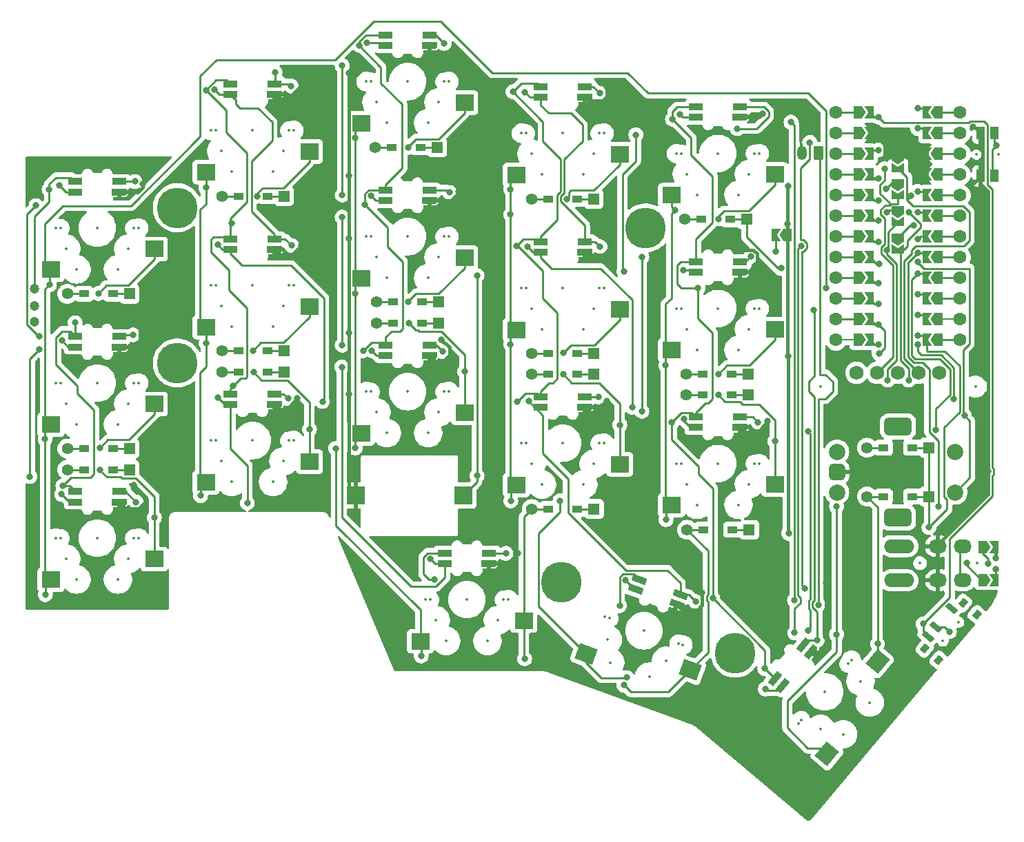
<source format=gbr>
%TF.GenerationSoftware,KiCad,Pcbnew,7.0.9*%
%TF.CreationDate,2024-06-13T00:59:38+05:30*%
%TF.ProjectId,UniFi,556e6946-692e-46b6-9963-61645f706362,rev?*%
%TF.SameCoordinates,Original*%
%TF.FileFunction,Copper,L2,Bot*%
%TF.FilePolarity,Positive*%
%FSLAX46Y46*%
G04 Gerber Fmt 4.6, Leading zero omitted, Abs format (unit mm)*
G04 Created by KiCad (PCBNEW 7.0.9) date 2024-06-13 00:59:38*
%MOMM*%
%LPD*%
G01*
G04 APERTURE LIST*
G04 Aperture macros list*
%AMRoundRect*
0 Rectangle with rounded corners*
0 $1 Rounding radius*
0 $2 $3 $4 $5 $6 $7 $8 $9 X,Y pos of 4 corners*
0 Add a 4 corners polygon primitive as box body*
4,1,4,$2,$3,$4,$5,$6,$7,$8,$9,$2,$3,0*
0 Add four circle primitives for the rounded corners*
1,1,$1+$1,$2,$3*
1,1,$1+$1,$4,$5*
1,1,$1+$1,$6,$7*
1,1,$1+$1,$8,$9*
0 Add four rect primitives between the rounded corners*
20,1,$1+$1,$2,$3,$4,$5,0*
20,1,$1+$1,$4,$5,$6,$7,0*
20,1,$1+$1,$6,$7,$8,$9,0*
20,1,$1+$1,$8,$9,$2,$3,0*%
%AMRotRect*
0 Rectangle, with rotation*
0 The origin of the aperture is its center*
0 $1 length*
0 $2 width*
0 $3 Rotation angle, in degrees counterclockwise*
0 Add horizontal line*
21,1,$1,$2,0,0,$3*%
%AMOutline5P*
0 Free polygon, 5 corners , with rotation*
0 The origin of the aperture is its center*
0 number of corners: always 5*
0 $1 to $10 corner X, Y*
0 $11 Rotation angle, in degrees counterclockwise*
0 create outline with 5 corners*
4,1,5,$1,$2,$3,$4,$5,$6,$7,$8,$9,$10,$1,$2,$11*%
%AMOutline6P*
0 Free polygon, 6 corners , with rotation*
0 The origin of the aperture is its center*
0 number of corners: always 6*
0 $1 to $12 corner X, Y*
0 $13 Rotation angle, in degrees counterclockwise*
0 create outline with 6 corners*
4,1,6,$1,$2,$3,$4,$5,$6,$7,$8,$9,$10,$11,$12,$1,$2,$13*%
%AMOutline7P*
0 Free polygon, 7 corners , with rotation*
0 The origin of the aperture is its center*
0 number of corners: always 7*
0 $1 to $14 corner X, Y*
0 $15 Rotation angle, in degrees counterclockwise*
0 create outline with 7 corners*
4,1,7,$1,$2,$3,$4,$5,$6,$7,$8,$9,$10,$11,$12,$13,$14,$1,$2,$15*%
%AMOutline8P*
0 Free polygon, 8 corners , with rotation*
0 The origin of the aperture is its center*
0 number of corners: always 8*
0 $1 to $16 corner X, Y*
0 $17 Rotation angle, in degrees counterclockwise*
0 create outline with 8 corners*
4,1,8,$1,$2,$3,$4,$5,$6,$7,$8,$9,$10,$11,$12,$13,$14,$15,$16,$1,$2,$17*%
%AMFreePoly0*
4,1,6,0.500000,-0.750000,-0.650000,-0.750000,-0.150000,0.000000,-0.650000,0.750000,0.500000,0.750000,0.500000,-0.750000,0.500000,-0.750000,$1*%
%AMFreePoly1*
4,1,6,1.000000,0.000000,0.500000,-0.750000,-0.500000,-0.750000,-0.500000,0.750000,0.500000,0.750000,1.000000,0.000000,1.000000,0.000000,$1*%
%AMFreePoly2*
4,1,6,0.150000,0.000000,0.650000,-0.750000,-0.500000,-0.750000,-0.500000,0.750000,0.650000,0.750000,0.150000,0.000000,0.150000,0.000000,$1*%
%AMFreePoly3*
4,1,6,0.500000,-0.750000,-0.500000,-0.750000,-1.000000,0.000000,-0.500000,0.750000,0.500000,0.750000,0.500000,-0.750000,0.500000,-0.750000,$1*%
G04 Aperture macros list end*
%TA.AperFunction,ComponentPad*%
%ADD10C,1.200000*%
%TD*%
%TA.AperFunction,ComponentPad*%
%ADD11R,1.397000X1.397000*%
%TD*%
%TA.AperFunction,SMDPad,CuDef*%
%ADD12R,1.300000X0.950000*%
%TD*%
%TA.AperFunction,ComponentPad*%
%ADD13C,1.397000*%
%TD*%
%TA.AperFunction,SMDPad,CuDef*%
%ADD14R,1.800000X0.820000*%
%TD*%
%TA.AperFunction,SMDPad,CuDef*%
%ADD15Outline5P,-0.900000X0.246000X-0.736000X0.410000X0.900000X0.410000X0.900000X-0.410000X-0.900000X-0.410000X180.000000*%
%TD*%
%TA.AperFunction,SMDPad,CuDef*%
%ADD16R,2.300000X2.000000*%
%TD*%
%TA.AperFunction,ComponentPad*%
%ADD17C,5.000000*%
%TD*%
%TA.AperFunction,SMDPad,CuDef*%
%ADD18FreePoly0,180.000000*%
%TD*%
%TA.AperFunction,SMDPad,CuDef*%
%ADD19FreePoly0,0.000000*%
%TD*%
%TA.AperFunction,SMDPad,CuDef*%
%ADD20FreePoly1,0.000000*%
%TD*%
%TA.AperFunction,ComponentPad*%
%ADD21C,1.600000*%
%TD*%
%TA.AperFunction,SMDPad,CuDef*%
%ADD22FreePoly1,180.000000*%
%TD*%
%TA.AperFunction,SMDPad,CuDef*%
%ADD23RotRect,1.800000X0.820000X230.000000*%
%TD*%
%TA.AperFunction,SMDPad,CuDef*%
%ADD24Outline5P,-0.900000X0.246000X-0.736000X0.410000X0.900000X0.410000X0.900000X-0.410000X-0.900000X-0.410000X230.000000*%
%TD*%
%TA.AperFunction,SMDPad,CuDef*%
%ADD25RotRect,2.300000X2.000000X50.000000*%
%TD*%
%TA.AperFunction,ComponentPad*%
%ADD26RoundRect,0.250000X0.350000X0.625000X-0.350000X0.625000X-0.350000X-0.625000X0.350000X-0.625000X0*%
%TD*%
%TA.AperFunction,ComponentPad*%
%ADD27O,1.200000X1.750000*%
%TD*%
%TA.AperFunction,SMDPad,CuDef*%
%ADD28FreePoly2,180.000000*%
%TD*%
%TA.AperFunction,ComponentPad*%
%ADD29O,2.200000X1.700000*%
%TD*%
%TA.AperFunction,ComponentPad*%
%ADD30O,3.700000X1.700000*%
%TD*%
%TA.AperFunction,SMDPad,CuDef*%
%ADD31FreePoly3,180.000000*%
%TD*%
%TA.AperFunction,ComponentPad*%
%ADD32C,1.752600*%
%TD*%
%TA.AperFunction,SMDPad,CuDef*%
%ADD33R,2.200000X2.200000*%
%TD*%
%TA.AperFunction,SMDPad,CuDef*%
%ADD34RotRect,1.800000X0.820000X160.000000*%
%TD*%
%TA.AperFunction,SMDPad,CuDef*%
%ADD35Outline5P,-0.900000X0.246000X-0.736000X0.410000X0.900000X0.410000X0.900000X-0.410000X-0.900000X-0.410000X160.000000*%
%TD*%
%TA.AperFunction,SMDPad,CuDef*%
%ADD36RotRect,2.300000X2.000000X340.000000*%
%TD*%
%TA.AperFunction,ComponentPad*%
%ADD37C,2.000000*%
%TD*%
%TA.AperFunction,ComponentPad*%
%ADD38RoundRect,0.500000X-0.500000X-0.500000X0.500000X-0.500000X0.500000X0.500000X-0.500000X0.500000X0*%
%TD*%
%TA.AperFunction,ComponentPad*%
%ADD39RoundRect,0.550000X-1.150000X-0.550000X1.150000X-0.550000X1.150000X0.550000X-1.150000X0.550000X0*%
%TD*%
%TA.AperFunction,SMDPad,CuDef*%
%ADD40RotRect,1.000000X0.800000X230.000000*%
%TD*%
%TA.AperFunction,SMDPad,CuDef*%
%ADD41RotRect,0.700000X1.500000X230.000000*%
%TD*%
%TA.AperFunction,SMDPad,CuDef*%
%ADD42FreePoly1,270.000000*%
%TD*%
%TA.AperFunction,SMDPad,CuDef*%
%ADD43FreePoly0,270.000000*%
%TD*%
%TA.AperFunction,SMDPad,CuDef*%
%ADD44R,1.000000X1.550000*%
%TD*%
%TA.AperFunction,ViaPad*%
%ADD45C,0.800000*%
%TD*%
%TA.AperFunction,Conductor*%
%ADD46C,0.254000*%
%TD*%
%TA.AperFunction,Conductor*%
%ADD47C,0.200000*%
%TD*%
%TA.AperFunction,Conductor*%
%ADD48C,0.381000*%
%TD*%
%ADD49C,0.350000*%
%ADD50O,1.500000X1.000000*%
%ADD51O,3.000000X1.000000*%
%ADD52O,2.800000X1.500000*%
G04 APERTURE END LIST*
D10*
%TO.P,TP3,1,1*%
%TO.N,GND*%
X65000000Y-88000000D03*
%TD*%
D11*
%TO.P,D14,1,K*%
%TO.N,ROW3*%
X133610000Y-94485000D03*
D12*
X131575000Y-94485000D03*
%TO.P,D14,2,A*%
%TO.N,Net-(D14-A)*%
X128025000Y-94485000D03*
D13*
X125990000Y-94485000D03*
%TD*%
D14*
%TO.P,SW5,1,VDD*%
%TO.N,Net-(SW10B-VDD)*%
X146178600Y-61640000D03*
%TO.P,SW5,2,DOUT*%
%TO.N,Net-(SW4B-DIN)*%
X146178600Y-62920000D03*
D15*
%TO.P,SW5,3,GND*%
%TO.N,GND*%
X151578600Y-62920000D03*
D14*
%TO.P,SW5,4,DIN*%
%TO.N,Net-(SW10B-DOUT)*%
X151578600Y-61640000D03*
D16*
%TO.P,SW5,5*%
%TO.N,Net-(D5-A)*%
X155878600Y-69940000D03*
%TO.P,SW5,6*%
%TO.N,COL5*%
X143178600Y-72480000D03*
%TD*%
D17*
%TO.P,H3,*%
%TO.N,*%
X140000000Y-76503600D03*
%TD*%
D18*
%TO.P,U1,1,TX*%
%TO.N,TX*%
X174500000Y-62330000D03*
%TO.P,U1,2,RX*%
%TO.N,RX*%
X174500000Y-64870000D03*
%TO.P,U1,3,GND*%
%TO.N,GND*%
X174500000Y-67410000D03*
%TO.P,U1,4,GND*%
X174500000Y-69950000D03*
%TO.P,U1,5,SCL*%
%TO.N,SCL*%
X174500000Y-72490000D03*
%TO.P,U1,6,SDA*%
%TO.N,SDA*%
X174500000Y-75030000D03*
%TO.P,U1,7,D4*%
%TO.N,CS*%
X174500000Y-77570000D03*
%TO.P,U1,8,C6*%
%TO.N,ECB*%
X174500000Y-80110000D03*
%TO.P,U1,9,D7*%
%TO.N,ECA*%
X174500000Y-82650000D03*
%TO.P,U1,10,E6*%
%TO.N,LED*%
X174500000Y-85190000D03*
%TO.P,U1,11,B4*%
%TO.N,AUDIO*%
X174500000Y-87730000D03*
%TO.P,U1,12,B5*%
%TO.N,ROW4*%
X174500000Y-90270000D03*
D19*
%TO.P,U1,13,B6*%
%TO.N,ROW3*%
X167500000Y-90270000D03*
%TO.P,U1,14,B2*%
%TO.N,ROW2*%
X167500000Y-87730000D03*
%TO.P,U1,15,B3*%
%TO.N,ROW1*%
X167500000Y-85190000D03*
%TO.P,U1,16,B1*%
%TO.N,COL1*%
X167500000Y-82650000D03*
%TO.P,U1,17,F7*%
%TO.N,COL2*%
X167500000Y-80110000D03*
%TO.P,U1,18,F6*%
%TO.N,COL3*%
X167500000Y-77570000D03*
%TO.P,U1,19,F5*%
%TO.N,COL4*%
X167500000Y-75030000D03*
%TO.P,U1,20,F4*%
%TO.N,COL5*%
X167500000Y-72490000D03*
%TO.P,U1,21,VCC*%
%TO.N,VCC*%
X167500000Y-69950000D03*
%TO.P,U1,22,RST*%
%TO.N,RESET*%
X167500000Y-67410000D03*
%TO.P,U1,23,GND*%
%TO.N,GND*%
X167500000Y-64870000D03*
%TO.P,U1,24,B0/VBUS*%
%TO.N,BAT+*%
X167500000Y-62330000D03*
D20*
%TO.P,U1,P1*%
%TO.N,N/C*%
X166050000Y-62330000D03*
D21*
X163380000Y-62330000D03*
D20*
%TO.P,U1,P2*%
X166050000Y-64870000D03*
D21*
X163380000Y-64870000D03*
D20*
%TO.P,U1,P3*%
X166050000Y-67410000D03*
D21*
X163380000Y-67410000D03*
D20*
%TO.P,U1,P4*%
X166050000Y-69950000D03*
D21*
X163380000Y-69950000D03*
D20*
%TO.P,U1,P5*%
X166050000Y-72490000D03*
D21*
X163380000Y-72490000D03*
D20*
%TO.P,U1,P6*%
X166050000Y-75030000D03*
D21*
X163380000Y-75030000D03*
D20*
%TO.P,U1,P7*%
X166050000Y-77570000D03*
D21*
X163380000Y-77570000D03*
D20*
%TO.P,U1,P8*%
X166050000Y-80110000D03*
D21*
X163380000Y-80110000D03*
D20*
%TO.P,U1,P9*%
X166050000Y-82650000D03*
D21*
X163380000Y-82650000D03*
D20*
%TO.P,U1,P10*%
X166050000Y-85190000D03*
D21*
X163380000Y-85190000D03*
D20*
%TO.P,U1,P11*%
X166050000Y-87730000D03*
D21*
X163380000Y-87730000D03*
D20*
%TO.P,U1,P12*%
X166050000Y-90270000D03*
D21*
X163380000Y-90270000D03*
%TO.P,U1,P13*%
X178620000Y-90270000D03*
D22*
X175950000Y-90270000D03*
D21*
%TO.P,U1,P14*%
X178620000Y-87730000D03*
D22*
X175950000Y-87730000D03*
D21*
%TO.P,U1,P15*%
X178620000Y-85190000D03*
D22*
X175950000Y-85190000D03*
D21*
%TO.P,U1,P16*%
X178620000Y-82650000D03*
D22*
X175950000Y-82650000D03*
D21*
%TO.P,U1,P17*%
X178620000Y-80110000D03*
D22*
X175950000Y-80110000D03*
D21*
%TO.P,U1,P18*%
X178620000Y-77570000D03*
D22*
X175950000Y-77570000D03*
D21*
%TO.P,U1,P19*%
X178620000Y-75030000D03*
D22*
X175950000Y-75030000D03*
D21*
%TO.P,U1,P20*%
X178620000Y-72490000D03*
D22*
X175950000Y-72490000D03*
D21*
%TO.P,U1,P21*%
X178620000Y-69950000D03*
D22*
X175950000Y-69950000D03*
D21*
%TO.P,U1,P22*%
X178620000Y-67410000D03*
D22*
X175950000Y-67410000D03*
D21*
%TO.P,U1,P23*%
X178620000Y-64870000D03*
D22*
X175950000Y-64870000D03*
D21*
%TO.P,U1,P24*%
X178620000Y-62330000D03*
D22*
X175950000Y-62330000D03*
%TD*%
D17*
%TO.P,H1,*%
%TO.N,*%
X82500000Y-74025000D03*
%TD*%
%TO.P,H2,*%
%TO.N,*%
X82500000Y-93100000D03*
%TD*%
D11*
%TO.P,D10,1,K*%
%TO.N,ROW2*%
X152610000Y-94435000D03*
D12*
X150575000Y-94435000D03*
%TO.P,D10,2,A*%
%TO.N,Net-(D10-A)*%
X147025000Y-94435000D03*
D13*
X144990000Y-94435000D03*
%TD*%
D10*
%TO.P,TP1,1,1*%
%TO.N,Net-(SW10B-VDD)*%
X65000000Y-84000000D03*
%TD*%
D11*
%TO.P,D6,1,K*%
%TO.N,ROW2*%
X76610000Y-103600000D03*
D12*
X74575000Y-103600000D03*
%TO.P,D6,2,A*%
%TO.N,Net-(D6-A)*%
X71025000Y-103600000D03*
D13*
X68990000Y-103600000D03*
%TD*%
D10*
%TO.P,TP2,1,1*%
%TO.N,Net-(SW1B-DOUT)*%
X65000000Y-86100000D03*
%TD*%
D14*
%TO.P,SW14,1,VDD*%
%TO.N,Net-(SW10B-VDD)*%
X127128600Y-97240000D03*
%TO.P,SW14,2,DOUT*%
%TO.N,Net-(SW14B-DOUT)*%
X127128600Y-98520000D03*
D15*
%TO.P,SW14,3,GND*%
%TO.N,GND*%
X132528600Y-98520000D03*
D14*
%TO.P,SW14,4,DIN*%
%TO.N,Net-(SW14B-DIN)*%
X132528600Y-97240000D03*
D16*
%TO.P,SW14,5*%
%TO.N,Net-(D14-A)*%
X136828600Y-105540000D03*
%TO.P,SW14,6*%
%TO.N,COL4*%
X124128600Y-108080000D03*
%TD*%
D17*
%TO.P,H5,*%
%TO.N,*%
X151000000Y-128750000D03*
%TD*%
D11*
%TO.P,D5,1,K*%
%TO.N,ROW1*%
X152410000Y-75438600D03*
D12*
X150375000Y-75438600D03*
%TO.P,D5,2,A*%
%TO.N,Net-(D5-A)*%
X146825000Y-75438600D03*
D13*
X144790000Y-75438600D03*
%TD*%
D17*
%TO.P,H4,*%
%TO.N,*%
X129650000Y-120050000D03*
%TD*%
D11*
%TO.P,D9,1,K*%
%TO.N,ROW2*%
X133610000Y-91935000D03*
D12*
X131575000Y-91935000D03*
%TO.P,D9,2,A*%
%TO.N,Net-(D9-A)*%
X128025000Y-91935000D03*
D13*
X125990000Y-91935000D03*
%TD*%
D11*
%TO.P,D2,1,K*%
%TO.N,ROW1*%
X95610000Y-72600000D03*
D12*
X93575000Y-72600000D03*
%TO.P,D2,2,A*%
%TO.N,Net-(D2-A)*%
X90025000Y-72600000D03*
D13*
X87990000Y-72600000D03*
%TD*%
D23*
%TO.P,SW18,1,VDD*%
%TO.N,Net-(SW10B-VDD)*%
X155882699Y-131891575D03*
%TO.P,SW18,2,DOUT*%
%TO.N,Net-(SW15B-DIN)*%
X156863236Y-132714343D03*
D24*
%TO.P,SW18,3,GND*%
%TO.N,GND*%
X160334289Y-128577703D03*
D23*
%TO.P,SW18,4,DIN*%
%TO.N,LED*%
X159353752Y-127754935D03*
D25*
%TO.P,SW18,5*%
%TO.N,Net-(D18-A)*%
X168475908Y-129796081D03*
%TO.P,SW18,6*%
%TO.N,COL5*%
X162258258Y-141157526D03*
%TD*%
D26*
%TO.P,BT1,1,+*%
%TO.N,Net-(BT1-+)*%
X161200000Y-67300000D03*
D27*
%TO.P,BT1,2,-*%
%TO.N,GND*%
X159200000Y-67300000D03*
%TD*%
D11*
%TO.P,D18,1,K*%
%TO.N,ROW4*%
X174810000Y-109500000D03*
D12*
X172775000Y-109500000D03*
%TO.P,D18,2,A*%
%TO.N,Net-(D18-A)*%
X169225000Y-109500000D03*
D13*
X167190000Y-109500000D03*
%TD*%
D11*
%TO.P,D17,1,K*%
%TO.N,ROW4*%
X152710000Y-113585000D03*
D12*
X150675000Y-113585000D03*
%TO.P,D17,2,A*%
%TO.N,Net-(D17-A)*%
X147125000Y-113585000D03*
D13*
X145090000Y-113585000D03*
%TD*%
D11*
%TO.P,D4,1,K*%
%TO.N,ROW1*%
X133610000Y-72938600D03*
D12*
X131575000Y-72938600D03*
%TO.P,D4,2,A*%
%TO.N,Net-(D4-A)*%
X128025000Y-72938600D03*
D13*
X125990000Y-72938600D03*
%TD*%
D11*
%TO.P,D12,1,K*%
%TO.N,ROW3*%
X95610000Y-94200000D03*
D12*
X93575000Y-94200000D03*
%TO.P,D12,2,A*%
%TO.N,Net-(D12-A)*%
X90025000Y-94200000D03*
D13*
X87990000Y-94200000D03*
%TD*%
D11*
%TO.P,D8,1,K*%
%TO.N,ROW2*%
X114610000Y-85600000D03*
D12*
X112575000Y-85600000D03*
%TO.P,D8,2,A*%
%TO.N,Net-(D8-A)*%
X109025000Y-85600000D03*
D13*
X106990000Y-85600000D03*
%TD*%
D11*
%TO.P,D15,1,K*%
%TO.N,ROW3*%
X152620000Y-97038600D03*
D12*
X150585000Y-97038600D03*
%TO.P,D15,2,A*%
%TO.N,Net-(D15-A)*%
X147035000Y-97038600D03*
D13*
X145000000Y-97038600D03*
%TD*%
D28*
%TO.P,J2,1*%
%TO.N,TX*%
X182850000Y-119750000D03*
D29*
%TO.P,J2,2*%
%TO.N,RX*%
X178900000Y-115600000D03*
X178900000Y-119800000D03*
D28*
%TO.P,J2,3*%
%TO.N,VCC*%
X182850000Y-115700000D03*
D29*
%TO.P,J2,4*%
%TO.N,GND*%
X175900000Y-115600000D03*
X175900000Y-119800000D03*
D30*
%TO.P,J2,A*%
%TO.N,N/C*%
X171150000Y-115600000D03*
D31*
X181400000Y-119750000D03*
%TO.P,J2,B*%
X181400000Y-115700000D03*
D30*
X171150000Y-119800000D03*
%TD*%
D11*
%TO.P,D7,1,K*%
%TO.N,ROW2*%
X95610000Y-91600000D03*
D12*
X93575000Y-91600000D03*
%TO.P,D7,2,A*%
%TO.N,Net-(D7-A)*%
X90025000Y-91600000D03*
D13*
X87990000Y-91600000D03*
%TD*%
D11*
%TO.P,D1,1,K*%
%TO.N,ROW1*%
X76610000Y-84600000D03*
D12*
X74575000Y-84600000D03*
%TO.P,D1,2,A*%
%TO.N,Net-(D1-A)*%
X71025000Y-84600000D03*
D13*
X68990000Y-84600000D03*
%TD*%
D11*
%TO.P,D16,1,K*%
%TO.N,ROW4*%
X133660000Y-111035000D03*
D12*
X131625000Y-111035000D03*
%TO.P,D16,2,A*%
%TO.N,Net-(D16-A)*%
X128075000Y-111035000D03*
D13*
X126040000Y-111035000D03*
%TD*%
D32*
%TO.P,J1,1,Pin_1*%
%TO.N,Net-(J1-Pin_1)*%
X165920000Y-94300000D03*
%TO.P,J1,2,Pin_2*%
%TO.N,Net-(J1-Pin_2)*%
X168460000Y-94300000D03*
%TO.P,J1,3,Pin_3*%
%TO.N,VCC*%
X171000000Y-94300000D03*
%TO.P,J1,4,Pin_4*%
%TO.N,Net-(J1-Pin_4)*%
X173540000Y-94300000D03*
%TO.P,J1,5,Pin_5*%
%TO.N,Net-(J1-Pin_5)*%
X176080000Y-94300000D03*
%TD*%
D14*
%TO.P,SW16,1,VDD*%
%TO.N,Net-(SW10B-VDD)*%
X115364600Y-116451400D03*
%TO.P,SW16,2,DOUT*%
%TO.N,Net-(SW13B-DIN)*%
X115364600Y-117731400D03*
D15*
%TO.P,SW16,3,GND*%
%TO.N,GND*%
X120764600Y-117731400D03*
D14*
%TO.P,SW16,4,DIN*%
%TO.N,Net-(SW16B-DIN)*%
X120764600Y-116451400D03*
D16*
%TO.P,SW16,5*%
%TO.N,Net-(D16-A)*%
X125064600Y-124751400D03*
%TO.P,SW16,6*%
%TO.N,COL3*%
X112364600Y-127291400D03*
%TD*%
D14*
%TO.P,SW11,1,VDD*%
%TO.N,Net-(SW10B-VDD)*%
X69978600Y-108901400D03*
%TO.P,SW11,2,DOUT*%
%TO.N,Net-(SW11B-DOUT)*%
X69978600Y-110181400D03*
D15*
%TO.P,SW11,3,GND*%
%TO.N,GND*%
X75378600Y-110181400D03*
D14*
%TO.P,SW11,4,DIN*%
%TO.N,Net-(SW11B-DIN)*%
X75378600Y-108901400D03*
D16*
%TO.P,SW11,5*%
%TO.N,Net-(D11-A)*%
X79678600Y-117201400D03*
%TO.P,SW11,6*%
%TO.N,COL1*%
X66978600Y-119741400D03*
%TD*%
D14*
%TO.P,SW8,1,VDD*%
%TO.N,Net-(SW10B-VDD)*%
X108078600Y-71851400D03*
%TO.P,SW8,2,DOUT*%
%TO.N,Net-(SW3B-DIN)*%
X108078600Y-73131400D03*
D15*
%TO.P,SW8,3,GND*%
%TO.N,GND*%
X113478600Y-73131400D03*
D14*
%TO.P,SW8,4,DIN*%
%TO.N,Net-(SW13B-DOUT)*%
X113478600Y-71851400D03*
D16*
%TO.P,SW8,5*%
%TO.N,Net-(D8-A)*%
X117778600Y-80151400D03*
%TO.P,SW8,6*%
%TO.N,COL3*%
X105078600Y-82691400D03*
%TD*%
D33*
%TO.P,BZ1,1,-*%
%TO.N,AUDIO*%
X117600000Y-109400000D03*
%TO.P,BZ1,2,+*%
%TO.N,GND*%
X104400000Y-109400000D03*
%TD*%
D11*
%TO.P,D13,1,K*%
%TO.N,ROW3*%
X114610000Y-88200000D03*
D12*
X112575000Y-88200000D03*
%TO.P,D13,2,A*%
%TO.N,Net-(D13-A)*%
X109025000Y-88200000D03*
D13*
X106990000Y-88200000D03*
%TD*%
D11*
%TO.P,D3,1,K*%
%TO.N,ROW1*%
X114410000Y-66600000D03*
D12*
X112375000Y-66600000D03*
%TO.P,D3,2,A*%
%TO.N,Net-(D3-A)*%
X108825000Y-66600000D03*
D13*
X106790000Y-66600000D03*
%TD*%
D14*
%TO.P,SW1,1,VDD*%
%TO.N,Net-(SW10B-VDD)*%
X69978600Y-70801400D03*
%TO.P,SW1,2,DOUT*%
%TO.N,Net-(SW1B-DOUT)*%
X69978600Y-72081400D03*
D15*
%TO.P,SW1,3,GND*%
%TO.N,GND*%
X75378600Y-72081400D03*
D14*
%TO.P,SW1,4,DIN*%
%TO.N,Net-(SW1B-DIN)*%
X75378600Y-70801400D03*
D16*
%TO.P,SW1,5*%
%TO.N,Net-(D1-A)*%
X79678600Y-79101400D03*
%TO.P,SW1,6*%
%TO.N,COL1*%
X66978600Y-81641400D03*
%TD*%
D11*
%TO.P,D19,1,K*%
%TO.N,ROW4*%
X174810000Y-103500000D03*
D12*
X172775000Y-103500000D03*
%TO.P,D19,2,A*%
%TO.N,ECR*%
X169225000Y-103500000D03*
D13*
X167190000Y-103500000D03*
%TD*%
D14*
%TO.P,SW10,1,VDD*%
%TO.N,Net-(SW10B-VDD)*%
X146178600Y-80690000D03*
%TO.P,SW10,2,DOUT*%
%TO.N,Net-(SW10B-DOUT)*%
X146178600Y-81970000D03*
D15*
%TO.P,SW10,3,GND*%
%TO.N,GND*%
X151578600Y-81970000D03*
D14*
%TO.P,SW10,4,DIN*%
%TO.N,Net-(SW10B-DIN)*%
X151578600Y-80690000D03*
D16*
%TO.P,SW10,5*%
%TO.N,Net-(D10-A)*%
X155878600Y-88990000D03*
%TO.P,SW10,6*%
%TO.N,COL5*%
X143178600Y-91530000D03*
%TD*%
D14*
%TO.P,SW6,1,VDD*%
%TO.N,Net-(SW10B-VDD)*%
X69978600Y-89851400D03*
%TO.P,SW6,2,DOUT*%
%TO.N,Net-(SW1B-DIN)*%
X69978600Y-91131400D03*
D15*
%TO.P,SW6,3,GND*%
%TO.N,GND*%
X75378600Y-91131400D03*
D14*
%TO.P,SW6,4,DIN*%
%TO.N,Net-(SW11B-DOUT)*%
X75378600Y-89851400D03*
D16*
%TO.P,SW6,5*%
%TO.N,Net-(D6-A)*%
X79678600Y-98151400D03*
%TO.P,SW6,6*%
%TO.N,COL1*%
X66978600Y-100691400D03*
%TD*%
D14*
%TO.P,SW12,1,VDD*%
%TO.N,Net-(SW10B-VDD)*%
X89028600Y-96911400D03*
%TO.P,SW12,2,DOUT*%
%TO.N,Net-(SW11B-DIN)*%
X89028600Y-98191400D03*
D15*
%TO.P,SW12,3,GND*%
%TO.N,GND*%
X94428600Y-98191400D03*
D14*
%TO.P,SW12,4,DIN*%
%TO.N,Net-(SW12B-DIN)*%
X94428600Y-96911400D03*
D16*
%TO.P,SW12,5*%
%TO.N,Net-(D12-A)*%
X98728600Y-105211400D03*
%TO.P,SW12,6*%
%TO.N,COL2*%
X86028600Y-107751400D03*
%TD*%
D11*
%TO.P,D11,1,K*%
%TO.N,ROW3*%
X76610000Y-106200000D03*
D12*
X74575000Y-106200000D03*
%TO.P,D11,2,A*%
%TO.N,Net-(D11-A)*%
X71025000Y-106200000D03*
D13*
X68990000Y-106200000D03*
%TD*%
D14*
%TO.P,SW13,1,VDD*%
%TO.N,Net-(SW10B-VDD)*%
X108078600Y-90901400D03*
%TO.P,SW13,2,DOUT*%
%TO.N,Net-(SW13B-DOUT)*%
X108078600Y-92181400D03*
D15*
%TO.P,SW13,3,GND*%
%TO.N,GND*%
X113478600Y-92181400D03*
D14*
%TO.P,SW13,4,DIN*%
%TO.N,Net-(SW13B-DIN)*%
X113478600Y-90901400D03*
D16*
%TO.P,SW13,5*%
%TO.N,Net-(D13-A)*%
X117778600Y-99201400D03*
%TO.P,SW13,6*%
%TO.N,COL3*%
X105078600Y-101741400D03*
%TD*%
D14*
%TO.P,SW2,1,VDD*%
%TO.N,Net-(SW10B-VDD)*%
X89028600Y-58801400D03*
%TO.P,SW2,2,DOUT*%
%TO.N,Net-(SW2B-DOUT)*%
X89028600Y-60081400D03*
D15*
%TO.P,SW2,3,GND*%
%TO.N,GND*%
X94428600Y-60081400D03*
D14*
%TO.P,SW2,4,DIN*%
%TO.N,Net-(SW2B-DIN)*%
X94428600Y-58801400D03*
D16*
%TO.P,SW2,5*%
%TO.N,Net-(D2-A)*%
X98728600Y-67101400D03*
%TO.P,SW2,6*%
%TO.N,COL2*%
X86028600Y-69641400D03*
%TD*%
D14*
%TO.P,SW15,1,VDD*%
%TO.N,Net-(SW10B-VDD)*%
X146178600Y-99740000D03*
%TO.P,SW15,2,DOUT*%
%TO.N,Net-(SW10B-DIN)*%
X146178600Y-101020000D03*
D15*
%TO.P,SW15,3,GND*%
%TO.N,GND*%
X151578600Y-101020000D03*
D14*
%TO.P,SW15,4,DIN*%
%TO.N,Net-(SW15B-DIN)*%
X151578600Y-99740000D03*
D16*
%TO.P,SW15,5*%
%TO.N,Net-(D15-A)*%
X155878600Y-108040000D03*
%TO.P,SW15,6*%
%TO.N,COL5*%
X143178600Y-110580000D03*
%TD*%
D14*
%TO.P,SW9,1,VDD*%
%TO.N,Net-(SW10B-VDD)*%
X127128600Y-78190000D03*
%TO.P,SW9,2,DOUT*%
%TO.N,Net-(SW14B-DIN)*%
X127128600Y-79470000D03*
D15*
%TO.P,SW9,3,GND*%
%TO.N,GND*%
X132528600Y-79470000D03*
D14*
%TO.P,SW9,4,DIN*%
%TO.N,Net-(SW4B-DOUT)*%
X132528600Y-78190000D03*
D16*
%TO.P,SW9,5*%
%TO.N,Net-(D9-A)*%
X136828600Y-86490000D03*
%TO.P,SW9,6*%
%TO.N,COL4*%
X124128600Y-89030000D03*
%TD*%
D14*
%TO.P,SW4,1,VDD*%
%TO.N,Net-(SW10B-VDD)*%
X127128600Y-59140000D03*
%TO.P,SW4,2,DOUT*%
%TO.N,Net-(SW4B-DOUT)*%
X127128600Y-60420000D03*
D15*
%TO.P,SW4,3,GND*%
%TO.N,GND*%
X132528600Y-60420000D03*
D14*
%TO.P,SW4,4,DIN*%
%TO.N,Net-(SW4B-DIN)*%
X132528600Y-59140000D03*
D16*
%TO.P,SW4,5*%
%TO.N,Net-(D4-A)*%
X136828600Y-67440000D03*
%TO.P,SW4,6*%
%TO.N,COL4*%
X124128600Y-69980000D03*
%TD*%
D34*
%TO.P,SW17,1,VDD*%
%TO.N,Net-(SW10B-VDD)*%
X139219185Y-119701504D03*
%TO.P,SW17,2,DOUT*%
%TO.N,Net-(SW16B-DIN)*%
X138781399Y-120904310D03*
D35*
%TO.P,SW17,3,GND*%
%TO.N,GND*%
X143855740Y-122751219D03*
D34*
%TO.P,SW17,4,DIN*%
%TO.N,Net-(SW14B-DOUT)*%
X144293525Y-121548413D03*
D36*
%TO.P,SW17,5*%
%TO.N,Net-(D17-A)*%
X145495436Y-130818548D03*
%TO.P,SW17,6*%
%TO.N,COL4*%
X132692609Y-128861711D03*
%TD*%
D14*
%TO.P,SW3,1,VDD*%
%TO.N,Net-(SW10B-VDD)*%
X108078600Y-52801400D03*
%TO.P,SW3,2,DOUT*%
%TO.N,Net-(SW2B-DIN)*%
X108078600Y-54081400D03*
D15*
%TO.P,SW3,3,GND*%
%TO.N,GND*%
X113478600Y-54081400D03*
D14*
%TO.P,SW3,4,DIN*%
%TO.N,Net-(SW3B-DIN)*%
X113478600Y-52801400D03*
D16*
%TO.P,SW3,5*%
%TO.N,Net-(D3-A)*%
X117778600Y-61101400D03*
%TO.P,SW3,6*%
%TO.N,COL3*%
X105078600Y-63641400D03*
%TD*%
D14*
%TO.P,SW7,1,VDD*%
%TO.N,Net-(SW10B-VDD)*%
X89028600Y-77851400D03*
%TO.P,SW7,2,DOUT*%
%TO.N,Net-(SW12B-DIN)*%
X89028600Y-79131400D03*
D15*
%TO.P,SW7,3,GND*%
%TO.N,GND*%
X94428600Y-79131400D03*
D14*
%TO.P,SW7,4,DIN*%
%TO.N,Net-(SW2B-DOUT)*%
X94428600Y-77851400D03*
D16*
%TO.P,SW7,5*%
%TO.N,Net-(D7-A)*%
X98728600Y-86151400D03*
%TO.P,SW7,6*%
%TO.N,COL2*%
X86028600Y-88691400D03*
%TD*%
D37*
%TO.P,SW19,A,A*%
%TO.N,ECA*%
X163500000Y-104000000D03*
%TO.P,SW19,B,B*%
%TO.N,ECB*%
X163500000Y-109000000D03*
D38*
%TO.P,SW19,C,C*%
%TO.N,GND*%
X163500000Y-106500000D03*
D39*
%TO.P,SW19,MP*%
%TO.N,N/C*%
X171000000Y-100900000D03*
X171000000Y-112100000D03*
D37*
%TO.P,SW19,S1,S1*%
%TO.N,COL2*%
X178000000Y-109000000D03*
%TO.P,SW19,S2,S2*%
%TO.N,ECR*%
X178000000Y-104000000D03*
%TD*%
D40*
%TO.P,SW23,*%
%TO.N,*%
X180662818Y-124007824D03*
X178969860Y-122587263D03*
X175970469Y-129599948D03*
X174277511Y-128179388D03*
D41*
%TO.P,SW23,1,A*%
%TO.N,unconnected-(SW23-A-Pad1)*%
X177572029Y-123241914D03*
%TO.P,SW23,2,B*%
%TO.N,Net-(BT1-+)*%
X175643666Y-125540047D03*
%TO.P,SW23,3,C*%
%TO.N,BAT+*%
X174679484Y-126689114D03*
%TD*%
D42*
%TO.P,JP1,1,1*%
%TO.N,CS*%
X171000000Y-77675000D03*
D43*
%TO.P,JP1,2,2*%
%TO.N,Net-(J1-Pin_5)*%
X171000000Y-79125000D03*
%TD*%
D42*
%TO.P,JP3,1,1*%
%TO.N,SCL*%
X171000000Y-71025000D03*
D43*
%TO.P,JP3,2,2*%
%TO.N,Net-(J1-Pin_2)*%
X171000000Y-72475000D03*
%TD*%
D44*
%TO.P,SW21,1*%
%TO.N,RESET*%
X182825000Y-70125000D03*
X182825000Y-64875000D03*
%TO.P,SW21,2*%
%TO.N,GND*%
X181125000Y-70125000D03*
X181125000Y-64875000D03*
%TD*%
D22*
%TO.P,JP10,1,1*%
%TO.N,VCC*%
X157425000Y-77400000D03*
D18*
%TO.P,JP10,2,2*%
%TO.N,Net-(SW10B-VDD)*%
X155975000Y-77400000D03*
%TD*%
D42*
%TO.P,JP2,1,1*%
%TO.N,GND*%
X171000000Y-67700000D03*
D43*
%TO.P,JP2,2,2*%
%TO.N,Net-(J1-Pin_4)*%
X171000000Y-69150000D03*
%TD*%
D42*
%TO.P,JP4,1,1*%
%TO.N,SDA*%
X171000000Y-74350000D03*
D43*
%TO.P,JP4,2,2*%
%TO.N,Net-(J1-Pin_1)*%
X171000000Y-75800000D03*
%TD*%
D45*
%TO.N,*%
X179400000Y-117700000D03*
X182100000Y-117750000D03*
%TO.N,Net-(BT1-+)*%
X161200000Y-122800000D03*
X177300000Y-126100000D03*
%TO.N,GND*%
X97750000Y-78650000D03*
X78261286Y-71111286D03*
X103538100Y-89400000D03*
X103538100Y-77800000D03*
X173400000Y-68000000D03*
X104400000Y-111950000D03*
X154400000Y-62500000D03*
X135228349Y-97793500D03*
X168599500Y-65480093D03*
X154968143Y-100245571D03*
X77115000Y-108065000D03*
X113807462Y-55843538D03*
X77900000Y-88550000D03*
X135861286Y-78838714D03*
X103538100Y-57450000D03*
X151400000Y-79200000D03*
X135250000Y-59140000D03*
X97204593Y-97465287D03*
X124300000Y-116496500D03*
X180200000Y-64100000D03*
X117050000Y-72000000D03*
X103538100Y-70050000D03*
X103538100Y-96950000D03*
X97700000Y-58500000D03*
X146923500Y-121268042D03*
X114916916Y-90227549D03*
X162200000Y-126711992D03*
X182040500Y-106450000D03*
X180200000Y-70900000D03*
X169580156Y-67700000D03*
X162200000Y-120150000D03*
%TO.N,ROW1*%
X156628600Y-81473447D03*
X168600000Y-85800000D03*
%TO.N,ROW2*%
X168650000Y-91910000D03*
X168599500Y-88385285D03*
%TO.N,ROW3*%
X173400000Y-90847735D03*
X168599500Y-90847735D03*
X177842500Y-97550000D03*
%TO.N,ROW4*%
X173400500Y-89766014D03*
X174800000Y-113300000D03*
%TO.N,Net-(J1-Pin_1)*%
X169730000Y-95210000D03*
X169629783Y-79225779D03*
%TO.N,Net-(J1-Pin_2)*%
X169322822Y-69250500D03*
%TO.N,VCC*%
X183000000Y-117100000D03*
X157550000Y-114030000D03*
X157440000Y-76000000D03*
X157464851Y-71351202D03*
X168599500Y-70397569D03*
X157500000Y-92300000D03*
%TO.N,Net-(J1-Pin_4)*%
X172583113Y-72575934D03*
%TO.N,Net-(J1-Pin_5)*%
X172300000Y-95200000D03*
X172349500Y-74580500D03*
%TO.N,CS*%
X173400500Y-77900000D03*
X172932454Y-76202332D03*
%TO.N,SCL*%
X173400000Y-72000000D03*
X169526500Y-71700000D03*
%TO.N,SDA*%
X169608695Y-74553134D03*
X173400500Y-74568911D03*
%TO.N,Net-(SW1B-DIN)*%
X77298145Y-70790000D03*
X65150000Y-73750000D03*
X68326500Y-90350000D03*
X65545100Y-89800000D03*
%TO.N,COL1*%
X162150000Y-83850000D03*
X66271600Y-102450000D03*
X66800000Y-83478400D03*
X66300000Y-121550000D03*
X168600000Y-83300000D03*
%TO.N,Net-(SW2B-DOUT)*%
X96555497Y-78677273D03*
X87091688Y-59512239D03*
%TO.N,Net-(SW2B-DIN)*%
X96493865Y-59089612D03*
X105803109Y-53749018D03*
X94500000Y-57400000D03*
%TO.N,COL2*%
X86028600Y-71550000D03*
X168648539Y-80942149D03*
X173400000Y-80669149D03*
X179150000Y-99550000D03*
X85350000Y-109400000D03*
X86028600Y-90650000D03*
%TO.N,Net-(SW3B-DIN)*%
X115260000Y-53850000D03*
X106301964Y-72577900D03*
X102748100Y-72450000D03*
X102750000Y-56576500D03*
%TO.N,COL3*%
X104371600Y-84600000D03*
X104371600Y-65450000D03*
X158300000Y-126250000D03*
X101950000Y-103596500D03*
X112450000Y-129100000D03*
X159073500Y-78700000D03*
X168600000Y-78200000D03*
X104350000Y-103550000D03*
%TO.N,Net-(SW4B-DOUT)*%
X134400000Y-78800000D03*
X125200000Y-59800000D03*
%TO.N,Net-(SW4B-DIN)*%
X144200000Y-62550000D03*
X134350000Y-59950000D03*
%TO.N,COL4*%
X123421600Y-71750000D03*
X123421600Y-74850000D03*
X129500000Y-110009500D03*
X137700000Y-131750000D03*
X168600000Y-75600000D03*
X123421600Y-90800000D03*
X123450000Y-110050000D03*
%TO.N,Net-(SW10B-DOUT)*%
X137350000Y-81850000D03*
X138800000Y-65050000D03*
X151250000Y-64300000D03*
X144650000Y-81700000D03*
%TO.N,COL5*%
X163450000Y-126450000D03*
X168600000Y-73100000D03*
X143600000Y-74350000D03*
X142471600Y-93400000D03*
X142500000Y-112350000D03*
X163450000Y-110700000D03*
%TO.N,Net-(SW11B-DOUT)*%
X77060000Y-89650000D03*
X65545100Y-91450000D03*
X64400000Y-107050000D03*
X68301964Y-109224536D03*
%TO.N,Net-(SW12B-DIN)*%
X100322085Y-97822085D03*
X87454884Y-78577457D03*
X96087056Y-97464980D03*
%TO.N,Net-(SW13B-DOUT)*%
X102748100Y-90900000D03*
X102748100Y-75176500D03*
X115950000Y-72150000D03*
X106377427Y-91600000D03*
%TO.N,Net-(SW14B-DIN)*%
X138350000Y-98550000D03*
X134191385Y-97258615D03*
X125500000Y-78800000D03*
%TO.N,Net-(SW10B-DIN)*%
X139550000Y-99050000D03*
X144679098Y-99976500D03*
X152900000Y-80000000D03*
X139550000Y-80057100D03*
%TO.N,Net-(SW11B-DIN)*%
X77450000Y-110181400D03*
X87463714Y-97336286D03*
X91100000Y-110314900D03*
%TO.N,Net-(SW13B-DIN)*%
X102700000Y-93600000D03*
X115110000Y-91716385D03*
X113563714Y-117177900D03*
%TO.N,Net-(SW14B-DOUT)*%
X146133500Y-122400000D03*
X125651869Y-97813658D03*
%TO.N,Net-(SW15B-DIN)*%
X153816385Y-100366385D03*
X159979103Y-125990630D03*
X159950000Y-101500000D03*
X154700000Y-133150000D03*
%TO.N,Net-(SW16B-DIN)*%
X137535209Y-119813714D03*
X122850000Y-116500000D03*
%TO.N,LED*%
X173400500Y-84622713D03*
X161087958Y-127137958D03*
X160673500Y-86600000D03*
%TO.N,ECA*%
X175637897Y-101338603D03*
X173400500Y-82122649D03*
%TO.N,ECB*%
X175950000Y-110750000D03*
X173400500Y-79558046D03*
%TO.N,RESET*%
X183100000Y-66400000D03*
X168599500Y-66919423D03*
%TO.N,BAT+*%
X168599500Y-62876937D03*
X174100000Y-125151730D03*
%TO.N,TX*%
X183000000Y-118400000D03*
X158275794Y-122248088D03*
X157850000Y-63500000D03*
X173400500Y-61752265D03*
%TO.N,RX*%
X159500000Y-120773500D03*
X173400500Y-64274469D03*
X160150000Y-66000000D03*
%TO.N,AUDIO*%
X119300000Y-106950000D03*
X173400500Y-87152265D03*
X119300000Y-82350000D03*
%TO.N,Net-(D1-A)*%
X72800000Y-84550000D03*
%TO.N,Net-(D2-A)*%
X92325498Y-72600000D03*
%TO.N,Net-(D3-A)*%
X110842100Y-66600000D03*
%TO.N,Net-(D4-A)*%
X130325498Y-72950000D03*
%TO.N,Net-(D5-A)*%
X148942100Y-75400000D03*
%TO.N,Net-(D6-A)*%
X72976500Y-103550000D03*
%TO.N,Net-(D7-A)*%
X91792100Y-91550000D03*
%TO.N,Net-(D8-A)*%
X110876500Y-85550000D03*
%TO.N,Net-(D9-A)*%
X129892100Y-91850000D03*
%TO.N,Net-(D10-A)*%
X148942100Y-94450000D03*
%TO.N,Net-(D11-A)*%
X79678600Y-112100000D03*
X73050000Y-106200000D03*
%TO.N,Net-(D12-A)*%
X98728600Y-101250000D03*
X91850000Y-94250000D03*
%TO.N,Net-(D13-A)*%
X110900000Y-88200000D03*
X117778600Y-94150000D03*
%TO.N,Net-(D14-A)*%
X129892100Y-94500000D03*
X136828600Y-100700000D03*
%TO.N,Net-(D15-A)*%
X148942100Y-97050000D03*
X155878600Y-102700000D03*
%TO.N,Net-(D16-A)*%
X125150000Y-129450000D03*
%TO.N,Net-(D17-A)*%
X137337734Y-132681541D03*
%TO.N,Net-(D18-A)*%
X168475908Y-127600000D03*
%TO.N,Net-(SW1B-DOUT)*%
X68000000Y-71250000D03*
%TO.N,Net-(SW10B-VDD)*%
X136808709Y-122900000D03*
X86026500Y-59550000D03*
X146451600Y-83900000D03*
X143300000Y-63150000D03*
X148250000Y-122002018D03*
X154650000Y-130658876D03*
X124200000Y-97850000D03*
X124148100Y-78700000D03*
X104850000Y-54050000D03*
X105350000Y-91600000D03*
X114100000Y-119700000D03*
X123700000Y-59750000D03*
X66763714Y-71763714D03*
X89388000Y-95888000D03*
X105550000Y-73625500D03*
X68449134Y-108196531D03*
X155975000Y-79400000D03*
X69950000Y-88153415D03*
X143198100Y-100400000D03*
X89175000Y-75925000D03*
%TD*%
D46*
%TO.N,ROW1*%
X152410000Y-77660000D02*
X152410000Y-75438600D01*
X156223447Y-81473447D02*
X152410000Y-77660000D01*
X156628600Y-81473447D02*
X156223447Y-81473447D01*
%TO.N,LED*%
X161087958Y-123716092D02*
X161087958Y-127137958D01*
X160473000Y-123101134D02*
X161087958Y-123716092D01*
X160473000Y-122498866D02*
X160473000Y-123101134D01*
X160705603Y-122266263D02*
X160473000Y-122498866D01*
X160705603Y-97294396D02*
X160705603Y-122266263D01*
X160023000Y-96611793D02*
X160705603Y-97294396D01*
X160023000Y-95388207D02*
X160023000Y-96611793D01*
X160746000Y-94665207D02*
X160023000Y-95388207D01*
X160746000Y-86672500D02*
X160746000Y-94665207D01*
X160673500Y-86600000D02*
X160746000Y-86672500D01*
%TO.N,RX*%
X159000000Y-69197928D02*
X160150000Y-68047928D01*
X159374634Y-77973000D02*
X159000000Y-77973000D01*
X159800500Y-78398866D02*
X159374634Y-77973000D01*
X159800500Y-79001134D02*
X159800500Y-78398866D01*
X159374634Y-79427000D02*
X159800500Y-79001134D01*
X159185000Y-79427000D02*
X159374634Y-79427000D01*
X159000000Y-77973000D02*
X159000000Y-69197928D01*
X159500000Y-120773500D02*
X159185000Y-120458500D01*
X159185000Y-120458500D02*
X159185000Y-79427000D01*
X160150000Y-68047928D02*
X160150000Y-66000000D01*
%TO.N,*%
X166050000Y-85190000D02*
X163380000Y-85190000D01*
X166050000Y-77570000D02*
X163380000Y-77570000D01*
X181250000Y-119750000D02*
X179400000Y-117900000D01*
X175950000Y-85190000D02*
X178620000Y-85190000D01*
X166050000Y-69950000D02*
X163380000Y-69950000D01*
D47*
X166050000Y-90270000D02*
X163380000Y-90270000D01*
D46*
X179400000Y-117900000D02*
X179400000Y-117700000D01*
X181400000Y-116450000D02*
X182100000Y-117150000D01*
X175950000Y-69950000D02*
X178620000Y-69950000D01*
X166050000Y-75030000D02*
X163380000Y-75030000D01*
X166050000Y-64870000D02*
X163380000Y-64870000D01*
X166050000Y-62330000D02*
X163380000Y-62330000D01*
X175950000Y-75030000D02*
X178620000Y-75030000D01*
X166050000Y-72490000D02*
X163380000Y-72490000D01*
X175950000Y-80110000D02*
X178620000Y-80110000D01*
X175950000Y-62330000D02*
X178620000Y-62330000D01*
X166050000Y-80110000D02*
X163380000Y-80110000D01*
X166050000Y-82650000D02*
X163380000Y-82650000D01*
X175950000Y-72490000D02*
X178620000Y-72490000D01*
X181400000Y-115700000D02*
X181400000Y-116450000D01*
X181400000Y-119750000D02*
X181250000Y-119750000D01*
D47*
X175950000Y-87730000D02*
X178620000Y-87730000D01*
D46*
X175950000Y-90270000D02*
X178620000Y-90270000D01*
X175950000Y-67410000D02*
X178620000Y-67410000D01*
X175950000Y-64870000D02*
X178620000Y-64870000D01*
X175950000Y-77570000D02*
X178620000Y-77570000D01*
X166050000Y-67410000D02*
X163380000Y-67410000D01*
X182100000Y-117150000D02*
X182100000Y-117750000D01*
X175950000Y-82650000D02*
X178620000Y-82650000D01*
X166050000Y-87730000D02*
X163380000Y-87730000D01*
%TO.N,Net-(BT1-+)*%
X162111793Y-94523000D02*
X161400000Y-94523000D01*
X161200000Y-97500000D02*
X162088793Y-97500000D01*
X176740047Y-125540047D02*
X175643666Y-125540047D01*
X177300000Y-126100000D02*
X176740047Y-125540047D01*
X161400000Y-67500000D02*
X161200000Y-67300000D01*
X162977000Y-95388207D02*
X162111793Y-94523000D01*
X161200000Y-122800000D02*
X161200000Y-97500000D01*
X161400000Y-94523000D02*
X161400000Y-67500000D01*
X162977000Y-96611793D02*
X162977000Y-95388207D01*
X162088793Y-97500000D02*
X162977000Y-96611793D01*
D48*
%TO.N,GND*%
X123065100Y-117731400D02*
X120764600Y-117731400D01*
X97750000Y-78650000D02*
X96450000Y-79950000D01*
X169468370Y-67588214D02*
X169390000Y-67588214D01*
X103538100Y-77800000D02*
X103538100Y-70050000D01*
X168599500Y-65480093D02*
X169390000Y-66270593D01*
X146923500Y-122876500D02*
X146400000Y-123400000D01*
X104400000Y-109400000D02*
X103538100Y-108538100D01*
X144504521Y-123400000D02*
X143855740Y-122751219D01*
X95919880Y-98750000D02*
X94987200Y-98750000D01*
X168110093Y-65480093D02*
X167500000Y-64870000D01*
X135250000Y-60350000D02*
X134700000Y-60900000D01*
X77668600Y-72081400D02*
X75378600Y-72081400D01*
X115900000Y-91210633D02*
X115900000Y-92100000D01*
X180350000Y-64100000D02*
X181125000Y-64875000D01*
X154400000Y-62500000D02*
X153980000Y-62920000D01*
X103538100Y-57450000D02*
X103538100Y-70050000D01*
X95247200Y-79950000D02*
X94428600Y-79131400D01*
X78261286Y-71111286D02*
X78261286Y-71488714D01*
X154968143Y-100245571D02*
X154968143Y-100331857D01*
X146400000Y-123400000D02*
X144504521Y-123400000D01*
X96100706Y-60600000D02*
X94947200Y-60600000D01*
X153980000Y-62920000D02*
X151578600Y-62920000D01*
X180200000Y-64100000D02*
X180350000Y-64100000D01*
X104400000Y-109400000D02*
X104400000Y-111950000D01*
X146923500Y-121268042D02*
X146923500Y-122876500D01*
X161372297Y-128577703D02*
X160334289Y-128577703D01*
X135228349Y-99271651D02*
X134750000Y-99750000D01*
X151578600Y-81970000D02*
X153330000Y-81970000D01*
X77777436Y-110971900D02*
X78684072Y-110065264D01*
X78684072Y-109634072D02*
X77115000Y-108065000D01*
X94947200Y-60600000D02*
X94428600Y-60081400D01*
X115900000Y-92100000D02*
X115150000Y-92850000D01*
X135228349Y-97793500D02*
X135228349Y-99271651D01*
X117050000Y-72167936D02*
X116086536Y-73131400D01*
X133758600Y-99750000D02*
X132528600Y-98520000D01*
X153700000Y-81600000D02*
X153700000Y-79681856D01*
X94987200Y-98750000D02*
X94428600Y-98191400D01*
X78684072Y-110065264D02*
X78684072Y-109634072D01*
X181125000Y-70125000D02*
X181125000Y-71085856D01*
X97700000Y-59000706D02*
X96100706Y-60600000D01*
X114916916Y-90227549D02*
X115900000Y-91210633D01*
X181125000Y-70125000D02*
X181415500Y-69834500D01*
X180350000Y-70900000D02*
X181125000Y-70125000D01*
X103538100Y-108538100D02*
X103538100Y-96950000D01*
X77318600Y-91131400D02*
X75378600Y-91131400D01*
X173910000Y-68000000D02*
X174500000Y-67410000D01*
X154968143Y-100331857D02*
X153750000Y-101550000D01*
X77900000Y-90550000D02*
X77318600Y-91131400D01*
X114147200Y-92850000D02*
X113478600Y-92181400D01*
X76169100Y-110971900D02*
X77777436Y-110971900D01*
X115150000Y-92850000D02*
X114147200Y-92850000D01*
X162200000Y-120150000D02*
X162200000Y-126711992D01*
X116086536Y-73131400D02*
X113478600Y-73131400D01*
X153330000Y-81970000D02*
X153700000Y-81600000D01*
X181415500Y-65165500D02*
X181125000Y-64875000D01*
X175900000Y-115600000D02*
X175900000Y-119800000D01*
X162200000Y-127750000D02*
X161372297Y-128577703D01*
X168599500Y-65480093D02*
X168110093Y-65480093D01*
X173400000Y-68000000D02*
X173910000Y-68000000D01*
X181415500Y-69834500D02*
X181415500Y-65165500D01*
X169390000Y-67588214D02*
X169501786Y-67700000D01*
X117050000Y-72000000D02*
X117050000Y-72167936D01*
X132908600Y-79850000D02*
X132528600Y-79470000D01*
X97204593Y-97465287D02*
X95919880Y-98750000D01*
X181125000Y-71085856D02*
X182040500Y-72001356D01*
X134750000Y-99750000D02*
X133758600Y-99750000D01*
X153218144Y-79200000D02*
X151400000Y-79200000D01*
X152108600Y-101550000D02*
X151578600Y-101020000D01*
X180200000Y-70900000D02*
X180350000Y-70900000D01*
X103538100Y-89400000D02*
X103538100Y-77800000D01*
X134700000Y-60900000D02*
X133008600Y-60900000D01*
X135861286Y-78838714D02*
X134850000Y-79850000D01*
X113478600Y-55514676D02*
X113807462Y-55843538D01*
X94400000Y-98220000D02*
X94428600Y-98191400D01*
X182040500Y-106450000D02*
X182040500Y-109227645D01*
X75378600Y-110181400D02*
X76169100Y-110971900D01*
X133008600Y-60900000D02*
X132528600Y-60420000D01*
X169390000Y-66270593D02*
X169390000Y-67588214D01*
X77900000Y-88550000D02*
X77900000Y-90550000D01*
X153750000Y-101550000D02*
X152108600Y-101550000D01*
X169580156Y-67700000D02*
X169468370Y-67588214D01*
X182040500Y-109227645D02*
X175900000Y-115368145D01*
X162200000Y-126711992D02*
X162200000Y-127750000D01*
X97700000Y-58500000D02*
X97700000Y-59000706D01*
X96450000Y-79950000D02*
X95247200Y-79950000D01*
X78261286Y-71488714D02*
X77668600Y-72081400D01*
X169501786Y-67700000D02*
X171000000Y-67700000D01*
X113478600Y-54081400D02*
X113478600Y-55514676D01*
X135250000Y-59140000D02*
X135250000Y-60350000D01*
X182040500Y-72001356D02*
X182040500Y-106450000D01*
X153700000Y-79681856D02*
X153218144Y-79200000D01*
X103538100Y-96950000D02*
X103538100Y-89400000D01*
X134850000Y-79850000D02*
X132908600Y-79850000D01*
X175900000Y-115368145D02*
X175900000Y-115600000D01*
X124300000Y-116496500D02*
X123065100Y-117731400D01*
X174500000Y-67410000D02*
X174500000Y-69950000D01*
D46*
%TO.N,ROW1*%
X93575000Y-72600000D02*
X95610000Y-72600000D01*
X112375000Y-66600000D02*
X114410000Y-66600000D01*
X168600000Y-85800000D02*
X168110000Y-85800000D01*
X131575000Y-72938600D02*
X133610000Y-72938600D01*
X150375000Y-75438600D02*
X152410000Y-75438600D01*
X74575000Y-84600000D02*
X76610000Y-84600000D01*
X168110000Y-85800000D02*
X167500000Y-85190000D01*
%TO.N,ROW2*%
X168650000Y-91910000D02*
X169326500Y-91233500D01*
X74575000Y-103600000D02*
X76610000Y-103600000D01*
X168599500Y-88385285D02*
X168155285Y-88385285D01*
X112575000Y-85600000D02*
X114610000Y-85600000D01*
X131575000Y-91935000D02*
X133610000Y-91935000D01*
X169326500Y-89112285D02*
X168599500Y-88385285D01*
X169326500Y-91233500D02*
X169326500Y-89112285D01*
X93575000Y-91600000D02*
X95610000Y-91600000D01*
X168155285Y-88385285D02*
X167500000Y-87730000D01*
X150575000Y-94435000D02*
X152610000Y-94435000D01*
%TO.N,ROW3*%
X168077735Y-90847735D02*
X167500000Y-90270000D01*
X112575000Y-88200000D02*
X114610000Y-88200000D01*
X177842500Y-93700448D02*
X176284053Y-92142000D01*
X168599500Y-90847735D02*
X168077735Y-90847735D01*
X177842500Y-97550000D02*
X177842500Y-93700448D01*
X173842000Y-92142000D02*
X173400000Y-91700000D01*
X173400000Y-91700000D02*
X173400000Y-90847735D01*
X74575000Y-106200000D02*
X76610000Y-106200000D01*
X150585000Y-97038600D02*
X152620000Y-97038600D01*
X93575000Y-94200000D02*
X95610000Y-94200000D01*
X131575000Y-94485000D02*
X133610000Y-94485000D01*
X176284053Y-92142000D02*
X173842000Y-92142000D01*
%TO.N,ROW4*%
X178569000Y-93469000D02*
X176750000Y-91650000D01*
X177000000Y-109876662D02*
X176650000Y-109526662D01*
X172775000Y-109500000D02*
X174810000Y-109500000D01*
X178569000Y-99102866D02*
X178569000Y-93469000D01*
X176750000Y-91650000D02*
X174600000Y-91650000D01*
X173996014Y-89766014D02*
X174500000Y-90270000D01*
X174600000Y-91650000D02*
X174500000Y-91550000D01*
X150675000Y-113585000D02*
X152710000Y-113585000D01*
X174500000Y-91550000D02*
X174500000Y-90270000D01*
X176650000Y-101021866D02*
X178569000Y-99102866D01*
X131625000Y-111035000D02*
X133660000Y-111035000D01*
X177000000Y-111100000D02*
X177000000Y-109876662D01*
X176650000Y-109526662D02*
X176650000Y-101021866D01*
X174800000Y-113300000D02*
X177000000Y-111100000D01*
X174810000Y-113290000D02*
X174810000Y-103500000D01*
X173400500Y-89766014D02*
X173996014Y-89766014D01*
X174800000Y-113300000D02*
X174810000Y-113290000D01*
X172775000Y-103500000D02*
X174810000Y-103500000D01*
%TO.N,ECR*%
X169225000Y-103500000D02*
X167190000Y-103500000D01*
%TO.N,Net-(J1-Pin_1)*%
X169629783Y-79225779D02*
X169629783Y-79729783D01*
X169629783Y-79225779D02*
X169781000Y-79074562D01*
X169781000Y-77019000D02*
X171000000Y-75800000D01*
X169629783Y-79729783D02*
X170820000Y-80920000D01*
X169781000Y-79074562D02*
X169781000Y-77019000D01*
X170820000Y-80920000D02*
X170820000Y-92778276D01*
X170820000Y-92778276D02*
X169730000Y-93868276D01*
X169730000Y-93868276D02*
X169730000Y-95210000D01*
%TO.N,Net-(J1-Pin_2)*%
X168800000Y-71225203D02*
X168800000Y-72271866D01*
X168881695Y-74252000D02*
X169419145Y-73714550D01*
X168902783Y-78924645D02*
X169327000Y-78500428D01*
X170960000Y-73523000D02*
X170960000Y-72515000D01*
X169327000Y-78500428D02*
X169327000Y-75299573D01*
X169322822Y-69250500D02*
X169322822Y-70092757D01*
X169419145Y-73714550D02*
X169923000Y-73714550D01*
X170366000Y-81108052D02*
X168902783Y-79644835D01*
X169923000Y-73394866D02*
X169923000Y-73714550D01*
X168800000Y-72271866D02*
X169923000Y-73394866D01*
X169923000Y-73714550D02*
X170114550Y-73523000D01*
X170366000Y-92394000D02*
X170366000Y-81108052D01*
X169322822Y-70092757D02*
X169326500Y-70096435D01*
X169326500Y-70698703D02*
X168800000Y-71225203D01*
X168902783Y-79644835D02*
X168902783Y-78924645D01*
X169326500Y-70096435D02*
X169326500Y-70698703D01*
X170960000Y-72515000D02*
X171000000Y-72475000D01*
X168881695Y-74854268D02*
X168881695Y-74252000D01*
X169327000Y-75299573D02*
X168881695Y-74854268D01*
X170114550Y-73523000D02*
X170960000Y-73523000D01*
X168460000Y-94300000D02*
X170366000Y-92394000D01*
D48*
%TO.N,VCC*%
X157419100Y-77405900D02*
X157419100Y-92219100D01*
X157425000Y-76015000D02*
X157425000Y-77400000D01*
X157419100Y-92219100D02*
X157500000Y-92300000D01*
X157500000Y-92300000D02*
X157500000Y-113980000D01*
X167947569Y-70397569D02*
X167500000Y-69950000D01*
X183000000Y-115850000D02*
X183000000Y-117100000D01*
X157440000Y-76000000D02*
X157425000Y-76015000D01*
X157440000Y-71376053D02*
X157464851Y-71351202D01*
X157425000Y-77400000D02*
X157419100Y-77405900D01*
X182850000Y-115700000D02*
X183000000Y-115850000D01*
X157440000Y-76000000D02*
X157440000Y-71376053D01*
X168599500Y-70397569D02*
X167947569Y-70397569D01*
X157500000Y-113980000D02*
X157550000Y-114030000D01*
D46*
%TO.N,Net-(J1-Pin_4)*%
X179086819Y-78697000D02*
X173153000Y-78697000D01*
X172636714Y-79679780D02*
X171728000Y-80588494D01*
X171728000Y-92488000D02*
X173540000Y-94300000D01*
X179747000Y-78036819D02*
X179086819Y-78697000D01*
X172077000Y-70227000D02*
X171000000Y-69150000D01*
X172077000Y-73050000D02*
X172827000Y-73800000D01*
X171728000Y-80588494D02*
X171728000Y-92488000D01*
X172636714Y-79213286D02*
X172636714Y-79679780D01*
X172077000Y-73050000D02*
X172077000Y-70227000D01*
X172583113Y-72575934D02*
X172551066Y-72575934D01*
X178983819Y-73800000D02*
X179747000Y-74563181D01*
X172551066Y-72575934D02*
X172077000Y-73050000D01*
X172827000Y-73800000D02*
X178983819Y-73800000D01*
X179747000Y-74563181D02*
X179747000Y-78036819D01*
X173153000Y-78697000D02*
X172636714Y-79213286D01*
%TO.N,Net-(J1-Pin_5)*%
X171750000Y-79125000D02*
X171000000Y-79125000D01*
X171274000Y-79399000D02*
X171274000Y-92738876D01*
X172300000Y-93764876D02*
X172300000Y-95200000D01*
X172349500Y-74580500D02*
X172349500Y-74591950D01*
X172182714Y-78017286D02*
X172182714Y-78692286D01*
X171274000Y-92738876D02*
X172300000Y-93764876D01*
X173750000Y-75992450D02*
X173750000Y-76450000D01*
X173750000Y-76450000D02*
X172182714Y-78017286D01*
X171000000Y-79125000D02*
X171274000Y-79399000D01*
X172349500Y-74591950D02*
X173750000Y-75992450D01*
X172182714Y-78692286D02*
X171750000Y-79125000D01*
%TO.N,CS*%
X171000000Y-77675000D02*
X172472668Y-76202332D01*
X173400500Y-77900000D02*
X173730500Y-77570000D01*
X172472668Y-76202332D02*
X172932454Y-76202332D01*
X173730500Y-77570000D02*
X174500000Y-77570000D01*
%TO.N,SCL*%
X174010000Y-72000000D02*
X174500000Y-72490000D01*
X170201500Y-71025000D02*
X169526500Y-71700000D01*
X173400000Y-72000000D02*
X174010000Y-72000000D01*
X171000000Y-71025000D02*
X170201500Y-71025000D01*
%TO.N,SDA*%
X174038911Y-74568911D02*
X174500000Y-75030000D01*
X173400500Y-74568911D02*
X174038911Y-74568911D01*
X169608695Y-74553134D02*
X169811829Y-74350000D01*
X169811829Y-74350000D02*
X171000000Y-74350000D01*
%TO.N,Net-(SW1B-DIN)*%
X64073000Y-74827000D02*
X64073000Y-88383976D01*
X65489024Y-89800000D02*
X65545100Y-89800000D01*
X69107900Y-91131400D02*
X69978600Y-91131400D01*
X65150000Y-73750000D02*
X64073000Y-74827000D01*
X64073000Y-88383976D02*
X65489024Y-89800000D01*
X68326500Y-90350000D02*
X69107900Y-91131400D01*
X77298145Y-70790000D02*
X77286745Y-70801400D01*
X77286745Y-70801400D02*
X75378600Y-70801400D01*
%TO.N,COL1*%
X162150000Y-62100000D02*
X162150000Y-83850000D01*
X106646585Y-51103415D02*
X114803415Y-51103415D01*
X140286949Y-59942015D02*
X159992015Y-59942015D01*
X159992015Y-59942015D02*
X162150000Y-62100000D01*
X137794934Y-57450000D02*
X140286949Y-59942015D01*
X101900000Y-55850000D02*
X106646585Y-51103415D01*
X66271600Y-119034400D02*
X66978600Y-119741400D01*
X85300000Y-57850000D02*
X87300000Y-55850000D01*
X66800000Y-81820000D02*
X66978600Y-81641400D01*
X114803415Y-51103415D02*
X121150000Y-57450000D01*
X66300000Y-121550000D02*
X66300000Y-120420000D01*
X85300000Y-65300000D02*
X85300000Y-57850000D01*
X87300000Y-55850000D02*
X101900000Y-55850000D01*
X66800000Y-83478400D02*
X66271600Y-84006800D01*
X66271600Y-84006800D02*
X66271600Y-99984400D01*
X66978600Y-100691400D02*
X66271600Y-101398400D01*
X168600000Y-83300000D02*
X168150000Y-83300000D01*
X68463954Y-73779385D02*
X76820615Y-73779385D01*
X76820615Y-73779385D02*
X85300000Y-65300000D01*
X66300000Y-120420000D02*
X66978600Y-119741400D01*
X66800000Y-83478400D02*
X66800000Y-81820000D01*
X66271600Y-101398400D02*
X66271600Y-102450000D01*
X66271600Y-102450000D02*
X66271600Y-119034400D01*
X66978600Y-81641400D02*
X66271600Y-80934400D01*
X66271600Y-75971739D02*
X68463954Y-73779385D01*
X66271600Y-99984400D02*
X66978600Y-100691400D01*
X121150000Y-57450000D02*
X137794934Y-57450000D01*
X168150000Y-83300000D02*
X167500000Y-82650000D01*
X66271600Y-80934400D02*
X66271600Y-75971739D01*
%TO.N,Net-(SW2B-DOUT)*%
X89700837Y-60753637D02*
X89700837Y-61295708D01*
X87660849Y-60081400D02*
X89028600Y-60081400D01*
X91598498Y-74479227D02*
X94428600Y-77309329D01*
X90184514Y-61779385D02*
X92418881Y-61779385D01*
X94155600Y-63516104D02*
X94155600Y-65789921D01*
X94155600Y-65789921D02*
X91598498Y-68347023D01*
X89700837Y-61295708D02*
X90184514Y-61779385D01*
X91598498Y-68347023D02*
X91598498Y-74479227D01*
X95729624Y-77851400D02*
X96555497Y-78677273D01*
X87091688Y-59512239D02*
X87660849Y-60081400D01*
X89028600Y-60081400D02*
X89700837Y-60753637D01*
X92418881Y-61779385D02*
X94155600Y-63516104D01*
X94428600Y-77309329D02*
X94428600Y-77851400D01*
X94428600Y-77851400D02*
X95729624Y-77851400D01*
%TO.N,Net-(SW2B-DIN)*%
X96205653Y-58801400D02*
X94428600Y-58801400D01*
X96493865Y-59089612D02*
X96205653Y-58801400D01*
X105803109Y-53749018D02*
X107746218Y-53749018D01*
X94500000Y-58730000D02*
X94428600Y-58801400D01*
X107746218Y-53749018D02*
X108078600Y-54081400D01*
X94500000Y-57400000D02*
X94500000Y-58730000D01*
%TO.N,COL2*%
X168648539Y-80942149D02*
X168332149Y-80942149D01*
X86028600Y-90650000D02*
X86028600Y-88691400D01*
X168332149Y-80942149D02*
X167500000Y-80110000D01*
X179150000Y-99550000D02*
X179800000Y-100200000D01*
X85321600Y-94276382D02*
X86028600Y-93569382D01*
X179747000Y-81497000D02*
X179747000Y-90753000D01*
X85321600Y-87984400D02*
X85321600Y-74228400D01*
X174174550Y-81497000D02*
X179747000Y-81497000D01*
X179023000Y-99423000D02*
X179150000Y-99550000D01*
X86028600Y-93569382D02*
X86028600Y-90650000D01*
X179800000Y-100200000D02*
X179800000Y-107200000D01*
X86028600Y-71550000D02*
X86028600Y-69641400D01*
X173400000Y-80669149D02*
X173400000Y-80722450D01*
X85350000Y-109400000D02*
X85350000Y-108430000D01*
X86028600Y-107751400D02*
X85321600Y-107044400D01*
X85350000Y-108430000D02*
X86028600Y-107751400D01*
X86028600Y-73521400D02*
X86028600Y-71550000D01*
X179747000Y-90753000D02*
X179023000Y-91477000D01*
X179023000Y-91477000D02*
X179023000Y-99423000D01*
X85321600Y-74228400D02*
X86028600Y-73521400D01*
X85321600Y-107044400D02*
X85321600Y-94276382D01*
X173400000Y-80722450D02*
X174174550Y-81497000D01*
X179800000Y-107200000D02*
X178000000Y-109000000D01*
X86028600Y-88691400D02*
X85321600Y-87984400D01*
%TO.N,Net-(SW3B-DIN)*%
X102748100Y-56578400D02*
X102748100Y-72450000D01*
X114211400Y-52801400D02*
X113478600Y-52801400D01*
X102750000Y-56576500D02*
X102748100Y-56578400D01*
X115260000Y-53850000D02*
X114211400Y-52801400D01*
X106855464Y-73131400D02*
X108078600Y-73131400D01*
X106301964Y-72577900D02*
X106855464Y-73131400D01*
%TO.N,COL3*%
X102000000Y-103646500D02*
X102000000Y-113100000D01*
X168600000Y-78200000D02*
X168130000Y-78200000D01*
X168130000Y-78200000D02*
X167500000Y-77570000D01*
X104350000Y-103550000D02*
X104350000Y-102470000D01*
X104371600Y-64348400D02*
X104371600Y-65450000D01*
X158731000Y-121675866D02*
X159004000Y-121948866D01*
X159073500Y-78700000D02*
X158731000Y-79042500D01*
X159004000Y-122551134D02*
X158300000Y-123255134D01*
X112450000Y-129100000D02*
X112450000Y-127376800D01*
X104350000Y-102470000D02*
X105078600Y-101741400D01*
X104371600Y-83398400D02*
X104371600Y-84600000D01*
X105078600Y-63641400D02*
X104371600Y-64348400D01*
X101950000Y-103596500D02*
X102000000Y-103646500D01*
X112364600Y-123464600D02*
X112364600Y-127291400D01*
X158300000Y-123255134D02*
X158300000Y-126250000D01*
X104371600Y-84600000D02*
X104371600Y-101034400D01*
X104371600Y-101034400D02*
X105078600Y-101741400D01*
X159004000Y-121948866D02*
X159004000Y-122551134D01*
X105078600Y-82691400D02*
X104371600Y-83398400D01*
X104371600Y-65450000D02*
X104371600Y-81984400D01*
X102000000Y-113100000D02*
X112364600Y-123464600D01*
X104371600Y-81984400D02*
X105078600Y-82691400D01*
X112450000Y-127376800D02*
X112364600Y-127291400D01*
X158731000Y-79042500D02*
X158731000Y-121675866D01*
%TO.N,Net-(SW4B-DOUT)*%
X128100000Y-62400000D02*
X127128600Y-61428600D01*
X132528600Y-76181236D02*
X129598498Y-73251134D01*
X125820000Y-60420000D02*
X125200000Y-59800000D01*
X132255600Y-63854704D02*
X130800896Y-62400000D01*
X130800896Y-62400000D02*
X128100000Y-62400000D01*
X132528600Y-78190000D02*
X133790000Y-78190000D01*
X132528600Y-78190000D02*
X132528600Y-76181236D01*
X127128600Y-61428600D02*
X127128600Y-60420000D01*
X129598498Y-73251134D02*
X129598498Y-72648866D01*
X127128600Y-60420000D02*
X125820000Y-60420000D01*
X130024364Y-72223000D02*
X130024364Y-68096532D01*
X133790000Y-78190000D02*
X134400000Y-78800000D01*
X132255600Y-65865296D02*
X132255600Y-63854704D01*
X130024364Y-68096532D02*
X132255600Y-65865296D01*
X129598498Y-72648866D02*
X130024364Y-72223000D01*
%TO.N,Net-(SW4B-DIN)*%
X132528600Y-59140000D02*
X133540000Y-59140000D01*
X146178600Y-62920000D02*
X144570000Y-62920000D01*
X144570000Y-62920000D02*
X144200000Y-62550000D01*
X133540000Y-59140000D02*
X134350000Y-59950000D01*
%TO.N,COL4*%
X168600000Y-75600000D02*
X168070000Y-75600000D01*
X124128600Y-108080000D02*
X123421600Y-107373000D01*
X126850000Y-114039000D02*
X129500000Y-111389000D01*
X123421600Y-74850000D02*
X123421600Y-71750000D01*
X129500000Y-111389000D02*
X129500000Y-110009500D01*
X123421600Y-70687000D02*
X124128600Y-69980000D01*
X123421600Y-89737000D02*
X124128600Y-89030000D01*
X124128600Y-89030000D02*
X123421600Y-88323000D01*
X126850000Y-121247982D02*
X126823000Y-121220982D01*
X132692609Y-128861711D02*
X132692609Y-129925889D01*
X168070000Y-75600000D02*
X167500000Y-75030000D01*
X126823000Y-118879018D02*
X126850000Y-118852018D01*
X123421600Y-71750000D02*
X123421600Y-70687000D01*
X126850000Y-123019102D02*
X126850000Y-121247982D01*
X134548627Y-131781907D02*
X137668093Y-131781907D01*
X123450000Y-108758600D02*
X124128600Y-108080000D01*
X126850000Y-118852018D02*
X126850000Y-114039000D01*
X126823000Y-121220982D02*
X126823000Y-118879018D01*
X123421600Y-90800000D02*
X123421600Y-89737000D01*
X132692609Y-128861711D02*
X126850000Y-123019102D01*
X123421600Y-107373000D02*
X123421600Y-90800000D01*
X123421600Y-88323000D02*
X123421600Y-74850000D01*
X132692609Y-129925889D02*
X134548627Y-131781907D01*
X123450000Y-110050000D02*
X123450000Y-108758600D01*
X137668093Y-131781907D02*
X137700000Y-131750000D01*
%TO.N,Net-(SW10B-DOUT)*%
X137173000Y-81673000D02*
X137173000Y-69899600D01*
X138800000Y-68272600D02*
X138800000Y-65050000D01*
X151578600Y-61640000D02*
X154568134Y-61640000D01*
X154568134Y-61640000D02*
X155127000Y-62198866D01*
X137350000Y-81850000D02*
X137173000Y-81673000D01*
X145908600Y-81700000D02*
X146178600Y-81970000D01*
X137173000Y-69899600D02*
X138800000Y-68272600D01*
X155127000Y-62198866D02*
X155127000Y-62801134D01*
X144650000Y-81700000D02*
X145908600Y-81700000D01*
X155127000Y-62801134D02*
X153628134Y-64300000D01*
X153628134Y-64300000D02*
X151250000Y-64300000D01*
%TO.N,COL5*%
X142500000Y-112350000D02*
X142500000Y-111258600D01*
X163450000Y-126450000D02*
X163450000Y-110700000D01*
X143600000Y-74350000D02*
X143178600Y-74771400D01*
X143178600Y-91530000D02*
X142471600Y-92237000D01*
X159914190Y-140447718D02*
X157407639Y-137941167D01*
X157407639Y-134642361D02*
X163450000Y-128600000D01*
X142471600Y-109873000D02*
X143178600Y-110580000D01*
X168600000Y-73100000D02*
X168110000Y-73100000D01*
X142500000Y-111258600D02*
X143178600Y-110580000D01*
X163450000Y-128600000D02*
X163450000Y-126450000D01*
X162258258Y-141157526D02*
X161548450Y-140447718D01*
X143178600Y-72480000D02*
X143178600Y-73928600D01*
X142471600Y-93400000D02*
X142471600Y-109873000D01*
X143178600Y-85153339D02*
X142471600Y-85860339D01*
X142471600Y-92237000D02*
X142471600Y-93400000D01*
X168110000Y-73100000D02*
X167500000Y-72490000D01*
X143178600Y-73928600D02*
X143600000Y-74350000D01*
X157407639Y-137941167D02*
X157407639Y-134642361D01*
X161548450Y-140447718D02*
X159914190Y-140447718D01*
X142471600Y-85860339D02*
X142471600Y-90823000D01*
X143178600Y-74771400D02*
X143178600Y-85153339D01*
X142471600Y-90823000D02*
X143178600Y-91530000D01*
%TO.N,Net-(SW11B-DOUT)*%
X69258828Y-110181400D02*
X69978600Y-110181400D01*
X75580000Y-89650000D02*
X75378600Y-89851400D01*
X64400000Y-92595100D02*
X64400000Y-107050000D01*
X68301964Y-109224536D02*
X69258828Y-110181400D01*
X77060000Y-89650000D02*
X75580000Y-89650000D01*
X65545100Y-91450000D02*
X64400000Y-92595100D01*
%TO.N,Net-(SW12B-DIN)*%
X96087056Y-97464980D02*
X95533476Y-96911400D01*
X95533476Y-96911400D02*
X94428600Y-96911400D01*
X89028600Y-79673471D02*
X90455129Y-81100000D01*
X89028600Y-79131400D02*
X89028600Y-79673471D01*
X88008827Y-79131400D02*
X89028600Y-79131400D01*
X100500000Y-97644170D02*
X100500000Y-85118800D01*
X96481200Y-81100000D02*
X100500000Y-85118800D01*
X100322085Y-97822085D02*
X100500000Y-97644170D01*
X90455129Y-81100000D02*
X96481200Y-81100000D01*
X87454884Y-78577457D02*
X88008827Y-79131400D01*
%TO.N,Net-(SW13B-DOUT)*%
X106377427Y-91600000D02*
X106958827Y-92181400D01*
X115651400Y-71851400D02*
X113478600Y-71851400D01*
X102748100Y-90900000D02*
X102748100Y-75176500D01*
X115950000Y-72150000D02*
X115651400Y-71851400D01*
X106958827Y-92181400D02*
X108078600Y-92181400D01*
%TO.N,Net-(SW14B-DIN)*%
X134479000Y-81483000D02*
X138350000Y-85354000D01*
X127128600Y-79470000D02*
X127128600Y-80134000D01*
X134172770Y-97240000D02*
X132528600Y-97240000D01*
X138350000Y-85354000D02*
X138350000Y-98550000D01*
X127128600Y-80134000D02*
X128477600Y-81483000D01*
X128477600Y-81483000D02*
X134479000Y-81483000D01*
X127128600Y-79470000D02*
X126170000Y-79470000D01*
X134191385Y-97258615D02*
X134172770Y-97240000D01*
X126170000Y-79470000D02*
X125500000Y-78800000D01*
%TO.N,Net-(SW10B-DIN)*%
X139550000Y-82850000D02*
X139550000Y-80057100D01*
X144679098Y-99976500D02*
X144679098Y-100204498D01*
X151578600Y-80690000D02*
X152210000Y-80690000D01*
X145494600Y-101020000D02*
X146178600Y-101020000D01*
X152210000Y-80690000D02*
X152900000Y-80000000D01*
X139550000Y-99050000D02*
X139550000Y-82850000D01*
X144679098Y-100204498D02*
X145494600Y-101020000D01*
%TO.N,Net-(SW11B-DIN)*%
X76170000Y-108901400D02*
X77450000Y-110181400D01*
X75378600Y-108901400D02*
X76170000Y-108901400D01*
X88318828Y-98191400D02*
X89028600Y-98191400D01*
X89028600Y-98191400D02*
X89028600Y-103626922D01*
X87463714Y-97336286D02*
X88318828Y-98191400D01*
X91100000Y-105698322D02*
X91100000Y-110314900D01*
X89028600Y-103626922D02*
X91100000Y-105698322D01*
%TO.N,Net-(SW13B-DIN)*%
X113563714Y-117177900D02*
X114117214Y-117731400D01*
X115364600Y-117731400D02*
X115364600Y-119463534D01*
X115364600Y-119463534D02*
X114278134Y-120550000D01*
X102700000Y-112062448D02*
X102700000Y-93600000D01*
X114278134Y-120550000D02*
X111187552Y-120550000D01*
X111187552Y-120550000D02*
X102700000Y-112062448D01*
X114295015Y-90901400D02*
X113478600Y-90901400D01*
X114117214Y-117731400D02*
X115364600Y-117731400D01*
X115110000Y-91716385D02*
X114295015Y-90901400D01*
%TO.N,Net-(SW14B-DOUT)*%
X130491600Y-111491600D02*
X137569812Y-118569812D01*
X127401600Y-104228522D02*
X130491600Y-107318522D01*
X130491600Y-107318522D02*
X130491600Y-111491600D01*
X127401600Y-99563389D02*
X127401600Y-104228522D01*
X144293525Y-121548413D02*
X145281913Y-121548413D01*
X145281913Y-121548413D02*
X146133500Y-122400000D01*
X144293525Y-120143525D02*
X144293525Y-121548413D01*
X137569812Y-118569812D02*
X142719812Y-118569812D01*
X125651869Y-97813658D02*
X127401600Y-99563389D01*
X142719812Y-118569812D02*
X144293525Y-120143525D01*
X125651869Y-97813658D02*
X126358211Y-98520000D01*
X126358211Y-98520000D02*
X127128600Y-98520000D01*
%TO.N,Net-(SW15B-DIN)*%
X154903170Y-133353170D02*
X154700000Y-133150000D01*
X160250000Y-123520187D02*
X160250000Y-125719733D01*
X159950000Y-101500000D02*
X160250000Y-101800000D01*
X160250000Y-125719733D02*
X159979103Y-125990630D01*
X156224409Y-133353170D02*
X154903170Y-133353170D01*
X156863236Y-132714343D02*
X156224409Y-133353170D01*
X160019000Y-123289187D02*
X160250000Y-123520187D01*
X153190000Y-99740000D02*
X151578600Y-99740000D01*
X160019000Y-122310813D02*
X160019000Y-123289187D01*
X160250000Y-122079813D02*
X160019000Y-122310813D01*
X160250000Y-101800000D02*
X160250000Y-122079813D01*
X153816385Y-100366385D02*
X153190000Y-99740000D01*
%TO.N,Net-(SW16B-DIN)*%
X138781399Y-120904310D02*
X138625805Y-120904310D01*
X120813200Y-116500000D02*
X120764600Y-116451400D01*
X138625805Y-120904310D02*
X137535209Y-119813714D01*
X122850000Y-116500000D02*
X120813200Y-116500000D01*
%TO.N,LED*%
X173932713Y-84622713D02*
X174500000Y-85190000D01*
X159353752Y-127754935D02*
X159970729Y-127137958D01*
X173400500Y-84622713D02*
X173932713Y-84622713D01*
X159970729Y-127137958D02*
X161087958Y-127137958D01*
%TO.N,ECA*%
X173120104Y-92596000D02*
X172673500Y-92149396D01*
X173972649Y-82122649D02*
X174500000Y-82650000D01*
X172673500Y-82849649D02*
X173400500Y-82122649D01*
X175637897Y-98726469D02*
X177388500Y-96975866D01*
X175637897Y-101338603D02*
X175637897Y-98726469D01*
X176096000Y-92596000D02*
X173120104Y-92596000D01*
X172673500Y-92149396D02*
X172673500Y-82849649D01*
X177388500Y-93888500D02*
X176096000Y-92596000D01*
X177388500Y-96975866D02*
X177388500Y-93888500D01*
X173400500Y-82122649D02*
X173972649Y-82122649D01*
%TO.N,ECB*%
X173400500Y-79558046D02*
X172219500Y-80739046D01*
X172932052Y-93050000D02*
X173991724Y-93050000D01*
X174850000Y-93908276D02*
X174850000Y-101578134D01*
X174850000Y-101578134D02*
X175950000Y-102678134D01*
X172219500Y-80739046D02*
X172219500Y-92337448D01*
X173991724Y-93050000D02*
X174850000Y-93908276D01*
X173948046Y-79558046D02*
X174500000Y-80110000D01*
X175950000Y-102678134D02*
X175950000Y-110750000D01*
X173400500Y-79558046D02*
X173948046Y-79558046D01*
X172219500Y-92337448D02*
X172932052Y-93050000D01*
%TO.N,RESET*%
X183100000Y-66400000D02*
X182825000Y-66125000D01*
X182598000Y-69898000D02*
X182825000Y-70125000D01*
X182825000Y-66125000D02*
X182825000Y-64875000D01*
X167990577Y-66919423D02*
X167500000Y-67410000D01*
X183100000Y-66400000D02*
X182598000Y-66902000D01*
X168599500Y-66919423D02*
X167990577Y-66919423D01*
X182598000Y-66902000D02*
X182598000Y-69898000D01*
%TO.N,BAT+*%
X182558000Y-109442001D02*
X177327000Y-114673001D01*
X168046937Y-62876937D02*
X167500000Y-62330000D01*
X168599500Y-62876937D02*
X168046937Y-62876937D01*
X177327000Y-114673001D02*
X177327000Y-121924730D01*
X181552000Y-63373000D02*
X181998000Y-63819000D01*
X182558000Y-106960634D02*
X182558000Y-109442001D01*
X179724397Y-63547469D02*
X179898866Y-63373000D01*
X168599500Y-62876937D02*
X169270032Y-63547469D01*
X174100000Y-126109630D02*
X174679484Y-126689114D01*
X181998000Y-63819000D02*
X181998000Y-71227000D01*
X182558000Y-71787000D02*
X182558000Y-105939366D01*
X179898866Y-63373000D02*
X181552000Y-63373000D01*
X182767500Y-106751134D02*
X182558000Y-106960634D01*
X177327000Y-121924730D02*
X174100000Y-125151730D01*
X182558000Y-105939366D02*
X182767500Y-106148866D01*
X182767500Y-106148866D02*
X182767500Y-106751134D01*
X181998000Y-71227000D02*
X182558000Y-71787000D01*
X169270032Y-63547469D02*
X179724397Y-63547469D01*
X174100000Y-125151730D02*
X174100000Y-126109630D01*
%TO.N,TX*%
X183000000Y-118400000D02*
X183000000Y-119600000D01*
X158252000Y-63902000D02*
X157850000Y-63500000D01*
X173922265Y-61752265D02*
X174500000Y-62330000D01*
X183000000Y-119600000D02*
X182850000Y-119750000D01*
X173400500Y-61752265D02*
X173922265Y-61752265D01*
X158252000Y-113703866D02*
X158252000Y-63902000D01*
X158277000Y-122246882D02*
X158277000Y-113728866D01*
X158277000Y-113728866D02*
X158252000Y-113703866D01*
X158275794Y-122248088D02*
X158277000Y-122246882D01*
%TO.N,RX*%
X178600000Y-115900000D02*
X178600000Y-119500000D01*
X178600000Y-119500000D02*
X178900000Y-119800000D01*
X173400500Y-64274469D02*
X173904469Y-64274469D01*
X173904469Y-64274469D02*
X174500000Y-64870000D01*
X178900000Y-115600000D02*
X178600000Y-115900000D01*
%TO.N,AUDIO*%
X119300000Y-107700000D02*
X117600000Y-109400000D01*
X119300000Y-106950000D02*
X119300000Y-107700000D01*
X119300000Y-82350000D02*
X119300000Y-106950000D01*
X173922265Y-87152265D02*
X174500000Y-87730000D01*
X173400500Y-87152265D02*
X173922265Y-87152265D01*
%TO.N,Net-(D1-A)*%
X76459500Y-83574500D02*
X73775500Y-83574500D01*
X79678600Y-79101400D02*
X79678600Y-80355400D01*
X71025000Y-84600000D02*
X68990000Y-84600000D01*
X73775500Y-83574500D02*
X72800000Y-84550000D01*
X79678600Y-80355400D02*
X76459500Y-83574500D01*
%TO.N,Net-(D2-A)*%
X98728600Y-68355400D02*
X98728600Y-67101400D01*
X92975500Y-71574500D02*
X95509500Y-71574500D01*
X92325498Y-72600000D02*
X92325498Y-72224502D01*
X95509500Y-71574500D02*
X98728600Y-68355400D01*
X92325498Y-72224502D02*
X92975500Y-71574500D01*
X90025000Y-72600000D02*
X87990000Y-72600000D01*
%TO.N,Net-(D3-A)*%
X111775500Y-65574500D02*
X110842100Y-66507900D01*
X108825000Y-66600000D02*
X106790000Y-66600000D01*
X117778600Y-62355400D02*
X114559500Y-65574500D01*
X110842100Y-66507900D02*
X110842100Y-66600000D01*
X117778600Y-61101400D02*
X117778600Y-62355400D01*
X114559500Y-65574500D02*
X111775500Y-65574500D01*
%TO.N,Net-(D4-A)*%
X130325498Y-72950000D02*
X130598000Y-72677498D01*
X130834600Y-71900000D02*
X133622600Y-71900000D01*
X133622600Y-71900000D02*
X136828600Y-68694000D01*
X136828600Y-68694000D02*
X136828600Y-67440000D01*
X130598000Y-72136600D02*
X130834600Y-71900000D01*
X130598000Y-72677498D02*
X130598000Y-72136600D01*
X128025000Y-72938600D02*
X125990000Y-72938600D01*
%TO.N,Net-(D5-A)*%
X155878600Y-71194000D02*
X152659500Y-74413100D01*
X149621500Y-74413100D02*
X148942100Y-75092500D01*
X148942100Y-75092500D02*
X148942100Y-75400000D01*
X155878600Y-69940000D02*
X155878600Y-71194000D01*
X152659500Y-74413100D02*
X149621500Y-74413100D01*
X146825000Y-75438600D02*
X144790000Y-75438600D01*
%TO.N,Net-(D6-A)*%
X71025000Y-103600000D02*
X68990000Y-103600000D01*
X79678600Y-99405400D02*
X76534000Y-102550000D01*
X76534000Y-102550000D02*
X73976500Y-102550000D01*
X73976500Y-102550000D02*
X72976500Y-103550000D01*
X79678600Y-98151400D02*
X79678600Y-99405400D01*
%TO.N,Net-(D7-A)*%
X95559500Y-90574500D02*
X92767600Y-90574500D01*
X90025000Y-91600000D02*
X87990000Y-91600000D01*
X98728600Y-87405400D02*
X95559500Y-90574500D01*
X92767600Y-90574500D02*
X91792100Y-91550000D01*
X98728600Y-86151400D02*
X98728600Y-87405400D01*
%TO.N,Net-(D8-A)*%
X110876500Y-85519500D02*
X110876500Y-85550000D01*
X117778600Y-81405400D02*
X114609500Y-84574500D01*
X114609500Y-84574500D02*
X111821500Y-84574500D01*
X109025000Y-85600000D02*
X106990000Y-85600000D01*
X111821500Y-84574500D02*
X110876500Y-85519500D01*
X117778600Y-80151400D02*
X117778600Y-81405400D01*
%TO.N,Net-(D9-A)*%
X133672600Y-90900000D02*
X130831000Y-90900000D01*
X136828600Y-86490000D02*
X136828600Y-87744000D01*
X129892100Y-91838900D02*
X129892100Y-91850000D01*
X136828600Y-87744000D02*
X133672600Y-90900000D01*
X130831000Y-90900000D02*
X129892100Y-91838900D01*
X128025000Y-91935000D02*
X125990000Y-91935000D01*
%TO.N,Net-(D10-A)*%
X155878600Y-88990000D02*
X155878600Y-90244000D01*
X147025000Y-94435000D02*
X144990000Y-94435000D01*
X152722600Y-93400000D02*
X149992100Y-93400000D01*
X155878600Y-90244000D02*
X152722600Y-93400000D01*
X149992100Y-93400000D02*
X148942100Y-94450000D01*
%TO.N,Net-(D11-A)*%
X75741846Y-107225500D02*
X75584500Y-107068154D01*
X77375500Y-107225500D02*
X75741846Y-107225500D01*
X79678600Y-117201400D02*
X79678600Y-112100000D01*
X79678600Y-109528600D02*
X77375500Y-107225500D01*
X75584500Y-107068154D02*
X73818154Y-107068154D01*
X73818154Y-107068154D02*
X73050000Y-106300000D01*
X73050000Y-106300000D02*
X73050000Y-106200000D01*
X79678600Y-112100000D02*
X79678600Y-109528600D01*
X71025000Y-106200000D02*
X68990000Y-106200000D01*
%TO.N,Net-(D12-A)*%
X98728600Y-105211400D02*
X98728600Y-101250000D01*
X93164686Y-95247359D02*
X92928600Y-95213415D01*
X92813415Y-95213415D02*
X91850000Y-94250000D01*
X98728600Y-101250000D02*
X98728600Y-97961866D01*
X92928600Y-95213415D02*
X92813415Y-95213415D01*
X98728600Y-97961866D02*
X96014093Y-95247359D01*
X96014093Y-95247359D02*
X93164686Y-95247359D01*
X90025000Y-94200000D02*
X87990000Y-94200000D01*
%TO.N,Net-(D13-A)*%
X112214686Y-89237359D02*
X112027327Y-89050000D01*
X117778600Y-94150000D02*
X117778600Y-92061099D01*
X112027327Y-89050000D02*
X111750000Y-89050000D01*
X109025000Y-88200000D02*
X106990000Y-88200000D01*
X117778600Y-99201400D02*
X117778600Y-94150000D01*
X114954860Y-89237359D02*
X112214686Y-89237359D01*
X111750000Y-89050000D02*
X110900000Y-88200000D01*
X117778600Y-92061099D02*
X114954860Y-89237359D01*
%TO.N,Net-(D14-A)*%
X136828600Y-100700000D02*
X136828600Y-98078600D01*
X134300000Y-95550000D02*
X130942100Y-95550000D01*
X136828600Y-105540000D02*
X136828600Y-100700000D01*
X136828600Y-98078600D02*
X134300000Y-95550000D01*
X128025000Y-94485000D02*
X125990000Y-94485000D01*
X130942100Y-95550000D02*
X129892100Y-94500000D01*
%TO.N,Net-(D15-A)*%
X151900488Y-98179088D02*
X151562000Y-97840600D01*
X155878600Y-100128600D02*
X153929088Y-98179088D01*
X153929088Y-98179088D02*
X151900488Y-98179088D01*
X151562000Y-97840600D02*
X149732700Y-97840600D01*
X155878600Y-108040000D02*
X155878600Y-102700000D01*
X149732700Y-97840600D02*
X148942100Y-97050000D01*
X155878600Y-102700000D02*
X155878600Y-100128600D01*
X147035000Y-97038600D02*
X145000000Y-97038600D01*
%TO.N,Net-(D16-A)*%
X128075000Y-111035000D02*
X126040000Y-111035000D01*
X125064600Y-124751400D02*
X125064600Y-112010400D01*
X125064600Y-112010400D02*
X126040000Y-111035000D01*
X125150000Y-129450000D02*
X125064600Y-129364600D01*
X125064600Y-129364600D02*
X125064600Y-124751400D01*
%TO.N,Net-(D17-A)*%
X147523000Y-122303152D02*
X147523000Y-121700884D01*
X137337734Y-132681541D02*
X138175563Y-133519370D01*
X142794614Y-133519370D02*
X145495436Y-130818548D01*
X145495436Y-130818548D02*
X147650000Y-128663984D01*
X147650000Y-128663984D02*
X147650000Y-122430152D01*
X138175563Y-133519370D02*
X142794614Y-133519370D01*
X147125000Y-113585000D02*
X145090000Y-113585000D01*
X147650000Y-122430152D02*
X147523000Y-122303152D01*
X147650000Y-121573884D02*
X147650000Y-116145000D01*
X147650000Y-116145000D02*
X145090000Y-113585000D01*
X147523000Y-121700884D02*
X147650000Y-121573884D01*
%TO.N,Net-(D18-A)*%
X169225000Y-109500000D02*
X167190000Y-109500000D01*
X168475908Y-129796081D02*
X168475908Y-127600000D01*
X168475908Y-127600000D02*
X168475908Y-110785908D01*
X168475908Y-110785908D02*
X167190000Y-109500000D01*
%TO.N,Net-(SW1B-DOUT)*%
X69978600Y-72081400D02*
X68831400Y-72081400D01*
X68831400Y-72081400D02*
X68000000Y-71250000D01*
%TO.N,Net-(SW10B-VDD)*%
X107505600Y-58705600D02*
X110115600Y-61315600D01*
X126788600Y-77850000D02*
X127128600Y-78190000D01*
X86026500Y-59550000D02*
X87226500Y-58350000D01*
X146451600Y-83900000D02*
X146451600Y-87651600D01*
X72250000Y-98838322D02*
X70251600Y-96839922D01*
X125250000Y-96800000D02*
X126688600Y-96800000D01*
X67600000Y-70300000D02*
X69477200Y-70300000D01*
X107505600Y-56755600D02*
X107505600Y-58705600D01*
X68449134Y-108196531D02*
X68449134Y-108191143D01*
X155975000Y-77400000D02*
X155975000Y-79400000D01*
X146451600Y-87651600D02*
X148215600Y-89415600D01*
X126688600Y-58700000D02*
X127128600Y-59140000D01*
X89028600Y-76071400D02*
X89175000Y-75925000D01*
X124330000Y-78700000D02*
X127401600Y-81771600D01*
X68449134Y-108196531D02*
X69273731Y-108196531D01*
X146461539Y-105807699D02*
X146461539Y-106738461D01*
X110115600Y-69150400D02*
X108078600Y-71187400D01*
X91065600Y-94784400D02*
X91065600Y-86340696D01*
X136808709Y-122900000D02*
X136808709Y-119441291D01*
X105550000Y-72300000D02*
X105550000Y-73625500D01*
X105550000Y-73625500D02*
X108351600Y-76427100D01*
X66763714Y-71136286D02*
X67600000Y-70300000D01*
X127401600Y-65865296D02*
X129570364Y-68034060D01*
X70251600Y-95909160D02*
X67600000Y-93257560D01*
X104850000Y-54050000D02*
X104850000Y-53600000D01*
X143198100Y-100400000D02*
X143198100Y-102544260D01*
X147334514Y-98042015D02*
X146178600Y-99197929D01*
X67600000Y-89950000D02*
X68350000Y-89200000D01*
X108351600Y-76427100D02*
X108351600Y-78839922D01*
X88500000Y-62050000D02*
X88500000Y-64725096D01*
X90274000Y-95002000D02*
X90848000Y-95002000D01*
X146451600Y-83900000D02*
X144350000Y-83900000D01*
X124200000Y-97850000D02*
X125250000Y-96800000D01*
X143198100Y-100400000D02*
X144348100Y-99250000D01*
X146461539Y-106738461D02*
X148250000Y-108526922D01*
X143300000Y-63150000D02*
X145605600Y-65455600D01*
X124148100Y-78700000D02*
X124330000Y-78700000D01*
X88827200Y-77650000D02*
X89028600Y-77851400D01*
X127401600Y-85178522D02*
X129165600Y-86942522D01*
X129165600Y-86942522D02*
X129165600Y-95005015D01*
X148215600Y-75827000D02*
X146178600Y-77864000D01*
X88850000Y-81700000D02*
X86600000Y-79450000D01*
X86600000Y-77950000D02*
X86900000Y-77650000D01*
X137226188Y-119023812D02*
X138541493Y-119023812D01*
X69436862Y-107203415D02*
X71822686Y-107203415D01*
X112750000Y-119050000D02*
X112750000Y-116950000D01*
X86600000Y-79450000D02*
X86600000Y-77950000D01*
X86900000Y-77650000D02*
X88827200Y-77650000D01*
X68449134Y-108191143D02*
X69436862Y-107203415D01*
X145688600Y-99250000D02*
X146178600Y-99740000D01*
X110150000Y-80638322D02*
X110150000Y-88854000D01*
X108351600Y-78839922D02*
X110150000Y-80638322D01*
X127128600Y-77506000D02*
X127128600Y-78190000D01*
X104850000Y-54100000D02*
X107505600Y-56755600D01*
X113400000Y-119700000D02*
X112750000Y-119050000D01*
X90848000Y-95002000D02*
X91065600Y-94784400D01*
X138541493Y-119023812D02*
X139219185Y-119701504D01*
X143198100Y-102544260D02*
X146461539Y-105807699D01*
X109800585Y-89203415D02*
X108796585Y-89203415D01*
X144348100Y-99250000D02*
X145688600Y-99250000D01*
X91065600Y-67290696D02*
X91065600Y-73338400D01*
X106400000Y-90550000D02*
X107727200Y-90550000D01*
X144350000Y-83900000D02*
X143850000Y-83400000D01*
X88577200Y-58350000D02*
X89028600Y-58801400D01*
X87226500Y-58350000D02*
X88577200Y-58350000D01*
X107727200Y-90550000D02*
X108078600Y-90901400D01*
X143300000Y-63150000D02*
X143300000Y-62200000D01*
X69273731Y-108196531D02*
X69978600Y-108901400D01*
X108078600Y-71851400D02*
X105998600Y-71851400D01*
X110150000Y-88854000D02*
X109800585Y-89203415D01*
X127128600Y-96576000D02*
X127128600Y-97240000D01*
X88850000Y-84125096D02*
X88850000Y-81700000D01*
X126688600Y-96800000D02*
X127128600Y-97240000D01*
X148215600Y-97505015D02*
X147678600Y-98042015D01*
X146178600Y-77864000D02*
X146178600Y-80690000D01*
X70251600Y-96839922D02*
X70251600Y-95909160D01*
X88500000Y-64725096D02*
X91065600Y-67290696D01*
X143850000Y-83400000D02*
X143850000Y-81100000D01*
X86026500Y-59550000D02*
X86026500Y-59576500D01*
X146178600Y-99197929D02*
X146178600Y-99740000D01*
X89028600Y-96911400D02*
X89028600Y-96247400D01*
X148215600Y-70129296D02*
X148215600Y-75827000D01*
X113248600Y-116451400D02*
X115364600Y-116451400D01*
X91065600Y-73338400D02*
X89028600Y-75375400D01*
X143300000Y-62200000D02*
X143860000Y-61640000D01*
X108100000Y-89900000D02*
X108100000Y-90880000D01*
X86026500Y-59576500D02*
X88500000Y-62050000D01*
X89028600Y-75375400D02*
X89028600Y-77851400D01*
X129570364Y-68034060D02*
X129570364Y-72034948D01*
X129144498Y-72460814D02*
X129144498Y-75490102D01*
X67600000Y-93257560D02*
X67600000Y-89950000D01*
X114100000Y-119700000D02*
X113400000Y-119700000D01*
X129144498Y-75490102D02*
X127128600Y-77506000D01*
X105350000Y-91600000D02*
X106400000Y-90550000D01*
X68350000Y-89200000D02*
X69327200Y-89200000D01*
X69327200Y-89200000D02*
X69978600Y-89851400D01*
X124148100Y-78700000D02*
X124998100Y-77850000D01*
X123700000Y-59750000D02*
X127401600Y-63451600D01*
X145605600Y-67519296D02*
X148215600Y-70129296D01*
X69978600Y-88182015D02*
X69950000Y-88153415D01*
X104850000Y-54050000D02*
X104850000Y-54100000D01*
X124750000Y-58700000D02*
X126688600Y-58700000D01*
X154650000Y-130658876D02*
X155882699Y-131891575D01*
X89028600Y-77851400D02*
X89028600Y-76071400D01*
X105648600Y-52801400D02*
X108078600Y-52801400D01*
X144260000Y-80690000D02*
X146178600Y-80690000D01*
X112750000Y-116950000D02*
X113248600Y-116451400D01*
X65000000Y-75096000D02*
X65000000Y-84000000D01*
X108078600Y-71187400D02*
X108078600Y-71851400D01*
X128628600Y-95542015D02*
X128162585Y-95542015D01*
X145605600Y-65455600D02*
X145605600Y-67519296D01*
X147678600Y-98042015D02*
X147334514Y-98042015D01*
X89388000Y-95888000D02*
X90274000Y-95002000D01*
X91065600Y-86340696D02*
X88850000Y-84125096D01*
X66763714Y-71763714D02*
X66763714Y-71136286D01*
X66763714Y-71763714D02*
X66763714Y-73332286D01*
X148250000Y-108526922D02*
X148250000Y-122002018D01*
X127401600Y-81771600D02*
X127401600Y-85178522D01*
X143850000Y-81100000D02*
X144260000Y-80690000D01*
X69477200Y-70300000D02*
X69978600Y-70801400D01*
X148250000Y-122002018D02*
X154650000Y-128402018D01*
X127401600Y-63451600D02*
X127401600Y-65865296D01*
X136808709Y-119441291D02*
X137226188Y-119023812D01*
X104850000Y-53600000D02*
X105648600Y-52801400D01*
X108100000Y-90880000D02*
X108078600Y-90901400D01*
X89028600Y-96247400D02*
X89388000Y-95888000D01*
X72250000Y-106776101D02*
X72250000Y-98838322D01*
X110115600Y-61315600D02*
X110115600Y-69150400D01*
X148215600Y-89415600D02*
X148215600Y-97505015D01*
X129570364Y-72034948D02*
X129144498Y-72460814D01*
X129165600Y-95005015D02*
X128628600Y-95542015D01*
X71822686Y-107203415D02*
X72250000Y-106776101D01*
X123700000Y-59750000D02*
X124750000Y-58700000D01*
X128162585Y-95542015D02*
X127128600Y-96576000D01*
X66763714Y-73332286D02*
X65000000Y-75096000D01*
X108796585Y-89203415D02*
X108100000Y-89900000D01*
X105998600Y-71851400D02*
X105550000Y-72300000D01*
X143860000Y-61640000D02*
X146178600Y-61640000D01*
X124998100Y-77850000D02*
X126788600Y-77850000D01*
X154650000Y-128402018D02*
X154650000Y-130658876D01*
X69978600Y-89851400D02*
X69978600Y-88182015D01*
%TD*%
%TA.AperFunction,Conductor*%
%TO.N,GND*%
G36*
X116348275Y-53549720D02*
G01*
X116364994Y-53563727D01*
X120641342Y-57840075D01*
X120651267Y-57852463D01*
X120651474Y-57852292D01*
X120656445Y-57858301D01*
X120707692Y-57906426D01*
X120728907Y-57927640D01*
X120734501Y-57931979D01*
X120738949Y-57935777D01*
X120773495Y-57968218D01*
X120791463Y-57978096D01*
X120807720Y-57988774D01*
X120811646Y-57991819D01*
X120823934Y-58001350D01*
X120867436Y-58020174D01*
X120872654Y-58022730D01*
X120914197Y-58045569D01*
X120934066Y-58050670D01*
X120952462Y-58056968D01*
X120971292Y-58065117D01*
X120999751Y-58069624D01*
X121018098Y-58072530D01*
X121023817Y-58073714D01*
X121069718Y-58085500D01*
X121090227Y-58085500D01*
X121109624Y-58087026D01*
X121129880Y-58090235D01*
X121173342Y-58086126D01*
X121177061Y-58085775D01*
X121182899Y-58085500D01*
X124166404Y-58085500D01*
X124233443Y-58105185D01*
X124279198Y-58157989D01*
X124289142Y-58227147D01*
X124260117Y-58290703D01*
X124254084Y-58297181D01*
X123998598Y-58552669D01*
X123746086Y-58805181D01*
X123684763Y-58838666D01*
X123658405Y-58841500D01*
X123604513Y-58841500D01*
X123417714Y-58881205D01*
X123243246Y-58958883D01*
X123088745Y-59071135D01*
X122960959Y-59213057D01*
X122865473Y-59378443D01*
X122865470Y-59378450D01*
X122809805Y-59549771D01*
X122806458Y-59560072D01*
X122786496Y-59750000D01*
X122806458Y-59939928D01*
X122806459Y-59939931D01*
X122865470Y-60121549D01*
X122865473Y-60121556D01*
X122960960Y-60286944D01*
X123061366Y-60398456D01*
X123080451Y-60419653D01*
X123088747Y-60428866D01*
X123243248Y-60541118D01*
X123417712Y-60618794D01*
X123604513Y-60658500D01*
X123658406Y-60658500D01*
X123725445Y-60678185D01*
X123746087Y-60694819D01*
X126729781Y-63678513D01*
X126763266Y-63739836D01*
X126766100Y-63766194D01*
X126766100Y-65631008D01*
X126746415Y-65698047D01*
X126693611Y-65743802D01*
X126624453Y-65753746D01*
X126596804Y-65746438D01*
X126536016Y-65722581D01*
X126536011Y-65722579D01*
X126536009Y-65722579D01*
X126536004Y-65722578D01*
X126315749Y-65672306D01*
X126254771Y-65638197D01*
X126221913Y-65576536D01*
X126227608Y-65506899D01*
X126235950Y-65489424D01*
X126334204Y-65319244D01*
X126402944Y-65120633D01*
X126432854Y-64912602D01*
X126422854Y-64702670D01*
X126373304Y-64498424D01*
X126373301Y-64498417D01*
X126286001Y-64307256D01*
X126285998Y-64307251D01*
X126285997Y-64307250D01*
X126285996Y-64307247D01*
X126164086Y-64136048D01*
X126164084Y-64136046D01*
X126164079Y-64136040D01*
X126011979Y-63991014D01*
X125835174Y-63877388D01*
X125820606Y-63871556D01*
X125678642Y-63814722D01*
X125640055Y-63799274D01*
X125433686Y-63759500D01*
X125433685Y-63759500D01*
X125276175Y-63759500D01*
X125276166Y-63759500D01*
X125274205Y-63759687D01*
X125273804Y-63759612D01*
X125273233Y-63759640D01*
X125273226Y-63759505D01*
X125207179Y-63747248D01*
X125184133Y-63735773D01*
X125184116Y-63735766D01*
X124970138Y-63674885D01*
X124970135Y-63674884D01*
X124852253Y-63663961D01*
X124804103Y-63659500D01*
X124693097Y-63659500D01*
X124648201Y-63663660D01*
X124527064Y-63674884D01*
X124527062Y-63674885D01*
X124313076Y-63735769D01*
X124313061Y-63735775D01*
X124113916Y-63834938D01*
X124113908Y-63834943D01*
X123936361Y-63969020D01*
X123786476Y-64133437D01*
X123786474Y-64133439D01*
X123669354Y-64322595D01*
X123669352Y-64322601D01*
X123639807Y-64398864D01*
X123588982Y-64530060D01*
X123548100Y-64748757D01*
X123548100Y-64971243D01*
X123588982Y-65189940D01*
X123664153Y-65383977D01*
X123669352Y-65397398D01*
X123669354Y-65397404D01*
X123786474Y-65586560D01*
X123786476Y-65586562D01*
X123936361Y-65750979D01*
X124113908Y-65885056D01*
X124113916Y-65885061D01*
X124313061Y-65984224D01*
X124313065Y-65984225D01*
X124313072Y-65984229D01*
X124527064Y-66045115D01*
X124608509Y-66052661D01*
X124673444Y-66078446D01*
X124714133Y-66135246D01*
X124717653Y-66205027D01*
X124687966Y-66260472D01*
X124646170Y-66305517D01*
X124498368Y-66522303D01*
X124498367Y-66522304D01*
X124384538Y-66758674D01*
X124307206Y-67009377D01*
X124307205Y-67009382D01*
X124307204Y-67009386D01*
X124299714Y-67059080D01*
X124268100Y-67268813D01*
X124268100Y-67531188D01*
X124286912Y-67655989D01*
X124307204Y-67790616D01*
X124307205Y-67790618D01*
X124307206Y-67790624D01*
X124384538Y-68041327D01*
X124498367Y-68277697D01*
X124500690Y-68281719D01*
X124499814Y-68282224D01*
X124519834Y-68344130D01*
X124501979Y-68411680D01*
X124450438Y-68458853D01*
X124395880Y-68471500D01*
X122929945Y-68471500D01*
X122869397Y-68478011D01*
X122869395Y-68478011D01*
X122732395Y-68529111D01*
X122615339Y-68616739D01*
X122527711Y-68733795D01*
X122476611Y-68870795D01*
X122476611Y-68870797D01*
X122470100Y-68931345D01*
X122470100Y-71028654D01*
X122476611Y-71089202D01*
X122476611Y-71089204D01*
X122521971Y-71210814D01*
X122527711Y-71226204D01*
X122562514Y-71272696D01*
X122565065Y-71276103D01*
X122589482Y-71341568D01*
X122583729Y-71388732D01*
X122529143Y-71556732D01*
X122528058Y-71560072D01*
X122508096Y-71750000D01*
X122528058Y-71939928D01*
X122528059Y-71939931D01*
X122587070Y-72121549D01*
X122587073Y-72121556D01*
X122668106Y-72261910D01*
X122682560Y-72286944D01*
X122754251Y-72366564D01*
X122784480Y-72429554D01*
X122786100Y-72449535D01*
X122786100Y-74150464D01*
X122766415Y-74217503D01*
X122754250Y-74233436D01*
X122682559Y-74313057D01*
X122587073Y-74478443D01*
X122587070Y-74478450D01*
X122528149Y-74659791D01*
X122528058Y-74660072D01*
X122508096Y-74850000D01*
X122528058Y-75039928D01*
X122528059Y-75039931D01*
X122587070Y-75221549D01*
X122587073Y-75221556D01*
X122682560Y-75386944D01*
X122754251Y-75466564D01*
X122784480Y-75529554D01*
X122786100Y-75549535D01*
X122786100Y-87476838D01*
X122766415Y-87543877D01*
X122736411Y-87576105D01*
X122615339Y-87666739D01*
X122527711Y-87783795D01*
X122476611Y-87920795D01*
X122476611Y-87920797D01*
X122470100Y-87981345D01*
X122470100Y-90078654D01*
X122476611Y-90139202D01*
X122476611Y-90139204D01*
X122523677Y-90265388D01*
X122527711Y-90276204D01*
X122530234Y-90279575D01*
X122565065Y-90326103D01*
X122589482Y-90391568D01*
X122583729Y-90438732D01*
X122528059Y-90610068D01*
X122528058Y-90610072D01*
X122508096Y-90800000D01*
X122528058Y-90989928D01*
X122528059Y-90989931D01*
X122587070Y-91171549D01*
X122587073Y-91171556D01*
X122678085Y-91329194D01*
X122682560Y-91336944D01*
X122754251Y-91416564D01*
X122784480Y-91479554D01*
X122786100Y-91499535D01*
X122786100Y-106526838D01*
X122766415Y-106593877D01*
X122736411Y-106626105D01*
X122615339Y-106716739D01*
X122527711Y-106833795D01*
X122476611Y-106970795D01*
X122476611Y-106970797D01*
X122470100Y-107031345D01*
X122470100Y-109128654D01*
X122476611Y-109189202D01*
X122476611Y-109189204D01*
X122514062Y-109289611D01*
X122527711Y-109326204D01*
X122615339Y-109443261D01*
X122622135Y-109448348D01*
X122664005Y-109504281D01*
X122668989Y-109573973D01*
X122655211Y-109609613D01*
X122615472Y-109678443D01*
X122558740Y-109853048D01*
X122556458Y-109860072D01*
X122536496Y-110050000D01*
X122556458Y-110239928D01*
X122556459Y-110239931D01*
X122615470Y-110421549D01*
X122615473Y-110421556D01*
X122710960Y-110586944D01*
X122799884Y-110685704D01*
X122836219Y-110726059D01*
X122838747Y-110728866D01*
X122993248Y-110841118D01*
X123167712Y-110918794D01*
X123354513Y-110958500D01*
X123545487Y-110958500D01*
X123732288Y-110918794D01*
X123906752Y-110841118D01*
X124061253Y-110728866D01*
X124189040Y-110586944D01*
X124284527Y-110421556D01*
X124343542Y-110239928D01*
X124363504Y-110050000D01*
X124343542Y-109860072D01*
X124308043Y-109750818D01*
X124306048Y-109680977D01*
X124342128Y-109621144D01*
X124404829Y-109590316D01*
X124425974Y-109588500D01*
X125327238Y-109588500D01*
X125327254Y-109588499D01*
X125354292Y-109585591D01*
X125387801Y-109581989D01*
X125388933Y-109581567D01*
X125402368Y-109576555D01*
X125524804Y-109530889D01*
X125641861Y-109443261D01*
X125729489Y-109326204D01*
X125744409Y-109286203D01*
X125763737Y-109234384D01*
X125805608Y-109178450D01*
X125871073Y-109154034D01*
X125939346Y-109168886D01*
X125970814Y-109193374D01*
X126008865Y-109234384D01*
X126094614Y-109326801D01*
X126094618Y-109326804D01*
X126094619Y-109326805D01*
X126299743Y-109490386D01*
X126526957Y-109621568D01*
X126771184Y-109717420D01*
X127026970Y-109775802D01*
X127026976Y-109775802D01*
X127026979Y-109775803D01*
X127223100Y-109790500D01*
X127223106Y-109790500D01*
X127354100Y-109790500D01*
X127550220Y-109775803D01*
X127550222Y-109775802D01*
X127550230Y-109775802D01*
X127806016Y-109717420D01*
X128050243Y-109621568D01*
X128277457Y-109490386D01*
X128482581Y-109326805D01*
X128484031Y-109325243D01*
X128528694Y-109277107D01*
X128661033Y-109134479D01*
X128808828Y-108917704D01*
X128809746Y-108915799D01*
X128839363Y-108854297D01*
X128922663Y-108681323D01*
X128999996Y-108430615D01*
X129039100Y-108171182D01*
X129039100Y-107908818D01*
X128999996Y-107649385D01*
X128922663Y-107398677D01*
X128903398Y-107358673D01*
X128808832Y-107162303D01*
X128808831Y-107162302D01*
X128808830Y-107162301D01*
X128808828Y-107162296D01*
X128661033Y-106945521D01*
X128641948Y-106924952D01*
X128482585Y-106753198D01*
X128432423Y-106713195D01*
X128277457Y-106589614D01*
X128050243Y-106458432D01*
X127806016Y-106362580D01*
X127806014Y-106362579D01*
X127806004Y-106362576D01*
X127723442Y-106343732D01*
X127662463Y-106309623D01*
X127629606Y-106247961D01*
X127635302Y-106178324D01*
X127639303Y-106169065D01*
X127652663Y-106141324D01*
X127729996Y-105890616D01*
X127750360Y-105755507D01*
X127779817Y-105692153D01*
X127838850Y-105654779D01*
X127908718Y-105655254D01*
X127960656Y-105686310D01*
X129819781Y-107545435D01*
X129853266Y-107606758D01*
X129856100Y-107633116D01*
X129856100Y-109003268D01*
X129836415Y-109070307D01*
X129783611Y-109116062D01*
X129714453Y-109126006D01*
X129706319Y-109124558D01*
X129595487Y-109101000D01*
X129404513Y-109101000D01*
X129217714Y-109140705D01*
X129170365Y-109161786D01*
X129061929Y-109210065D01*
X129043246Y-109218383D01*
X128888745Y-109330635D01*
X128760959Y-109472557D01*
X128665473Y-109637943D01*
X128665470Y-109637950D01*
X128609619Y-109809843D01*
X128606458Y-109819572D01*
X128593751Y-109940463D01*
X128567169Y-110005076D01*
X128509871Y-110045061D01*
X128470432Y-110051500D01*
X127376345Y-110051500D01*
X127315797Y-110058011D01*
X127315795Y-110058011D01*
X127178795Y-110109111D01*
X127082229Y-110181400D01*
X127069251Y-110191116D01*
X127060231Y-110197868D01*
X126994766Y-110222285D01*
X126926493Y-110207433D01*
X126898239Y-110186282D01*
X126818810Y-110106853D01*
X126818804Y-110106848D01*
X126645810Y-109985716D01*
X126645806Y-109985714D01*
X126619053Y-109973239D01*
X126454395Y-109896458D01*
X126454391Y-109896457D01*
X126454387Y-109896455D01*
X126250399Y-109841797D01*
X126250395Y-109841796D01*
X126250394Y-109841796D01*
X126250393Y-109841795D01*
X126250388Y-109841795D01*
X126040002Y-109823389D01*
X126039998Y-109823389D01*
X125829611Y-109841795D01*
X125829600Y-109841797D01*
X125625612Y-109896455D01*
X125625605Y-109896457D01*
X125625605Y-109896458D01*
X125620846Y-109898677D01*
X125434196Y-109985713D01*
X125434194Y-109985714D01*
X125261188Y-110106853D01*
X125111853Y-110256188D01*
X124990714Y-110429194D01*
X124990713Y-110429196D01*
X124901459Y-110620603D01*
X124901455Y-110620612D01*
X124846797Y-110824600D01*
X124846795Y-110824611D01*
X124828389Y-111034998D01*
X124828389Y-111035001D01*
X124846795Y-111245387D01*
X124847737Y-111250727D01*
X124845837Y-111251061D01*
X124844362Y-111312428D01*
X124813940Y-111362325D01*
X124674521Y-111501744D01*
X124662131Y-111511672D01*
X124662302Y-111511879D01*
X124656296Y-111516847D01*
X124634685Y-111539861D01*
X124608173Y-111568093D01*
X124601103Y-111575163D01*
X124586965Y-111589300D01*
X124586963Y-111589302D01*
X124582608Y-111594916D01*
X124578818Y-111599353D01*
X124546382Y-111633894D01*
X124546381Y-111633896D01*
X124536500Y-111651868D01*
X124525825Y-111668119D01*
X124513252Y-111684329D01*
X124513249Y-111684333D01*
X124494427Y-111727828D01*
X124491857Y-111733074D01*
X124469030Y-111774597D01*
X124463929Y-111794464D01*
X124457630Y-111812862D01*
X124449484Y-111831687D01*
X124449481Y-111831696D01*
X124442069Y-111878498D01*
X124440884Y-111884220D01*
X124429100Y-111930111D01*
X124429100Y-111950625D01*
X124427573Y-111970024D01*
X124427520Y-111970362D01*
X124424365Y-111990279D01*
X124426417Y-112011988D01*
X124428825Y-112037459D01*
X124429100Y-112043297D01*
X124429100Y-121529679D01*
X124409415Y-121596718D01*
X124356611Y-121642473D01*
X124287453Y-121652417D01*
X124223897Y-121623392D01*
X124199673Y-121594956D01*
X124106725Y-121444839D01*
X124106723Y-121444837D01*
X123956838Y-121280420D01*
X123779291Y-121146343D01*
X123779283Y-121146338D01*
X123580138Y-121047175D01*
X123580123Y-121047169D01*
X123366137Y-120986285D01*
X123366135Y-120986284D01*
X123248253Y-120975361D01*
X123200103Y-120970900D01*
X123089097Y-120970900D01*
X123044201Y-120975060D01*
X122923064Y-120986284D01*
X122923062Y-120986285D01*
X122709076Y-121047169D01*
X122709066Y-121047173D01*
X122692660Y-121055342D01*
X122687524Y-121057900D01*
X122632253Y-121070900D01*
X122512175Y-121070900D01*
X122358974Y-121085529D01*
X122355382Y-121085872D01*
X122355378Y-121085873D01*
X122153727Y-121145083D01*
X121966913Y-121241391D01*
X121801716Y-121371305D01*
X121801712Y-121371309D01*
X121664078Y-121530146D01*
X121558998Y-121712150D01*
X121490256Y-121910765D01*
X121490256Y-121910767D01*
X121462555Y-122103438D01*
X121460346Y-122118801D01*
X121470345Y-122328727D01*
X121519896Y-122532978D01*
X121519898Y-122532982D01*
X121607198Y-122724143D01*
X121607205Y-122724155D01*
X121654185Y-122790129D01*
X121677038Y-122856156D01*
X121660565Y-122924056D01*
X121609998Y-122972272D01*
X121580771Y-122982947D01*
X121357195Y-123033977D01*
X121357187Y-123033979D01*
X121357184Y-123033980D01*
X121357181Y-123033980D01*
X121357178Y-123033982D01*
X121112956Y-123129832D01*
X120885743Y-123261014D01*
X120680614Y-123424598D01*
X120502167Y-123616920D01*
X120354368Y-123833702D01*
X120354367Y-123833703D01*
X120240538Y-124070073D01*
X120163206Y-124320776D01*
X120163206Y-124320777D01*
X120163204Y-124320785D01*
X120155216Y-124373781D01*
X120124100Y-124580212D01*
X120124100Y-124842587D01*
X120139459Y-124944479D01*
X120163204Y-125102015D01*
X120163205Y-125102017D01*
X120163206Y-125102023D01*
X120220447Y-125287594D01*
X120240537Y-125352723D01*
X120253885Y-125380441D01*
X120265237Y-125449380D01*
X120237515Y-125513515D01*
X120179520Y-125552481D01*
X120169760Y-125555132D01*
X120087179Y-125573981D01*
X119842956Y-125669832D01*
X119615743Y-125801014D01*
X119410614Y-125964598D01*
X119232167Y-126156920D01*
X119084368Y-126373702D01*
X119084367Y-126373703D01*
X118970538Y-126610073D01*
X118893206Y-126860776D01*
X118893205Y-126860781D01*
X118893204Y-126860785D01*
X118884212Y-126920444D01*
X118854100Y-127120212D01*
X118854100Y-127382587D01*
X118871247Y-127496341D01*
X118893204Y-127642015D01*
X118893205Y-127642017D01*
X118893206Y-127642023D01*
X118970538Y-127892726D01*
X119084367Y-128129096D01*
X119084368Y-128129097D01*
X119084370Y-128129100D01*
X119084372Y-128129104D01*
X119209515Y-128312655D01*
X119232167Y-128345879D01*
X119410614Y-128538201D01*
X119410618Y-128538204D01*
X119410619Y-128538205D01*
X119615743Y-128701786D01*
X119842957Y-128832968D01*
X120087184Y-128928820D01*
X120342970Y-128987202D01*
X120342976Y-128987202D01*
X120342979Y-128987203D01*
X120539100Y-129001900D01*
X120539106Y-129001900D01*
X120670100Y-129001900D01*
X120866220Y-128987203D01*
X120866222Y-128987202D01*
X120866230Y-128987202D01*
X121122016Y-128928820D01*
X121366243Y-128832968D01*
X121593457Y-128701786D01*
X121798581Y-128538205D01*
X121977033Y-128345879D01*
X122124828Y-128129104D01*
X122238663Y-127892723D01*
X122315996Y-127642015D01*
X122355100Y-127382582D01*
X122355100Y-127120218D01*
X122315996Y-126860785D01*
X122238663Y-126610077D01*
X122225314Y-126582358D01*
X122213961Y-126513421D01*
X122241683Y-126449286D01*
X122299677Y-126410319D01*
X122309442Y-126407667D01*
X122392016Y-126388820D01*
X122636243Y-126292968D01*
X122863457Y-126161786D01*
X123068581Y-125998205D01*
X123076897Y-125989243D01*
X123099766Y-125964595D01*
X123213783Y-125841713D01*
X123273809Y-125805960D01*
X123343638Y-125808335D01*
X123401099Y-125848085D01*
X123420861Y-125882722D01*
X123463710Y-125997603D01*
X123484804Y-126025781D01*
X123551339Y-126114661D01*
X123668396Y-126202289D01*
X123805399Y-126253389D01*
X123832650Y-126256318D01*
X123865945Y-126259899D01*
X123865962Y-126259900D01*
X124305100Y-126259900D01*
X124372139Y-126279585D01*
X124417894Y-126332389D01*
X124429100Y-126383900D01*
X124429100Y-128848410D01*
X124412487Y-128910410D01*
X124315473Y-129078443D01*
X124315470Y-129078450D01*
X124256459Y-129260068D01*
X124256458Y-129260072D01*
X124236496Y-129450000D01*
X124256458Y-129639928D01*
X124256459Y-129639931D01*
X124315470Y-129821549D01*
X124315473Y-129821556D01*
X124410960Y-129986944D01*
X124479810Y-130063410D01*
X124532503Y-130121932D01*
X124538747Y-130128866D01*
X124693248Y-130241118D01*
X124867712Y-130318794D01*
X125054513Y-130358500D01*
X125245487Y-130358500D01*
X125432288Y-130318794D01*
X125606752Y-130241118D01*
X125761253Y-130128866D01*
X125889040Y-129986944D01*
X125984527Y-129821556D01*
X126043542Y-129639928D01*
X126063504Y-129450000D01*
X126043542Y-129260072D01*
X125984527Y-129078444D01*
X125889040Y-128913056D01*
X125761253Y-128771134D01*
X125751210Y-128763837D01*
X125708547Y-128708506D01*
X125700100Y-128663522D01*
X125700100Y-126383900D01*
X125719785Y-126316861D01*
X125772589Y-126271106D01*
X125824100Y-126259900D01*
X126263238Y-126259900D01*
X126263254Y-126259899D01*
X126290292Y-126256991D01*
X126323801Y-126253389D01*
X126460804Y-126202289D01*
X126577861Y-126114661D01*
X126665489Y-125997604D01*
X126716589Y-125860601D01*
X126720191Y-125827092D01*
X126723099Y-125800054D01*
X126723100Y-125800037D01*
X126723100Y-124090296D01*
X126742785Y-124023257D01*
X126795589Y-123977502D01*
X126864747Y-123967558D01*
X126928303Y-123996583D01*
X126934780Y-124002614D01*
X129032165Y-126100000D01*
X131102953Y-128170788D01*
X131136438Y-128232111D01*
X131131794Y-128300879D01*
X130775476Y-129279858D01*
X130775472Y-129279869D01*
X130760877Y-129339008D01*
X130762038Y-129485222D01*
X130804344Y-129625188D01*
X130804345Y-129625190D01*
X130804346Y-129625192D01*
X130884373Y-129747571D01*
X130995637Y-129842447D01*
X131050320Y-129869279D01*
X132117864Y-130257833D01*
X132174127Y-130299258D01*
X132182184Y-130311232D01*
X132186475Y-130318487D01*
X132186479Y-130318491D01*
X132200973Y-130332985D01*
X132213605Y-130347774D01*
X132225667Y-130364376D01*
X132262184Y-130394585D01*
X132266495Y-130398507D01*
X133599579Y-131731592D01*
X134039969Y-132171982D01*
X134049894Y-132184370D01*
X134050101Y-132184199D01*
X134055072Y-132190208D01*
X134106319Y-132238333D01*
X134127534Y-132259547D01*
X134133128Y-132263886D01*
X134137576Y-132267684D01*
X134172114Y-132300118D01*
X134172117Y-132300120D01*
X134172121Y-132300124D01*
X134172124Y-132300126D01*
X134172126Y-132300127D01*
X134190089Y-132310002D01*
X134206353Y-132320685D01*
X134222560Y-132333257D01*
X134266049Y-132352076D01*
X134271292Y-132354643D01*
X134312824Y-132377476D01*
X134312828Y-132377477D01*
X134332681Y-132382574D01*
X134351096Y-132388879D01*
X134369913Y-132397022D01*
X134369915Y-132397022D01*
X134369919Y-132397024D01*
X134402985Y-132402260D01*
X134416725Y-132404437D01*
X134422444Y-132405621D01*
X134468345Y-132417407D01*
X134488853Y-132417407D01*
X134508250Y-132418933D01*
X134528504Y-132422141D01*
X134528505Y-132422142D01*
X134528505Y-132422141D01*
X134528506Y-132422142D01*
X134550614Y-132420052D01*
X134575688Y-132417682D01*
X134581526Y-132417407D01*
X136314276Y-132417407D01*
X136381315Y-132437092D01*
X136427070Y-132489896D01*
X136437596Y-132554365D01*
X136424230Y-132681541D01*
X136444192Y-132871469D01*
X136444193Y-132871472D01*
X136503204Y-133053090D01*
X136503207Y-133053097D01*
X136598694Y-133218485D01*
X136726481Y-133360407D01*
X136880982Y-133472659D01*
X137055446Y-133550335D01*
X137242247Y-133590041D01*
X137296139Y-133590041D01*
X137363178Y-133609726D01*
X137383820Y-133626360D01*
X137666905Y-133909445D01*
X137676830Y-133921833D01*
X137677037Y-133921662D01*
X137682008Y-133927671D01*
X137733255Y-133975796D01*
X137754470Y-133997011D01*
X137760062Y-134001347D01*
X137764512Y-134005147D01*
X137799053Y-134037584D01*
X137799060Y-134037589D01*
X137817022Y-134047463D01*
X137833286Y-134058145D01*
X137849496Y-134070719D01*
X137892994Y-134089542D01*
X137898223Y-134092104D01*
X137906769Y-134096802D01*
X137939755Y-134114937D01*
X137939757Y-134114937D01*
X137939760Y-134114939D01*
X137959629Y-134120040D01*
X137978025Y-134126338D01*
X137996855Y-134134487D01*
X138029359Y-134139634D01*
X138043661Y-134141900D01*
X138049380Y-134143084D01*
X138095281Y-134154870D01*
X138115789Y-134154870D01*
X138135186Y-134156396D01*
X138155440Y-134159604D01*
X138155441Y-134159605D01*
X138155441Y-134159604D01*
X138155442Y-134159605D01*
X138177550Y-134157515D01*
X138202624Y-134155145D01*
X138208462Y-134154870D01*
X142710767Y-134154870D01*
X142726546Y-134156611D01*
X142726572Y-134156344D01*
X142734325Y-134157076D01*
X142734333Y-134157078D01*
X142804599Y-134154870D01*
X142834597Y-134154870D01*
X142841627Y-134153981D01*
X142847450Y-134153523D01*
X142894819Y-134152035D01*
X142914520Y-134146310D01*
X142933565Y-134142367D01*
X142953913Y-134139797D01*
X142998007Y-134122338D01*
X143003470Y-134120468D01*
X143049007Y-134107239D01*
X143066668Y-134096793D01*
X143084126Y-134088241D01*
X143103202Y-134080689D01*
X143141542Y-134052832D01*
X143146414Y-134049631D01*
X143187212Y-134025504D01*
X143201708Y-134011007D01*
X143216506Y-133998368D01*
X143224473Y-133992580D01*
X143233101Y-133986312D01*
X143263322Y-133949779D01*
X143267223Y-133945492D01*
X144921546Y-132291169D01*
X144982867Y-132257686D01*
X145051635Y-132262329D01*
X146105850Y-132646033D01*
X146164987Y-132660628D01*
X146311205Y-132659468D01*
X146451173Y-132617160D01*
X146573553Y-132537133D01*
X146668429Y-132425870D01*
X146695261Y-132371186D01*
X147412572Y-130400391D01*
X147427167Y-130341254D01*
X147426006Y-130195036D01*
X147383699Y-130055067D01*
X147355720Y-130012281D01*
X147349457Y-130002703D01*
X147329242Y-129935822D01*
X147348395Y-129868628D01*
X147365553Y-129847162D01*
X147854246Y-129358469D01*
X147915567Y-129324986D01*
X147985259Y-129329970D01*
X148041192Y-129371842D01*
X148064041Y-129424617D01*
X148067632Y-129444982D01*
X148168143Y-129780713D01*
X148306946Y-130102492D01*
X148306952Y-130102505D01*
X148482175Y-130406001D01*
X148691445Y-130687100D01*
X148691450Y-130687106D01*
X148776034Y-130776759D01*
X148931943Y-130942012D01*
X148931949Y-130942017D01*
X148931951Y-130942019D01*
X149183744Y-131153300D01*
X149200403Y-131167278D01*
X149493200Y-131359853D01*
X149806374Y-131517135D01*
X150135690Y-131636996D01*
X150135696Y-131636997D01*
X150135698Y-131636998D01*
X150476678Y-131717813D01*
X150476685Y-131717814D01*
X150476694Y-131717816D01*
X150824775Y-131758500D01*
X150824782Y-131758500D01*
X151175218Y-131758500D01*
X151175225Y-131758500D01*
X151523306Y-131717816D01*
X151523315Y-131717813D01*
X151523321Y-131717813D01*
X151798371Y-131652623D01*
X151864310Y-131636996D01*
X152193626Y-131517135D01*
X152506800Y-131359853D01*
X152799597Y-131167278D01*
X153068057Y-130942012D01*
X153308551Y-130687104D01*
X153517825Y-130406000D01*
X153523578Y-130396034D01*
X153525971Y-130391891D01*
X153576538Y-130343676D01*
X153645145Y-130330452D01*
X153710009Y-130356420D01*
X153750538Y-130413334D01*
X153756679Y-130466853D01*
X153756459Y-130468944D01*
X153756458Y-130468948D01*
X153736496Y-130658876D01*
X153756458Y-130848804D01*
X153756459Y-130848807D01*
X153815470Y-131030425D01*
X153815473Y-131030432D01*
X153910960Y-131195820D01*
X154001020Y-131295842D01*
X154020444Y-131317415D01*
X154038747Y-131337742D01*
X154193248Y-131449994D01*
X154367712Y-131527670D01*
X154554513Y-131567376D01*
X154608406Y-131567376D01*
X154675445Y-131587061D01*
X154696087Y-131603695D01*
X154740343Y-131647951D01*
X154773828Y-131709274D01*
X154768844Y-131778966D01*
X154747652Y-131815337D01*
X154569309Y-132027878D01*
X154535372Y-132078453D01*
X154489773Y-132206899D01*
X154448794Y-132263490D01*
X154423354Y-132278693D01*
X154243248Y-132358881D01*
X154088745Y-132471135D01*
X153960959Y-132613057D01*
X153865473Y-132778443D01*
X153865470Y-132778450D01*
X153824899Y-132903316D01*
X153806458Y-132960072D01*
X153786496Y-133150000D01*
X153806458Y-133339928D01*
X153806459Y-133339931D01*
X153865470Y-133521549D01*
X153865473Y-133521556D01*
X153960960Y-133686944D01*
X154088747Y-133828866D01*
X154243248Y-133941118D01*
X154417712Y-134018794D01*
X154604513Y-134058500D01*
X154795487Y-134058500D01*
X154982288Y-134018794D01*
X155025870Y-133999389D01*
X155076305Y-133988670D01*
X156140559Y-133988670D01*
X156156297Y-133990407D01*
X156156323Y-133990141D01*
X156158531Y-133990349D01*
X156159588Y-133990770D01*
X156167607Y-133991656D01*
X156171741Y-133992580D01*
X156171117Y-133995369D01*
X156223428Y-134016234D01*
X156226607Y-134018813D01*
X156309203Y-134088120D01*
X156309204Y-134088121D01*
X156309207Y-134088123D01*
X156359786Y-134122065D01*
X156359787Y-134122065D01*
X156359788Y-134122066D01*
X156497583Y-134170984D01*
X156497582Y-134170984D01*
X156505270Y-134171411D01*
X156643580Y-134179100D01*
X156706389Y-134164389D01*
X156776148Y-134168266D01*
X156832739Y-134209244D01*
X156858193Y-134274312D01*
X156848467Y-134334367D01*
X156837466Y-134359787D01*
X156834896Y-134365034D01*
X156812069Y-134406558D01*
X156806968Y-134426425D01*
X156800669Y-134444823D01*
X156792523Y-134463648D01*
X156792520Y-134463657D01*
X156785108Y-134510459D01*
X156783923Y-134516181D01*
X156772139Y-134562072D01*
X156772139Y-134582586D01*
X156770612Y-134601985D01*
X156767404Y-134622238D01*
X156771864Y-134669420D01*
X156772139Y-134675258D01*
X156772139Y-137857318D01*
X156770397Y-137873094D01*
X156770665Y-137873120D01*
X156769931Y-137880885D01*
X156772139Y-137951152D01*
X156772139Y-137981150D01*
X156773026Y-137988180D01*
X156773484Y-137993999D01*
X156774973Y-138041370D01*
X156774974Y-138041374D01*
X156780696Y-138061072D01*
X156784639Y-138080113D01*
X156787210Y-138100455D01*
X156787213Y-138100470D01*
X156804655Y-138144526D01*
X156806546Y-138150050D01*
X156819769Y-138195558D01*
X156830209Y-138213211D01*
X156838767Y-138230681D01*
X156846318Y-138249752D01*
X156846321Y-138249758D01*
X156874181Y-138288103D01*
X156877389Y-138292988D01*
X156893657Y-138320496D01*
X156901505Y-138333765D01*
X156901509Y-138333769D01*
X156916002Y-138348262D01*
X156928640Y-138363059D01*
X156940696Y-138379654D01*
X156977215Y-138409864D01*
X156981527Y-138413787D01*
X158199138Y-139631398D01*
X159405529Y-140837789D01*
X159415459Y-140850183D01*
X159415666Y-140850013D01*
X159420634Y-140856018D01*
X159471899Y-140904159D01*
X159493093Y-140925354D01*
X159493096Y-140925356D01*
X159498694Y-140929699D01*
X159503126Y-140933484D01*
X159537684Y-140965935D01*
X159555660Y-140975817D01*
X159571906Y-140986488D01*
X159588123Y-140999067D01*
X159631621Y-141017890D01*
X159636850Y-141020452D01*
X159654579Y-141030199D01*
X159678382Y-141043285D01*
X159678384Y-141043285D01*
X159678387Y-141043287D01*
X159698256Y-141048388D01*
X159716652Y-141054686D01*
X159735482Y-141062835D01*
X159767986Y-141067982D01*
X159782288Y-141070248D01*
X159788007Y-141071432D01*
X159833908Y-141083218D01*
X159854416Y-141083218D01*
X159873813Y-141084744D01*
X159894067Y-141087952D01*
X159894068Y-141087953D01*
X159894068Y-141087952D01*
X159894069Y-141087953D01*
X159916177Y-141085863D01*
X159941251Y-141083493D01*
X159947089Y-141083218D01*
X160148742Y-141083218D01*
X160215781Y-141102903D01*
X160261536Y-141155707D01*
X160271480Y-141224865D01*
X160265597Y-141248703D01*
X160249349Y-141294468D01*
X160241234Y-141440463D01*
X160274579Y-141582835D01*
X160323576Y-141669277D01*
X160346683Y-141710042D01*
X160388891Y-141753959D01*
X161995498Y-143102062D01*
X162046077Y-143136004D01*
X162046078Y-143136004D01*
X162046079Y-143136005D01*
X162183874Y-143184923D01*
X162183873Y-143184923D01*
X162191560Y-143185350D01*
X162329871Y-143193038D01*
X162472241Y-143159694D01*
X162599450Y-143087590D01*
X162643366Y-143045381D01*
X164184306Y-141208961D01*
X164218247Y-141158382D01*
X164267166Y-141020585D01*
X164275282Y-140874588D01*
X164241937Y-140732218D01*
X164193498Y-140646760D01*
X164177565Y-140578731D01*
X164200941Y-140512888D01*
X164256203Y-140470134D01*
X164301374Y-140461614D01*
X164324325Y-140461614D01*
X164520445Y-140446917D01*
X164520447Y-140446916D01*
X164520455Y-140446916D01*
X164776241Y-140388534D01*
X165020468Y-140292682D01*
X165247682Y-140161500D01*
X165452806Y-139997919D01*
X165631258Y-139805593D01*
X165779053Y-139588818D01*
X165892888Y-139352437D01*
X165970221Y-139101729D01*
X166009325Y-138842296D01*
X166009325Y-138579932D01*
X165970221Y-138320499D01*
X165892888Y-138069791D01*
X165835755Y-137951152D01*
X165779057Y-137833417D01*
X165779056Y-137833416D01*
X165779055Y-137833415D01*
X165779053Y-137833410D01*
X165631258Y-137616635D01*
X165588593Y-137570653D01*
X165452810Y-137424312D01*
X165400170Y-137382333D01*
X165247682Y-137260728D01*
X165020468Y-137129546D01*
X164776241Y-137033694D01*
X164776236Y-137033692D01*
X164776227Y-137033690D01*
X164558643Y-136984028D01*
X164520455Y-136975312D01*
X164520454Y-136975311D01*
X164520450Y-136975311D01*
X164520445Y-136975310D01*
X164324325Y-136960614D01*
X164324319Y-136960614D01*
X164193331Y-136960614D01*
X164193325Y-136960614D01*
X163997204Y-136975310D01*
X163997199Y-136975311D01*
X163741422Y-137033690D01*
X163741403Y-137033696D01*
X163497181Y-137129546D01*
X163269965Y-137260729D01*
X163239045Y-137285387D01*
X163174358Y-137311795D01*
X163105663Y-137299038D01*
X163054770Y-137251166D01*
X163050014Y-137242241D01*
X163016963Y-137173610D01*
X163016962Y-137173609D01*
X163016961Y-137173606D01*
X162869166Y-136956831D01*
X162787971Y-136869323D01*
X162690718Y-136764508D01*
X162585638Y-136680710D01*
X162485590Y-136600924D01*
X162258376Y-136469742D01*
X162014149Y-136373890D01*
X162014144Y-136373888D01*
X162014135Y-136373886D01*
X161760917Y-136316091D01*
X161758363Y-136315508D01*
X161758362Y-136315507D01*
X161758358Y-136315507D01*
X161758353Y-136315506D01*
X161562233Y-136300810D01*
X161562227Y-136300810D01*
X161431239Y-136300810D01*
X161431233Y-136300810D01*
X161235112Y-136315506D01*
X161235107Y-136315507D01*
X160979330Y-136373886D01*
X160979311Y-136373892D01*
X160735089Y-136469742D01*
X160507872Y-136600926D01*
X160364918Y-136714928D01*
X160300232Y-136741337D01*
X160231536Y-136728580D01*
X160180643Y-136680710D01*
X160167102Y-136647218D01*
X160152160Y-136585624D01*
X160111701Y-136497031D01*
X160064857Y-136394456D01*
X160064854Y-136394451D01*
X160064853Y-136394450D01*
X160064852Y-136394447D01*
X159942942Y-136223248D01*
X159942940Y-136223246D01*
X159942935Y-136223240D01*
X159790835Y-136078214D01*
X159614030Y-135964588D01*
X159418911Y-135886474D01*
X159212542Y-135846700D01*
X159212541Y-135846700D01*
X159055031Y-135846700D01*
X158898238Y-135861672D01*
X158898234Y-135861673D01*
X158696583Y-135920883D01*
X158509769Y-136017191D01*
X158344572Y-136147105D01*
X158344568Y-136147109D01*
X158260852Y-136243723D01*
X158202073Y-136281497D01*
X158132204Y-136281497D01*
X158073426Y-136243722D01*
X158044401Y-136180167D01*
X158043139Y-136162520D01*
X158043139Y-134956954D01*
X158062824Y-134889915D01*
X158079453Y-134869278D01*
X159485927Y-133462803D01*
X159547248Y-133429320D01*
X159616940Y-133434304D01*
X159672873Y-133476176D01*
X159697290Y-133541640D01*
X159697340Y-133542376D01*
X159714285Y-133800903D01*
X159714288Y-133800930D01*
X159773118Y-134096683D01*
X159773122Y-134096698D01*
X159870053Y-134382247D01*
X159870062Y-134382268D01*
X160003431Y-134652713D01*
X160003435Y-134652720D01*
X160170973Y-134903459D01*
X160369810Y-135130189D01*
X160596540Y-135329026D01*
X160847279Y-135496564D01*
X160847286Y-135496568D01*
X161117731Y-135629937D01*
X161117736Y-135629939D01*
X161117748Y-135629945D01*
X161403309Y-135726880D01*
X161603251Y-135766651D01*
X161699069Y-135785711D01*
X161699070Y-135785711D01*
X161699080Y-135785713D01*
X161924690Y-135800500D01*
X161924693Y-135800500D01*
X162075307Y-135800500D01*
X162075310Y-135800500D01*
X162300920Y-135785713D01*
X162596691Y-135726880D01*
X162882252Y-135629945D01*
X163152718Y-135496566D01*
X163403461Y-135329025D01*
X163630189Y-135130189D01*
X163829025Y-134903461D01*
X163996566Y-134652718D01*
X164129945Y-134382252D01*
X164226880Y-134096691D01*
X164285713Y-133800920D01*
X164305436Y-133500000D01*
X164285713Y-133199080D01*
X164226880Y-132903309D01*
X164129945Y-132617748D01*
X164127631Y-132613056D01*
X163996568Y-132347286D01*
X163996564Y-132347279D01*
X163829026Y-132096540D01*
X163630189Y-131869810D01*
X163403459Y-131670973D01*
X163152720Y-131503435D01*
X163152713Y-131503431D01*
X162882268Y-131370062D01*
X162882247Y-131370053D01*
X162596698Y-131273122D01*
X162596692Y-131273120D01*
X162596691Y-131273120D01*
X162596689Y-131273119D01*
X162596683Y-131273118D01*
X162300930Y-131214288D01*
X162300921Y-131214287D01*
X162300920Y-131214287D01*
X162075310Y-131199500D01*
X162048594Y-131199500D01*
X161981555Y-131179815D01*
X161935800Y-131127011D01*
X161925856Y-131057853D01*
X161954881Y-130994297D01*
X161960913Y-130987819D01*
X162898589Y-130050143D01*
X163840075Y-129108656D01*
X163852458Y-129098738D01*
X163852286Y-129098530D01*
X163858292Y-129093559D01*
X163858303Y-129093553D01*
X163906426Y-129042306D01*
X163927639Y-129021094D01*
X163931993Y-129015479D01*
X163935767Y-129011060D01*
X163965298Y-128979614D01*
X164025537Y-128944221D01*
X164072632Y-128946105D01*
X164046458Y-128906843D01*
X164044726Y-128839085D01*
X164045567Y-128835804D01*
X164045569Y-128835803D01*
X164050669Y-128815934D01*
X164056969Y-128797534D01*
X164065117Y-128778708D01*
X164071615Y-128737678D01*
X164072530Y-128731902D01*
X164073715Y-128726178D01*
X164077550Y-128711242D01*
X164085500Y-128680282D01*
X164085500Y-128659774D01*
X164087027Y-128640374D01*
X164088662Y-128630050D01*
X164090235Y-128620121D01*
X164085775Y-128572939D01*
X164085500Y-128567101D01*
X164085500Y-127149535D01*
X164105185Y-127082496D01*
X164117343Y-127066570D01*
X164189040Y-126986944D01*
X164284527Y-126821556D01*
X164343542Y-126639928D01*
X164363504Y-126450000D01*
X164343542Y-126260072D01*
X164284527Y-126078444D01*
X164189040Y-125913056D01*
X164117350Y-125833436D01*
X164087120Y-125770444D01*
X164085500Y-125750464D01*
X164085500Y-111399535D01*
X164105185Y-111332496D01*
X164117343Y-111316570D01*
X164189040Y-111236944D01*
X164284527Y-111071556D01*
X164343542Y-110889928D01*
X164363504Y-110700000D01*
X164343542Y-110510072D01*
X164303898Y-110388061D01*
X164301903Y-110318220D01*
X164337983Y-110258387D01*
X164357034Y-110244019D01*
X164389416Y-110224176D01*
X164569969Y-110069969D01*
X164724176Y-109889416D01*
X164848240Y-109686963D01*
X164850720Y-109680977D01*
X164939104Y-109467597D01*
X164939104Y-109467596D01*
X164939105Y-109467594D01*
X164994535Y-109236711D01*
X165013165Y-109000000D01*
X164994535Y-108763289D01*
X164939105Y-108532406D01*
X164939104Y-108532403D01*
X164939104Y-108532402D01*
X164848242Y-108313040D01*
X164848240Y-108313037D01*
X164775020Y-108193553D01*
X164724176Y-108110584D01*
X164599752Y-107964903D01*
X164571183Y-107901145D01*
X164581620Y-107832059D01*
X164615684Y-107788272D01*
X164710751Y-107710755D01*
X164839278Y-107553129D01*
X164933442Y-107372861D01*
X164989390Y-107177328D01*
X164989391Y-107177325D01*
X165000000Y-107058002D01*
X165000000Y-106750000D01*
X163933686Y-106750000D01*
X163959493Y-106709844D01*
X164000000Y-106571889D01*
X164000000Y-106428111D01*
X163959493Y-106290156D01*
X163933686Y-106250000D01*
X165000000Y-106250000D01*
X165000000Y-105941998D01*
X164989391Y-105822674D01*
X164989390Y-105822671D01*
X164933442Y-105627138D01*
X164839278Y-105446870D01*
X164710752Y-105289246D01*
X164615683Y-105211726D01*
X164576167Y-105154105D01*
X164574076Y-105084267D01*
X164599753Y-105035095D01*
X164724176Y-104889416D01*
X164848240Y-104686963D01*
X164858680Y-104661760D01*
X164939104Y-104467597D01*
X164939104Y-104467596D01*
X164939105Y-104467594D01*
X164994535Y-104236711D01*
X165013165Y-104000000D01*
X164994535Y-103763289D01*
X164939105Y-103532406D01*
X164939104Y-103532403D01*
X164939104Y-103532402D01*
X164848242Y-103313040D01*
X164848240Y-103313037D01*
X164774245Y-103192289D01*
X164724178Y-103110588D01*
X164724178Y-103110586D01*
X164680594Y-103059556D01*
X164569969Y-102930031D01*
X164420849Y-102802670D01*
X164389413Y-102775821D01*
X164389410Y-102775820D01*
X164186962Y-102651759D01*
X164186959Y-102651757D01*
X163967596Y-102560895D01*
X163736714Y-102505465D01*
X163500000Y-102486835D01*
X163263285Y-102505465D01*
X163032404Y-102560895D01*
X163032402Y-102560895D01*
X162813040Y-102651757D01*
X162813037Y-102651759D01*
X162610589Y-102775820D01*
X162610586Y-102775821D01*
X162430031Y-102930031D01*
X162275821Y-103110586D01*
X162275820Y-103110589D01*
X162151759Y-103313036D01*
X162074061Y-103500619D01*
X162030220Y-103555022D01*
X161963926Y-103577087D01*
X161896227Y-103559808D01*
X161848616Y-103508671D01*
X161835500Y-103453166D01*
X161835500Y-98259500D01*
X161855185Y-98192461D01*
X161907989Y-98146706D01*
X161959500Y-98135500D01*
X162004946Y-98135500D01*
X162020725Y-98137241D01*
X162020751Y-98136974D01*
X162028504Y-98137706D01*
X162028512Y-98137708D01*
X162098778Y-98135500D01*
X162128776Y-98135500D01*
X162135806Y-98134611D01*
X162141629Y-98134153D01*
X162188998Y-98132665D01*
X162208699Y-98126940D01*
X162227744Y-98122997D01*
X162248092Y-98120427D01*
X162292186Y-98102968D01*
X162297649Y-98101098D01*
X162343186Y-98087869D01*
X162360847Y-98077423D01*
X162378305Y-98068871D01*
X162397381Y-98061319D01*
X162435721Y-98033462D01*
X162440593Y-98030261D01*
X162481391Y-98006134D01*
X162495887Y-97991637D01*
X162510685Y-97978998D01*
X162511804Y-97978185D01*
X162527280Y-97966942D01*
X162557500Y-97930410D01*
X162561414Y-97926109D01*
X163367072Y-97120451D01*
X163379461Y-97110528D01*
X163379289Y-97110321D01*
X163385298Y-97105348D01*
X163385303Y-97105346D01*
X163433441Y-97054083D01*
X163454638Y-97032887D01*
X163458979Y-97027290D01*
X163462774Y-97022847D01*
X163485022Y-96999155D01*
X163495217Y-96988299D01*
X163505102Y-96970317D01*
X163515773Y-96954071D01*
X163528349Y-96937860D01*
X163547172Y-96894360D01*
X163549740Y-96889121D01*
X163559481Y-96871402D01*
X163572569Y-96847596D01*
X163577670Y-96827724D01*
X163583973Y-96809319D01*
X163592117Y-96790501D01*
X163599533Y-96743668D01*
X163600708Y-96737994D01*
X163612500Y-96692075D01*
X163612500Y-96671567D01*
X163614027Y-96652167D01*
X163617235Y-96631914D01*
X163612775Y-96584732D01*
X163612500Y-96578894D01*
X163612500Y-95472057D01*
X163614241Y-95456283D01*
X163613974Y-95456258D01*
X163614708Y-95448490D01*
X163612500Y-95378235D01*
X163612500Y-95348230D01*
X163612500Y-95348224D01*
X163611611Y-95341187D01*
X163611152Y-95335359D01*
X163609664Y-95288002D01*
X163605381Y-95273261D01*
X163603942Y-95268307D01*
X163599999Y-95249274D01*
X163597427Y-95228908D01*
X163579976Y-95184834D01*
X163578087Y-95179314D01*
X163564867Y-95133811D01*
X163554431Y-95116167D01*
X163545870Y-95098692D01*
X163538319Y-95079619D01*
X163510445Y-95041253D01*
X163507254Y-95036394D01*
X163505835Y-95033995D01*
X163490285Y-95007699D01*
X163483136Y-94995611D01*
X163483129Y-94995602D01*
X163468633Y-94981106D01*
X163455995Y-94966310D01*
X163452392Y-94961351D01*
X163443942Y-94949720D01*
X163440840Y-94947154D01*
X163407422Y-94919508D01*
X163403100Y-94915574D01*
X162620451Y-94132925D01*
X162610525Y-94120535D01*
X162610318Y-94120707D01*
X162605345Y-94114696D01*
X162554099Y-94066573D01*
X162532890Y-94045363D01*
X162527285Y-94041015D01*
X162522839Y-94037218D01*
X162488302Y-94004785D01*
X162488294Y-94004780D01*
X162470333Y-93994906D01*
X162454067Y-93984222D01*
X162451928Y-93982563D01*
X162437860Y-93971650D01*
X162437859Y-93971649D01*
X162437857Y-93971648D01*
X162394364Y-93952827D01*
X162389116Y-93950256D01*
X162347598Y-93927432D01*
X162347597Y-93927431D01*
X162347596Y-93927431D01*
X162327730Y-93922330D01*
X162309331Y-93916030D01*
X162290502Y-93907883D01*
X162290501Y-93907882D01*
X162243695Y-93900469D01*
X162237974Y-93899284D01*
X162192076Y-93887500D01*
X162192075Y-93887500D01*
X162171567Y-93887500D01*
X162152162Y-93885972D01*
X162150120Y-93885648D01*
X162140094Y-93884060D01*
X162076962Y-93854127D01*
X162040034Y-93794813D01*
X162035500Y-93761588D01*
X162035500Y-91024432D01*
X162055185Y-90957393D01*
X162107989Y-90911638D01*
X162177147Y-90901694D01*
X162240703Y-90930719D01*
X162261069Y-90953302D01*
X162373802Y-91114300D01*
X162535700Y-91276198D01*
X162723251Y-91407523D01*
X162848091Y-91465736D01*
X162930750Y-91504281D01*
X162930752Y-91504281D01*
X162930757Y-91504284D01*
X163151913Y-91563543D01*
X163314832Y-91577796D01*
X163379998Y-91583498D01*
X163380000Y-91583498D01*
X163380002Y-91583498D01*
X163437021Y-91578509D01*
X163608087Y-91563543D01*
X163829243Y-91504284D01*
X164036749Y-91407523D01*
X164224300Y-91276198D01*
X164386198Y-91114300D01*
X164459852Y-91009111D01*
X164514284Y-90931376D01*
X164568861Y-90887751D01*
X164615858Y-90878500D01*
X164912271Y-90878500D01*
X164979310Y-90898185D01*
X165025065Y-90950989D01*
X165036271Y-91002500D01*
X165036271Y-91020000D01*
X165041499Y-91093111D01*
X165082697Y-91233413D01*
X165161748Y-91356419D01*
X165161749Y-91356420D01*
X165161750Y-91356421D01*
X165272257Y-91452176D01*
X165296760Y-91463366D01*
X165405265Y-91512919D01*
X165421427Y-91515242D01*
X165550000Y-91533729D01*
X165550001Y-91533729D01*
X166550000Y-91533729D01*
X166614557Y-91529657D01*
X166660631Y-91516964D01*
X166711206Y-91513773D01*
X166850000Y-91533729D01*
X167646333Y-91533729D01*
X167713372Y-91553414D01*
X167759127Y-91606218D01*
X167769071Y-91675376D01*
X167764264Y-91696046D01*
X167756459Y-91720066D01*
X167756458Y-91720070D01*
X167756458Y-91720072D01*
X167736496Y-91910000D01*
X167756458Y-92099928D01*
X167756459Y-92099931D01*
X167815470Y-92281549D01*
X167815473Y-92281556D01*
X167910960Y-92446944D01*
X168004279Y-92550585D01*
X168033914Y-92583499D01*
X168038747Y-92588866D01*
X168193248Y-92701118D01*
X168207737Y-92707568D01*
X168260974Y-92752817D01*
X168281296Y-92819666D01*
X168262252Y-92886890D01*
X168209886Y-92933146D01*
X168177713Y-92943157D01*
X168118883Y-92952974D01*
X167901830Y-93027489D01*
X167901819Y-93027494D01*
X167699992Y-93136717D01*
X167699987Y-93136720D01*
X167518888Y-93277676D01*
X167518886Y-93277677D01*
X167518886Y-93277678D01*
X167413372Y-93392297D01*
X167363453Y-93446523D01*
X167293809Y-93553121D01*
X167240662Y-93598477D01*
X167171431Y-93607901D01*
X167108095Y-93578399D01*
X167086191Y-93553121D01*
X167067466Y-93524460D01*
X167016547Y-93446523D01*
X166861114Y-93277678D01*
X166762366Y-93200819D01*
X166680012Y-93136720D01*
X166680007Y-93136717D01*
X166478180Y-93027494D01*
X166478177Y-93027492D01*
X166478174Y-93027491D01*
X166478171Y-93027490D01*
X166478169Y-93027489D01*
X166261115Y-92952974D01*
X166066886Y-92920563D01*
X166034748Y-92915200D01*
X165805252Y-92915200D01*
X165773114Y-92920563D01*
X165578884Y-92952974D01*
X165361830Y-93027489D01*
X165361819Y-93027494D01*
X165159992Y-93136717D01*
X165159987Y-93136720D01*
X164978888Y-93277676D01*
X164978886Y-93277677D01*
X164978886Y-93277678D01*
X164972781Y-93284310D01*
X164823450Y-93446525D01*
X164697930Y-93638649D01*
X164605743Y-93848814D01*
X164549405Y-94071291D01*
X164530454Y-94299994D01*
X164530454Y-94300005D01*
X164549405Y-94528708D01*
X164605743Y-94751185D01*
X164697930Y-94961350D01*
X164823450Y-95153474D01*
X164823453Y-95153477D01*
X164978886Y-95322322D01*
X165058161Y-95384024D01*
X165159979Y-95463273D01*
X165159990Y-95463281D01*
X165361826Y-95572509D01*
X165578887Y-95647026D01*
X165805252Y-95684800D01*
X165805253Y-95684800D01*
X166034747Y-95684800D01*
X166034748Y-95684800D01*
X166261113Y-95647026D01*
X166478174Y-95572509D01*
X166680010Y-95463281D01*
X166861114Y-95322322D01*
X167016547Y-95153477D01*
X167029020Y-95134385D01*
X167086191Y-95046879D01*
X167139337Y-95001522D01*
X167208569Y-94992098D01*
X167271905Y-95021600D01*
X167293809Y-95046879D01*
X167363450Y-95153474D01*
X167363453Y-95153477D01*
X167518886Y-95322322D01*
X167598161Y-95384024D01*
X167699979Y-95463273D01*
X167699990Y-95463281D01*
X167901826Y-95572509D01*
X168118887Y-95647026D01*
X168345252Y-95684800D01*
X168345253Y-95684800D01*
X168574747Y-95684800D01*
X168574748Y-95684800D01*
X168801113Y-95647026D01*
X168814818Y-95642320D01*
X168884614Y-95639168D01*
X168945037Y-95674251D01*
X168962471Y-95697600D01*
X168990960Y-95746944D01*
X169081497Y-95847496D01*
X169113579Y-95883127D01*
X169118747Y-95888866D01*
X169273248Y-96001118D01*
X169447712Y-96078794D01*
X169634513Y-96118500D01*
X169825487Y-96118500D01*
X170012288Y-96078794D01*
X170186752Y-96001118D01*
X170341253Y-95888866D01*
X170469040Y-95746944D01*
X170497529Y-95697600D01*
X170548093Y-95649385D01*
X170616700Y-95636161D01*
X170645169Y-95642316D01*
X170658887Y-95647026D01*
X170885252Y-95684800D01*
X170885253Y-95684800D01*
X171114747Y-95684800D01*
X171114748Y-95684800D01*
X171341113Y-95647026D01*
X171384678Y-95632069D01*
X171454473Y-95628919D01*
X171514895Y-95664004D01*
X171532327Y-95687351D01*
X171538246Y-95697602D01*
X171559093Y-95733711D01*
X171560959Y-95736942D01*
X171560958Y-95736942D01*
X171684935Y-95874632D01*
X171688747Y-95878866D01*
X171843248Y-95991118D01*
X172017712Y-96068794D01*
X172204513Y-96108500D01*
X172395487Y-96108500D01*
X172582288Y-96068794D01*
X172756752Y-95991118D01*
X172911253Y-95878866D01*
X173039040Y-95736944D01*
X173057822Y-95704411D01*
X173108387Y-95656197D01*
X173176994Y-95642973D01*
X173195652Y-95646207D01*
X173198885Y-95647026D01*
X173349797Y-95672208D01*
X173425252Y-95684800D01*
X173425253Y-95684800D01*
X173654747Y-95684800D01*
X173654748Y-95684800D01*
X173881113Y-95647026D01*
X173991413Y-95609160D01*
X174050237Y-95588966D01*
X174120036Y-95585816D01*
X174180457Y-95620902D01*
X174212318Y-95683085D01*
X174214500Y-95706247D01*
X174214500Y-101494285D01*
X174212758Y-101510061D01*
X174213026Y-101510087D01*
X174212292Y-101517852D01*
X174212292Y-101517853D01*
X174213508Y-101556539D01*
X174214500Y-101588119D01*
X174214500Y-101618117D01*
X174215387Y-101625147D01*
X174215845Y-101630966D01*
X174217334Y-101678337D01*
X174217335Y-101678341D01*
X174223057Y-101698039D01*
X174227000Y-101717080D01*
X174229571Y-101737422D01*
X174229574Y-101737437D01*
X174247016Y-101781493D01*
X174248907Y-101787017D01*
X174261777Y-101831309D01*
X174262131Y-101832527D01*
X174266620Y-101840118D01*
X174272570Y-101850178D01*
X174281128Y-101867648D01*
X174288679Y-101886719D01*
X174288682Y-101886725D01*
X174316542Y-101925070D01*
X174319750Y-101929955D01*
X174338778Y-101962130D01*
X174343866Y-101970732D01*
X174343870Y-101970736D01*
X174358364Y-101985230D01*
X174370996Y-102000019D01*
X174383058Y-102016621D01*
X174415991Y-102043865D01*
X174419575Y-102046830D01*
X174423886Y-102050752D01*
X174440637Y-102067503D01*
X174454453Y-102081319D01*
X174487938Y-102142642D01*
X174482954Y-102212334D01*
X174441082Y-102268267D01*
X174375618Y-102292684D01*
X174366772Y-102293000D01*
X174062845Y-102293000D01*
X174002297Y-102299511D01*
X174002295Y-102299511D01*
X173865295Y-102350611D01*
X173812724Y-102389966D01*
X173748239Y-102438239D01*
X173748238Y-102438240D01*
X173748237Y-102438241D01*
X173707540Y-102492605D01*
X173651606Y-102534476D01*
X173581915Y-102539460D01*
X173564941Y-102534476D01*
X173534204Y-102523012D01*
X173534202Y-102523011D01*
X173534201Y-102523011D01*
X173534200Y-102523010D01*
X173534197Y-102523010D01*
X173473654Y-102516500D01*
X173473638Y-102516500D01*
X172865547Y-102516500D01*
X172798508Y-102496815D01*
X172752753Y-102444011D01*
X172742809Y-102374853D01*
X172771834Y-102311297D01*
X172786882Y-102296647D01*
X172902094Y-102202094D01*
X172923157Y-102176429D01*
X173034369Y-102040917D01*
X173132659Y-101857031D01*
X173193185Y-101657502D01*
X173208500Y-101502005D01*
X173208499Y-100297996D01*
X173193185Y-100142498D01*
X173132659Y-99942969D01*
X173034369Y-99759083D01*
X173031056Y-99755046D01*
X172902094Y-99597905D01*
X172740920Y-99465633D01*
X172740918Y-99465632D01*
X172740917Y-99465631D01*
X172557031Y-99367341D01*
X172439528Y-99331697D01*
X172357500Y-99306814D01*
X172253180Y-99296540D01*
X172202005Y-99291500D01*
X172202001Y-99291500D01*
X169797999Y-99291500D01*
X169642500Y-99306814D01*
X169500382Y-99349925D01*
X169443385Y-99367215D01*
X169442966Y-99367342D01*
X169259079Y-99465633D01*
X169097905Y-99597905D01*
X168965633Y-99759079D01*
X168867342Y-99942966D01*
X168867341Y-99942968D01*
X168867341Y-99942969D01*
X168865523Y-99948961D01*
X168806814Y-100142499D01*
X168791500Y-100297998D01*
X168791500Y-101502000D01*
X168806814Y-101657499D01*
X168806815Y-101657502D01*
X168865262Y-101850178D01*
X168867342Y-101857033D01*
X168868761Y-101859687D01*
X168962316Y-102034716D01*
X168965633Y-102040920D01*
X169097905Y-102202094D01*
X169213118Y-102296647D01*
X169252452Y-102354393D01*
X169254323Y-102424237D01*
X169218135Y-102484006D01*
X169155379Y-102514721D01*
X169134453Y-102516500D01*
X168526345Y-102516500D01*
X168465797Y-102523011D01*
X168465795Y-102523011D01*
X168328795Y-102574111D01*
X168210231Y-102662868D01*
X168144766Y-102687285D01*
X168076493Y-102672433D01*
X168048239Y-102651282D01*
X167968810Y-102571853D01*
X167968804Y-102571848D01*
X167795810Y-102450716D01*
X167795806Y-102450714D01*
X167794275Y-102450000D01*
X167604395Y-102361458D01*
X167604391Y-102361457D01*
X167604387Y-102361455D01*
X167400399Y-102306797D01*
X167400395Y-102306796D01*
X167400394Y-102306796D01*
X167400393Y-102306795D01*
X167400388Y-102306795D01*
X167190002Y-102288389D01*
X167189998Y-102288389D01*
X166979611Y-102306795D01*
X166979600Y-102306797D01*
X166775612Y-102361455D01*
X166775603Y-102361459D01*
X166584196Y-102450713D01*
X166584194Y-102450714D01*
X166411188Y-102571853D01*
X166261853Y-102721188D01*
X166140714Y-102894194D01*
X166140713Y-102894196D01*
X166051459Y-103085603D01*
X166051455Y-103085612D01*
X165996797Y-103289600D01*
X165996795Y-103289611D01*
X165978389Y-103499998D01*
X165978389Y-103500001D01*
X165996795Y-103710388D01*
X165996797Y-103710399D01*
X166051455Y-103914387D01*
X166051457Y-103914391D01*
X166051458Y-103914395D01*
X166130640Y-104084202D01*
X166140714Y-104105806D01*
X166140716Y-104105810D01*
X166261848Y-104278804D01*
X166261853Y-104278810D01*
X166411189Y-104428146D01*
X166411195Y-104428151D01*
X166584189Y-104549283D01*
X166584191Y-104549284D01*
X166584194Y-104549286D01*
X166775605Y-104638542D01*
X166979606Y-104693204D01*
X167129887Y-104706351D01*
X167189998Y-104711611D01*
X167190000Y-104711611D01*
X167190002Y-104711611D01*
X167242704Y-104707000D01*
X167400394Y-104693204D01*
X167604395Y-104638542D01*
X167795806Y-104549286D01*
X167968809Y-104428148D01*
X168048242Y-104348714D01*
X168109561Y-104315232D01*
X168179253Y-104320216D01*
X168210231Y-104337131D01*
X168211737Y-104338258D01*
X168211739Y-104338261D01*
X168328796Y-104425889D01*
X168465799Y-104476989D01*
X168491890Y-104479794D01*
X168526345Y-104483499D01*
X168526362Y-104483500D01*
X169923638Y-104483500D01*
X169923654Y-104483499D01*
X169950692Y-104480591D01*
X169984201Y-104476989D01*
X170121204Y-104425889D01*
X170238261Y-104338261D01*
X170325889Y-104221204D01*
X170376979Y-104084229D01*
X170376988Y-104084204D01*
X170376988Y-104084203D01*
X170376989Y-104084201D01*
X170381955Y-104038011D01*
X170383499Y-104023654D01*
X170383500Y-104023637D01*
X170383500Y-102976362D01*
X170383499Y-102976345D01*
X170377186Y-102917634D01*
X170376989Y-102915799D01*
X170368931Y-102894196D01*
X170341835Y-102821549D01*
X170325889Y-102778796D01*
X170271999Y-102706807D01*
X170247583Y-102641346D01*
X170262434Y-102573073D01*
X170311839Y-102523667D01*
X170371264Y-102508499D01*
X171628732Y-102508499D01*
X171695771Y-102528184D01*
X171741526Y-102580988D01*
X171751470Y-102650146D01*
X171727999Y-102706809D01*
X171674112Y-102778793D01*
X171674111Y-102778793D01*
X171623011Y-102915795D01*
X171623011Y-102915797D01*
X171616500Y-102976345D01*
X171616500Y-104023654D01*
X171623011Y-104084202D01*
X171623011Y-104084204D01*
X171652313Y-104162762D01*
X171674111Y-104221204D01*
X171761739Y-104338261D01*
X171878796Y-104425889D01*
X172015799Y-104476989D01*
X172041890Y-104479794D01*
X172076345Y-104483499D01*
X172076362Y-104483500D01*
X173473638Y-104483500D01*
X173473654Y-104483499D01*
X173526257Y-104477843D01*
X173534201Y-104476989D01*
X173564939Y-104465523D01*
X173634630Y-104460538D01*
X173695953Y-104494023D01*
X173707539Y-104507393D01*
X173747496Y-104560769D01*
X173748239Y-104561761D01*
X173865296Y-104649389D01*
X173964610Y-104686431D01*
X174002293Y-104700487D01*
X174002299Y-104700489D01*
X174062862Y-104707000D01*
X174062870Y-104707000D01*
X174063754Y-104707095D01*
X174128306Y-104733833D01*
X174168154Y-104791225D01*
X174174500Y-104830385D01*
X174174500Y-108169614D01*
X174154815Y-108236653D01*
X174102011Y-108282408D01*
X174063756Y-108292903D01*
X174002297Y-108299511D01*
X174002295Y-108299511D01*
X173865295Y-108350611D01*
X173811854Y-108390617D01*
X173748239Y-108438239D01*
X173748238Y-108438240D01*
X173748237Y-108438241D01*
X173707540Y-108492605D01*
X173651606Y-108534476D01*
X173581915Y-108539460D01*
X173564941Y-108534476D01*
X173534204Y-108523012D01*
X173534202Y-108523011D01*
X173534201Y-108523011D01*
X173534200Y-108523010D01*
X173534197Y-108523010D01*
X173473654Y-108516500D01*
X173473638Y-108516500D01*
X172076362Y-108516500D01*
X172076345Y-108516500D01*
X172015797Y-108523011D01*
X172015795Y-108523011D01*
X171878795Y-108574111D01*
X171761739Y-108661739D01*
X171674111Y-108778795D01*
X171623011Y-108915795D01*
X171623011Y-108915797D01*
X171616500Y-108976345D01*
X171616500Y-110023654D01*
X171623011Y-110084202D01*
X171623011Y-110084204D01*
X171662889Y-110191118D01*
X171674111Y-110221204D01*
X171727999Y-110293190D01*
X171752416Y-110358653D01*
X171737565Y-110426926D01*
X171688160Y-110476332D01*
X171628732Y-110491500D01*
X170371267Y-110491500D01*
X170304228Y-110471815D01*
X170258473Y-110419011D01*
X170248529Y-110349853D01*
X170271999Y-110293191D01*
X170325889Y-110221204D01*
X170376989Y-110084201D01*
X170383074Y-110027604D01*
X170383499Y-110023654D01*
X170383500Y-110023637D01*
X170383500Y-108976362D01*
X170383499Y-108976345D01*
X170380035Y-108944130D01*
X170376989Y-108915799D01*
X170374795Y-108909917D01*
X170350109Y-108843732D01*
X170325889Y-108778796D01*
X170238261Y-108661739D01*
X170121204Y-108574111D01*
X170115150Y-108571853D01*
X169984203Y-108523011D01*
X169923654Y-108516500D01*
X169923638Y-108516500D01*
X168526362Y-108516500D01*
X168526345Y-108516500D01*
X168465797Y-108523011D01*
X168465795Y-108523011D01*
X168328795Y-108574111D01*
X168210231Y-108662868D01*
X168144766Y-108687285D01*
X168076493Y-108672433D01*
X168048239Y-108651282D01*
X167968810Y-108571853D01*
X167968804Y-108571848D01*
X167795810Y-108450716D01*
X167795806Y-108450714D01*
X167769053Y-108438239D01*
X167604395Y-108361458D01*
X167604391Y-108361457D01*
X167604387Y-108361455D01*
X167400399Y-108306797D01*
X167400395Y-108306796D01*
X167400394Y-108306796D01*
X167400393Y-108306795D01*
X167400388Y-108306795D01*
X167190002Y-108288389D01*
X167189998Y-108288389D01*
X166979611Y-108306795D01*
X166979600Y-108306797D01*
X166775612Y-108361455D01*
X166775603Y-108361459D01*
X166584196Y-108450713D01*
X166584194Y-108450714D01*
X166411188Y-108571853D01*
X166261853Y-108721188D01*
X166140714Y-108894194D01*
X166140713Y-108894196D01*
X166051459Y-109085603D01*
X166051455Y-109085612D01*
X165996797Y-109289600D01*
X165996795Y-109289611D01*
X165978389Y-109499998D01*
X165978389Y-109500001D01*
X165996795Y-109710388D01*
X165996797Y-109710399D01*
X166051455Y-109914387D01*
X166051457Y-109914391D01*
X166051458Y-109914395D01*
X166130640Y-110084202D01*
X166140714Y-110105806D01*
X166140716Y-110105810D01*
X166261848Y-110278804D01*
X166261853Y-110278810D01*
X166411189Y-110428146D01*
X166411195Y-110428151D01*
X166584189Y-110549283D01*
X166584191Y-110549284D01*
X166584194Y-110549286D01*
X166775605Y-110638542D01*
X166775611Y-110638543D01*
X166775612Y-110638544D01*
X166801972Y-110645607D01*
X166979606Y-110693204D01*
X167129887Y-110706351D01*
X167189998Y-110711611D01*
X167190000Y-110711611D01*
X167190002Y-110711611D01*
X167219162Y-110709059D01*
X167400394Y-110693204D01*
X167400406Y-110693200D01*
X167405731Y-110692263D01*
X167406068Y-110694175D01*
X167467370Y-110695618D01*
X167517326Y-110726059D01*
X167804089Y-111012821D01*
X167837574Y-111074144D01*
X167840408Y-111100502D01*
X167840408Y-126900464D01*
X167820723Y-126967503D01*
X167808558Y-126983436D01*
X167736867Y-127063057D01*
X167641381Y-127228443D01*
X167641378Y-127228450D01*
X167583194Y-127407523D01*
X167582366Y-127410072D01*
X167562404Y-127600000D01*
X167582366Y-127789928D01*
X167582367Y-127789931D01*
X167641378Y-127971549D01*
X167641381Y-127971556D01*
X167736868Y-128136944D01*
X167746217Y-128147327D01*
X167748603Y-128149977D01*
X167778833Y-128212968D01*
X167770208Y-128282304D01*
X167751443Y-128312655D01*
X167373957Y-128762525D01*
X166743158Y-129514283D01*
X166684851Y-129583770D01*
X166626679Y-129622472D01*
X166556818Y-129623580D01*
X166497448Y-129586743D01*
X166467419Y-129523656D01*
X166465861Y-129504064D01*
X166465861Y-129497253D01*
X166465861Y-129497251D01*
X166424979Y-129278554D01*
X166344608Y-129071093D01*
X166332646Y-129051774D01*
X166227486Y-128881933D01*
X166227484Y-128881931D01*
X166077599Y-128717514D01*
X165900052Y-128583437D01*
X165900044Y-128583432D01*
X165700899Y-128484269D01*
X165700884Y-128484263D01*
X165486898Y-128423379D01*
X165486896Y-128423378D01*
X165369014Y-128412455D01*
X165320864Y-128407994D01*
X165209858Y-128407994D01*
X165164962Y-128412154D01*
X165043825Y-128423378D01*
X165043823Y-128423379D01*
X164829837Y-128484263D01*
X164829822Y-128484269D01*
X164630677Y-128583432D01*
X164630669Y-128583437D01*
X164453122Y-128717514D01*
X164303238Y-128881930D01*
X164270259Y-128935193D01*
X164218231Y-128981828D01*
X164154601Y-128992070D01*
X164179032Y-129051774D01*
X164171314Y-129109293D01*
X164131826Y-129211226D01*
X164120552Y-129240329D01*
X164112307Y-129261611D01*
X164090393Y-129298021D01*
X163992022Y-129411546D01*
X163886942Y-129593550D01*
X163818200Y-129792165D01*
X163818200Y-129792167D01*
X163789161Y-129994146D01*
X163788290Y-130000201D01*
X163798289Y-130210127D01*
X163847840Y-130414378D01*
X163847842Y-130414382D01*
X163935142Y-130605543D01*
X163935145Y-130605548D01*
X163935146Y-130605550D01*
X163935148Y-130605553D01*
X164035836Y-130746950D01*
X164057059Y-130776753D01*
X164057064Y-130776759D01*
X164209164Y-130921785D01*
X164324562Y-130995947D01*
X164385972Y-131035413D01*
X164581087Y-131113525D01*
X164651059Y-131127011D01*
X164789938Y-131153778D01*
X164852041Y-131185794D01*
X164886976Y-131246303D01*
X164883651Y-131316094D01*
X164876357Y-131332068D01*
X164876559Y-131332166D01*
X164760712Y-131572724D01*
X164683380Y-131823427D01*
X164683379Y-131823432D01*
X164683378Y-131823436D01*
X164673549Y-131888644D01*
X164644274Y-132082863D01*
X164644274Y-132345238D01*
X164655194Y-132417682D01*
X164683378Y-132604666D01*
X164683379Y-132604668D01*
X164683380Y-132604674D01*
X164760712Y-132855377D01*
X164874541Y-133091747D01*
X164874542Y-133091748D01*
X164874544Y-133091751D01*
X164874546Y-133091755D01*
X164974282Y-133238040D01*
X165022341Y-133308530D01*
X165200788Y-133500852D01*
X165200792Y-133500855D01*
X165200793Y-133500856D01*
X165405917Y-133664437D01*
X165633131Y-133795619D01*
X165877358Y-133891471D01*
X165879858Y-133892452D01*
X165935072Y-133935268D01*
X165958373Y-134001138D01*
X165946276Y-134061681D01*
X165890124Y-134178281D01*
X165812792Y-134428984D01*
X165812791Y-134428989D01*
X165812790Y-134428993D01*
X165799648Y-134516181D01*
X165773686Y-134688420D01*
X165773686Y-134950795D01*
X165793980Y-135085431D01*
X165812790Y-135210223D01*
X165812791Y-135210225D01*
X165812792Y-135210231D01*
X165890124Y-135460934D01*
X166003953Y-135697304D01*
X166003954Y-135697305D01*
X166003956Y-135697308D01*
X166003958Y-135697312D01*
X166151753Y-135914087D01*
X166330200Y-136106409D01*
X166330204Y-136106412D01*
X166330205Y-136106413D01*
X166535329Y-136269994D01*
X166762543Y-136401176D01*
X167006770Y-136497028D01*
X167262556Y-136555410D01*
X167262562Y-136555410D01*
X167262565Y-136555411D01*
X167458686Y-136570108D01*
X167458692Y-136570108D01*
X167589686Y-136570108D01*
X167785806Y-136555411D01*
X167785808Y-136555410D01*
X167785816Y-136555410D01*
X168041602Y-136497028D01*
X168285829Y-136401176D01*
X168513043Y-136269994D01*
X168718167Y-136106413D01*
X168896619Y-135914087D01*
X169044414Y-135697312D01*
X169158249Y-135460931D01*
X169235582Y-135210223D01*
X169274686Y-134950790D01*
X169274686Y-134688426D01*
X169235582Y-134428993D01*
X169158249Y-134178285D01*
X169118959Y-134096698D01*
X169044418Y-133941911D01*
X169044417Y-133941910D01*
X169044416Y-133941909D01*
X169044414Y-133941904D01*
X168896619Y-133725129D01*
X168861187Y-133686942D01*
X168718171Y-133532806D01*
X168588403Y-133429320D01*
X168513043Y-133369222D01*
X168285829Y-133238040D01*
X168186561Y-133199080D01*
X168039101Y-133141206D01*
X167983887Y-133098390D01*
X167960586Y-133032520D01*
X167972681Y-132971981D01*
X168028837Y-132855374D01*
X168106170Y-132604666D01*
X168145274Y-132345233D01*
X168145274Y-132082869D01*
X168120308Y-131917235D01*
X168129780Y-131848014D01*
X168175175Y-131794899D01*
X168242079Y-131774759D01*
X168284407Y-131781901D01*
X168401524Y-131823478D01*
X168401523Y-131823478D01*
X168409210Y-131823905D01*
X168547521Y-131831593D01*
X168689891Y-131798249D01*
X168817100Y-131726145D01*
X168861016Y-131683936D01*
X170401956Y-129847516D01*
X170405358Y-129842446D01*
X170435896Y-129796939D01*
X170435897Y-129796937D01*
X170484816Y-129659140D01*
X170492932Y-129513143D01*
X170459587Y-129370773D01*
X170387483Y-129243565D01*
X170345275Y-129199648D01*
X169250218Y-128280786D01*
X169211517Y-128222615D01*
X169210409Y-128152754D01*
X169222538Y-128123797D01*
X169223823Y-128121572D01*
X169310435Y-127971556D01*
X169369450Y-127789928D01*
X169389412Y-127600000D01*
X169369450Y-127410072D01*
X169310435Y-127228444D01*
X169214948Y-127063056D01*
X169143258Y-126983436D01*
X169113028Y-126920444D01*
X169111408Y-126900464D01*
X169111408Y-120966958D01*
X169131093Y-120899919D01*
X169183897Y-120854164D01*
X169253055Y-120844220D01*
X169313306Y-120870481D01*
X169386523Y-120929599D01*
X169386523Y-120929600D01*
X169588405Y-121042378D01*
X169588409Y-121042380D01*
X169806450Y-121119419D01*
X169806456Y-121119420D01*
X170034365Y-121158499D01*
X170034373Y-121158499D01*
X170034375Y-121158500D01*
X170034376Y-121158500D01*
X172207719Y-121158500D01*
X172380413Y-121143802D01*
X172380416Y-121143801D01*
X172380418Y-121143801D01*
X172604207Y-121085530D01*
X172604208Y-121085529D01*
X172604210Y-121085529D01*
X172814919Y-120990283D01*
X172814922Y-120990280D01*
X172814929Y-120990278D01*
X173006523Y-120860783D01*
X173173476Y-120700772D01*
X173310985Y-120514847D01*
X173415095Y-120308357D01*
X173482811Y-120087243D01*
X173512184Y-119857865D01*
X173509972Y-119805806D01*
X173505450Y-119699339D01*
X173502369Y-119626822D01*
X173502190Y-119625993D01*
X173480060Y-119523308D01*
X173453649Y-119400762D01*
X173449836Y-119391274D01*
X173398122Y-119262578D01*
X173367426Y-119186187D01*
X173246179Y-118989270D01*
X173093398Y-118815676D01*
X173093396Y-118815674D01*
X173093394Y-118815672D01*
X172913482Y-118670404D01*
X172913476Y-118670399D01*
X172711594Y-118557621D01*
X172493553Y-118480582D01*
X172493543Y-118480579D01*
X172265634Y-118441500D01*
X172265625Y-118441500D01*
X170092287Y-118441500D01*
X170092281Y-118441500D01*
X169919586Y-118456197D01*
X169695793Y-118514469D01*
X169695789Y-118514470D01*
X169485080Y-118609716D01*
X169485068Y-118609723D01*
X169304845Y-118731533D01*
X169238279Y-118752765D01*
X169170802Y-118734638D01*
X169123837Y-118682907D01*
X169111408Y-118628798D01*
X169111408Y-117653685D01*
X172845740Y-117653685D01*
X172855755Y-117838406D01*
X172855755Y-117838411D01*
X172905244Y-118016656D01*
X172905247Y-118016662D01*
X172991898Y-118180102D01*
X173096059Y-118302730D01*
X173111663Y-118321100D01*
X173258936Y-118433054D01*
X173426833Y-118510732D01*
X173426834Y-118510732D01*
X173426836Y-118510733D01*
X173475826Y-118521516D01*
X173607503Y-118550500D01*
X173607506Y-118550500D01*
X173746107Y-118550500D01*
X173746113Y-118550500D01*
X173883910Y-118535514D01*
X174059221Y-118476444D01*
X174217736Y-118381070D01*
X174349898Y-118255879D01*
X174352040Y-118253850D01*
X174354910Y-118249617D01*
X174455858Y-118100730D01*
X174459268Y-118092173D01*
X174517179Y-117946824D01*
X174524331Y-117928875D01*
X174554260Y-117746317D01*
X174544245Y-117561593D01*
X174544244Y-117561588D01*
X174494755Y-117383343D01*
X174494752Y-117383337D01*
X174408101Y-117219897D01*
X174288337Y-117078900D01*
X174141064Y-116966946D01*
X173973167Y-116889268D01*
X173973163Y-116889266D01*
X173792497Y-116849500D01*
X173653887Y-116849500D01*
X173653883Y-116849500D01*
X173516088Y-116864486D01*
X173340776Y-116923557D01*
X173340774Y-116923558D01*
X173182262Y-117018931D01*
X173182261Y-117018932D01*
X173047959Y-117146149D01*
X172962115Y-117272762D01*
X172948673Y-117292588D01*
X172944138Y-117299276D01*
X172875669Y-117471122D01*
X172862407Y-117552017D01*
X172849177Y-117632722D01*
X172845740Y-117653685D01*
X169111408Y-117653685D01*
X169111408Y-116766958D01*
X169131093Y-116699919D01*
X169183897Y-116654164D01*
X169253055Y-116644220D01*
X169313306Y-116670481D01*
X169337391Y-116689928D01*
X169386523Y-116729599D01*
X169386523Y-116729600D01*
X169588405Y-116842378D01*
X169588409Y-116842380D01*
X169806450Y-116919419D01*
X169806456Y-116919420D01*
X170034365Y-116958499D01*
X170034373Y-116958499D01*
X170034375Y-116958500D01*
X170034376Y-116958500D01*
X172207719Y-116958500D01*
X172380413Y-116943802D01*
X172380416Y-116943801D01*
X172380418Y-116943801D01*
X172604207Y-116885530D01*
X172604208Y-116885529D01*
X172604210Y-116885529D01*
X172814919Y-116790283D01*
X172814922Y-116790280D01*
X172814929Y-116790278D01*
X172992173Y-116670482D01*
X173006513Y-116660790D01*
X173006514Y-116660788D01*
X173006523Y-116660783D01*
X173173476Y-116500772D01*
X173310985Y-116314847D01*
X173415095Y-116108357D01*
X173482811Y-115887243D01*
X173512184Y-115657865D01*
X173511699Y-115646458D01*
X173506039Y-115513215D01*
X173502369Y-115426822D01*
X173502105Y-115425599D01*
X173457385Y-115218098D01*
X173453649Y-115200762D01*
X173442957Y-115174155D01*
X173367427Y-114986190D01*
X173367426Y-114986187D01*
X173246179Y-114789270D01*
X173093398Y-114615676D01*
X173093396Y-114615674D01*
X173093394Y-114615672D01*
X172913482Y-114470404D01*
X172913476Y-114470399D01*
X172711594Y-114357621D01*
X172493553Y-114280582D01*
X172493543Y-114280579D01*
X172265634Y-114241500D01*
X172265625Y-114241500D01*
X170092287Y-114241500D01*
X170092281Y-114241500D01*
X169919586Y-114256197D01*
X169695793Y-114314469D01*
X169695789Y-114314470D01*
X169485080Y-114409716D01*
X169485068Y-114409723D01*
X169304845Y-114531533D01*
X169238279Y-114552765D01*
X169170802Y-114534638D01*
X169123837Y-114482907D01*
X169111408Y-114428798D01*
X169111408Y-113662316D01*
X169131093Y-113595277D01*
X169183897Y-113549522D01*
X169253055Y-113539578D01*
X169293857Y-113552956D01*
X169442969Y-113632659D01*
X169642498Y-113693185D01*
X169797995Y-113708500D01*
X172202004Y-113708499D01*
X172357502Y-113693185D01*
X172557031Y-113632659D01*
X172740917Y-113534369D01*
X172902094Y-113402094D01*
X173034369Y-113240917D01*
X173132659Y-113057031D01*
X173193185Y-112857502D01*
X173208500Y-112702005D01*
X173208499Y-111497996D01*
X173193185Y-111342498D01*
X173132659Y-111142969D01*
X173034369Y-110959083D01*
X173030739Y-110954660D01*
X172902094Y-110797905D01*
X172786882Y-110703353D01*
X172747548Y-110645607D01*
X172745677Y-110575763D01*
X172781865Y-110515994D01*
X172844621Y-110485279D01*
X172865547Y-110483500D01*
X173473638Y-110483500D01*
X173473654Y-110483499D01*
X173520277Y-110478485D01*
X173534201Y-110476989D01*
X173564939Y-110465523D01*
X173634630Y-110460538D01*
X173695953Y-110494023D01*
X173707539Y-110507393D01*
X173741958Y-110553371D01*
X173748239Y-110561761D01*
X173865296Y-110649389D01*
X173935130Y-110675436D01*
X174002293Y-110700487D01*
X174002299Y-110700489D01*
X174062862Y-110707000D01*
X174062870Y-110707000D01*
X174063754Y-110707095D01*
X174128306Y-110733833D01*
X174168154Y-110791225D01*
X174174500Y-110830385D01*
X174174500Y-112589357D01*
X174154815Y-112656396D01*
X174142650Y-112672329D01*
X174060963Y-112763050D01*
X174060958Y-112763057D01*
X173965473Y-112928443D01*
X173965470Y-112928450D01*
X173906459Y-113110068D01*
X173906458Y-113110072D01*
X173886496Y-113300000D01*
X173906458Y-113489928D01*
X173906459Y-113489931D01*
X173965470Y-113671549D01*
X173965473Y-113671556D01*
X174060960Y-113836944D01*
X174188747Y-113978866D01*
X174343248Y-114091118D01*
X174517712Y-114168794D01*
X174704513Y-114208500D01*
X174890338Y-114208500D01*
X174957377Y-114228185D01*
X175003132Y-114280989D01*
X175013076Y-114350147D01*
X174984051Y-114413703D01*
X174961461Y-114434075D01*
X174778926Y-114561886D01*
X174778920Y-114561891D01*
X174611894Y-114728917D01*
X174476399Y-114922421D01*
X174376570Y-115136507D01*
X174376567Y-115136513D01*
X174319364Y-115349999D01*
X174319364Y-115350000D01*
X175216314Y-115350000D01*
X175190507Y-115390156D01*
X175150000Y-115528111D01*
X175150000Y-115671889D01*
X175190507Y-115809844D01*
X175216314Y-115850000D01*
X174319364Y-115850000D01*
X174376567Y-116063486D01*
X174376570Y-116063492D01*
X174476399Y-116277577D01*
X174476400Y-116277579D01*
X174611886Y-116471073D01*
X174611891Y-116471079D01*
X174778920Y-116638108D01*
X174778926Y-116638113D01*
X174972420Y-116773599D01*
X174972422Y-116773600D01*
X175186507Y-116873429D01*
X175186516Y-116873433D01*
X175414673Y-116934567D01*
X175414683Y-116934569D01*
X175591055Y-116950000D01*
X175650000Y-116950000D01*
X175650000Y-116100000D01*
X176150000Y-116100000D01*
X176150000Y-116950000D01*
X176208945Y-116950000D01*
X176385316Y-116934569D01*
X176385322Y-116934568D01*
X176535406Y-116894353D01*
X176605256Y-116896016D01*
X176663119Y-116935178D01*
X176690623Y-116999406D01*
X176691500Y-117014128D01*
X176691500Y-118385871D01*
X176671815Y-118452910D01*
X176619011Y-118498665D01*
X176549853Y-118508609D01*
X176535407Y-118505646D01*
X176385326Y-118465432D01*
X176385316Y-118465430D01*
X176208945Y-118450000D01*
X176150000Y-118450000D01*
X176150000Y-119300000D01*
X175650000Y-119300000D01*
X175650000Y-118450000D01*
X175591055Y-118450000D01*
X175414683Y-118465430D01*
X175414673Y-118465432D01*
X175186516Y-118526566D01*
X175186507Y-118526570D01*
X174972422Y-118626399D01*
X174972420Y-118626400D01*
X174778926Y-118761886D01*
X174778920Y-118761891D01*
X174611894Y-118928917D01*
X174476399Y-119122421D01*
X174376570Y-119336507D01*
X174376567Y-119336513D01*
X174319364Y-119549999D01*
X174319364Y-119550000D01*
X175216314Y-119550000D01*
X175190507Y-119590156D01*
X175150000Y-119728111D01*
X175150000Y-119871889D01*
X175190507Y-120009844D01*
X175216314Y-120050000D01*
X174319364Y-120050000D01*
X174376567Y-120263486D01*
X174376570Y-120263492D01*
X174476399Y-120477577D01*
X174476400Y-120477579D01*
X174611886Y-120671073D01*
X174611891Y-120671079D01*
X174778920Y-120838108D01*
X174778926Y-120838113D01*
X174972420Y-120973599D01*
X174972422Y-120973600D01*
X175186507Y-121073429D01*
X175186516Y-121073433D01*
X175414673Y-121134567D01*
X175414683Y-121134569D01*
X175591055Y-121150000D01*
X175650000Y-121150000D01*
X175650000Y-120300000D01*
X176150000Y-120300000D01*
X176150000Y-121150000D01*
X176208945Y-121150000D01*
X176385316Y-121134569D01*
X176385322Y-121134568D01*
X176535406Y-121094353D01*
X176605256Y-121096016D01*
X176663119Y-121135178D01*
X176690623Y-121199406D01*
X176691500Y-121214128D01*
X176691500Y-121610135D01*
X176671815Y-121677174D01*
X176655181Y-121697816D01*
X174146086Y-124206911D01*
X174084763Y-124240396D01*
X174058405Y-124243230D01*
X174004513Y-124243230D01*
X173817714Y-124282935D01*
X173643246Y-124360613D01*
X173488745Y-124472865D01*
X173360959Y-124614787D01*
X173265473Y-124780173D01*
X173265470Y-124780180D01*
X173206459Y-124961798D01*
X173206458Y-124961802D01*
X173186496Y-125151730D01*
X173206458Y-125341658D01*
X173206459Y-125341661D01*
X173265470Y-125523279D01*
X173265473Y-125523286D01*
X173351682Y-125672605D01*
X173360960Y-125688674D01*
X173432651Y-125768294D01*
X173462880Y-125831284D01*
X173464500Y-125851265D01*
X173464500Y-126025781D01*
X173462758Y-126041557D01*
X173463026Y-126041583D01*
X173462292Y-126049348D01*
X173464500Y-126119615D01*
X173464500Y-126139859D01*
X173444815Y-126206898D01*
X173443465Y-126208955D01*
X173425234Y-126236121D01*
X173376316Y-126373916D01*
X173370085Y-126486021D01*
X173368201Y-126519913D01*
X173377117Y-126557980D01*
X173401546Y-126662284D01*
X173473649Y-126789492D01*
X173496141Y-126812893D01*
X173515859Y-126833409D01*
X173834639Y-127100897D01*
X173873340Y-127159067D01*
X173874448Y-127228928D01*
X173849922Y-127275590D01*
X173228909Y-128015687D01*
X173228901Y-128015698D01*
X173194960Y-128066274D01*
X173194959Y-128066278D01*
X173146041Y-128204073D01*
X173146041Y-128204074D01*
X173137926Y-128350070D01*
X173171268Y-128492435D01*
X173171269Y-128492438D01*
X173243373Y-128619648D01*
X173281939Y-128659774D01*
X173285583Y-128663565D01*
X173972936Y-129240323D01*
X173972940Y-129240325D01*
X173972944Y-129240329D01*
X174023513Y-129274263D01*
X174023512Y-129274263D01*
X174161312Y-129323183D01*
X174161311Y-129323183D01*
X174169427Y-129323634D01*
X174307309Y-129331299D01*
X174449679Y-129297954D01*
X174576888Y-129225850D01*
X174620805Y-129183642D01*
X175326120Y-128343079D01*
X175360062Y-128292500D01*
X175408980Y-128154703D01*
X175417096Y-128008706D01*
X175387165Y-127880910D01*
X175391043Y-127811151D01*
X175412905Y-127772935D01*
X175644996Y-127496338D01*
X175703165Y-127457639D01*
X175773026Y-127456531D01*
X175832396Y-127493368D01*
X175849779Y-127518421D01*
X175919276Y-127650836D01*
X175919279Y-127650839D01*
X176032084Y-127778170D01*
X176088081Y-127816822D01*
X176172081Y-127874804D01*
X176172082Y-127874804D01*
X176172083Y-127874805D01*
X176273371Y-127913218D01*
X176315185Y-127929076D01*
X176331141Y-127935127D01*
X176407041Y-127944343D01*
X176457639Y-127950487D01*
X176457641Y-127950487D01*
X176542387Y-127950487D01*
X176584551Y-127945367D01*
X176668885Y-127935127D01*
X176827943Y-127874805D01*
X176967942Y-127778170D01*
X177080747Y-127650839D01*
X177081749Y-127648931D01*
X177150246Y-127518421D01*
X177159803Y-127500212D01*
X177200513Y-127335043D01*
X177200513Y-127164931D01*
X177199833Y-127162171D01*
X177199924Y-127160085D01*
X177199609Y-127157485D01*
X177200041Y-127157432D01*
X177202905Y-127092369D01*
X177243226Y-127035308D01*
X177307997Y-127009105D01*
X177320231Y-127008500D01*
X177395487Y-127008500D01*
X177582288Y-126968794D01*
X177756752Y-126891118D01*
X177911253Y-126778866D01*
X178039040Y-126636944D01*
X178134527Y-126471556D01*
X178193542Y-126289928D01*
X178213504Y-126100000D01*
X178193542Y-125910072D01*
X178163464Y-125817503D01*
X178158518Y-125802279D01*
X178156523Y-125732438D01*
X178192603Y-125672605D01*
X178255304Y-125641777D01*
X178291393Y-125640865D01*
X178368670Y-125650248D01*
X178386003Y-125652353D01*
X178386004Y-125652353D01*
X178470750Y-125652353D01*
X178512914Y-125647233D01*
X178597248Y-125636993D01*
X178756306Y-125576671D01*
X178896305Y-125480036D01*
X179009110Y-125352705D01*
X179014907Y-125341661D01*
X179057242Y-125260998D01*
X179088166Y-125202078D01*
X179128876Y-125036909D01*
X179128876Y-124866797D01*
X179088166Y-124701628D01*
X179042588Y-124614787D01*
X179009112Y-124551003D01*
X178960187Y-124495778D01*
X178896305Y-124423670D01*
X178824029Y-124373781D01*
X178756307Y-124327035D01*
X178597250Y-124266713D01*
X178589964Y-124264918D01*
X178590741Y-124261762D01*
X178539939Y-124239686D01*
X178501087Y-124181614D01*
X178499799Y-124111756D01*
X178524408Y-124064790D01*
X178766740Y-123775990D01*
X178824909Y-123737290D01*
X178868609Y-123731889D01*
X178873670Y-123732170D01*
X178999658Y-123739174D01*
X179142028Y-123705829D01*
X179269237Y-123633725D01*
X179313154Y-123591517D01*
X180018469Y-122750954D01*
X180052411Y-122700375D01*
X180101329Y-122562578D01*
X180109445Y-122416581D01*
X180078606Y-122284908D01*
X180076102Y-122274215D01*
X180076101Y-122274212D01*
X180003997Y-122147002D01*
X179961789Y-122103087D01*
X179910627Y-122060157D01*
X179274435Y-121526328D01*
X179274431Y-121526325D01*
X179274426Y-121526321D01*
X179223857Y-121492387D01*
X179223858Y-121492387D01*
X179086058Y-121443467D01*
X179086059Y-121443467D01*
X178940062Y-121435352D01*
X178797690Y-121468697D01*
X178670482Y-121540800D01*
X178626561Y-121583013D01*
X178176661Y-122119182D01*
X178118490Y-122157884D01*
X178048629Y-122158992D01*
X177989259Y-122122155D01*
X177959230Y-122059068D01*
X177961570Y-122008630D01*
X177962500Y-122005012D01*
X177962500Y-121984504D01*
X177964027Y-121965104D01*
X177967235Y-121944851D01*
X177962775Y-121897669D01*
X177962500Y-121891831D01*
X177962500Y-121173217D01*
X177982185Y-121106178D01*
X178034989Y-121060423D01*
X178104147Y-121050479D01*
X178127807Y-121056300D01*
X178156471Y-121066428D01*
X178306435Y-121119415D01*
X178306446Y-121119417D01*
X178306450Y-121119419D01*
X178306456Y-121119420D01*
X178534365Y-121158499D01*
X178534373Y-121158499D01*
X178534375Y-121158500D01*
X178534376Y-121158500D01*
X179207719Y-121158500D01*
X179380413Y-121143802D01*
X179380416Y-121143801D01*
X179380418Y-121143801D01*
X179604207Y-121085530D01*
X179604208Y-121085529D01*
X179604210Y-121085529D01*
X179814919Y-120990283D01*
X179814922Y-120990280D01*
X179814929Y-120990278D01*
X180006523Y-120860783D01*
X180173476Y-120700772D01*
X180208001Y-120654090D01*
X180263687Y-120611898D01*
X180333349Y-120606510D01*
X180394865Y-120639639D01*
X180426670Y-120692890D01*
X180432695Y-120713408D01*
X180432697Y-120713413D01*
X180511748Y-120836419D01*
X180511749Y-120836420D01*
X180511750Y-120836421D01*
X180622257Y-120932176D01*
X180688761Y-120962547D01*
X180755265Y-120992919D01*
X180771427Y-120995242D01*
X180900000Y-121013729D01*
X180900001Y-121013729D01*
X181900000Y-121013729D01*
X181964557Y-121009657D01*
X182010631Y-120996964D01*
X182061206Y-120993773D01*
X182200000Y-121013729D01*
X183148530Y-121013729D01*
X183215569Y-121033414D01*
X183261324Y-121086218D01*
X183271268Y-121155376D01*
X183265385Y-121179212D01*
X183171399Y-121443965D01*
X183169865Y-121447862D01*
X182965811Y-121919082D01*
X182964018Y-121922867D01*
X182822412Y-122197413D01*
X182728626Y-122379242D01*
X182726588Y-122382886D01*
X182460932Y-122822336D01*
X182458645Y-122825845D01*
X182163936Y-123246364D01*
X182161418Y-123249711D01*
X181897252Y-123577171D01*
X181839839Y-123616990D01*
X181770012Y-123619447D01*
X181709942Y-123583764D01*
X181701324Y-123573425D01*
X181696953Y-123567561D01*
X181654747Y-123523648D01*
X181648452Y-123518366D01*
X180967393Y-122946889D01*
X180967389Y-122946886D01*
X180967384Y-122946882D01*
X180916815Y-122912948D01*
X180916816Y-122912948D01*
X180779016Y-122864028D01*
X180779017Y-122864028D01*
X180633020Y-122855913D01*
X180490648Y-122889258D01*
X180363440Y-122961361D01*
X180319525Y-123003568D01*
X179614207Y-123844135D01*
X179580267Y-123894712D01*
X179580266Y-123894714D01*
X179531348Y-124032509D01*
X179531348Y-124032510D01*
X179523233Y-124178506D01*
X179556575Y-124320871D01*
X179556576Y-124320874D01*
X179628680Y-124448084D01*
X179652497Y-124472864D01*
X179670890Y-124492001D01*
X180358243Y-125068759D01*
X180358249Y-125068763D01*
X180415042Y-125106874D01*
X180459741Y-125160575D01*
X180468312Y-125229917D01*
X180440766Y-125289749D01*
X177186470Y-129151219D01*
X177128216Y-129189797D01*
X177058353Y-129190755D01*
X177002250Y-129157236D01*
X176962398Y-129115772D01*
X176954677Y-129109293D01*
X176275044Y-128539013D01*
X176275040Y-128539010D01*
X176275035Y-128539006D01*
X176224466Y-128505072D01*
X176224467Y-128505072D01*
X176086667Y-128456152D01*
X176086668Y-128456152D01*
X175940671Y-128448037D01*
X175798299Y-128481382D01*
X175671091Y-128553485D01*
X175627176Y-128595692D01*
X174921858Y-129436259D01*
X174887918Y-129486836D01*
X174887917Y-129486838D01*
X174838999Y-129624633D01*
X174838999Y-129624634D01*
X174830884Y-129770630D01*
X174864226Y-129912995D01*
X174864227Y-129912998D01*
X174936331Y-130040208D01*
X174978539Y-130084123D01*
X174978541Y-130084125D01*
X175665894Y-130660883D01*
X175665898Y-130660885D01*
X175665902Y-130660889D01*
X175709615Y-130690223D01*
X175754314Y-130743924D01*
X175762884Y-130813266D01*
X175735338Y-130873097D01*
X160269503Y-149224485D01*
X160268690Y-149225281D01*
X160242120Y-149256946D01*
X160228485Y-149270821D01*
X160179947Y-149313016D01*
X160147050Y-149333574D01*
X160096950Y-149354843D01*
X160059303Y-149364231D01*
X160005078Y-149368976D01*
X159966380Y-149366271D01*
X159913345Y-149354029D01*
X159877372Y-149339496D01*
X159822408Y-149306472D01*
X159806570Y-149295176D01*
X159774263Y-149268070D01*
X159773815Y-149267764D01*
X159628777Y-149146322D01*
X146069866Y-137764606D01*
X146059560Y-137752853D01*
X146058843Y-137753540D01*
X146050399Y-137744718D01*
X146027138Y-137728430D01*
X146022836Y-137725128D01*
X146014330Y-137717987D01*
X146014328Y-137717986D01*
X146010222Y-137715880D01*
X146002947Y-137711495D01*
X145939023Y-137666731D01*
X145772619Y-137570655D01*
X145772616Y-137570653D01*
X145598463Y-137489444D01*
X145508178Y-137456585D01*
X144346284Y-137033690D01*
X128025114Y-131093269D01*
X128011422Y-131085757D01*
X128010980Y-131086655D01*
X128000027Y-131081253D01*
X127972560Y-131073890D01*
X127967414Y-131072268D01*
X127962566Y-131070503D01*
X127956951Y-131068460D01*
X127956944Y-131068458D01*
X127952366Y-131067884D01*
X127944031Y-131066252D01*
X127903795Y-131055470D01*
X127868699Y-131046066D01*
X127868692Y-131046064D01*
X127679470Y-131012695D01*
X127679469Y-131012694D01*
X127679464Y-131012694D01*
X127517812Y-130998550D01*
X127488040Y-130995946D01*
X127488039Y-130995946D01*
X127391961Y-130995947D01*
X109379674Y-130995947D01*
X109361603Y-130994623D01*
X109328958Y-130989814D01*
X109302296Y-130985886D01*
X109267697Y-130975467D01*
X109221737Y-130953902D01*
X109191613Y-130933953D01*
X109153817Y-130900050D01*
X109130725Y-130872265D01*
X109099584Y-130821148D01*
X109091313Y-130805026D01*
X109074210Y-130764673D01*
X102193534Y-114530184D01*
X102185498Y-114460780D01*
X102216261Y-114398047D01*
X102276056Y-114361905D01*
X102345899Y-114363827D01*
X102395385Y-114394117D01*
X111692781Y-123691513D01*
X111726266Y-123752836D01*
X111729100Y-123779194D01*
X111729100Y-125658900D01*
X111709415Y-125725939D01*
X111656611Y-125771694D01*
X111605100Y-125782900D01*
X111165945Y-125782900D01*
X111105397Y-125789411D01*
X111105395Y-125789411D01*
X110968395Y-125840511D01*
X110851339Y-125928139D01*
X110763711Y-126045195D01*
X110712611Y-126182195D01*
X110712611Y-126182197D01*
X110706100Y-126242745D01*
X110706100Y-128340054D01*
X110712611Y-128400602D01*
X110712611Y-128400604D01*
X110746865Y-128492439D01*
X110763711Y-128537604D01*
X110851339Y-128654661D01*
X110968396Y-128742289D01*
X111105399Y-128793389D01*
X111132650Y-128796318D01*
X111165945Y-128799899D01*
X111165962Y-128799900D01*
X111430322Y-128799900D01*
X111497361Y-128819585D01*
X111543116Y-128872389D01*
X111553642Y-128936859D01*
X111541899Y-129048593D01*
X111536604Y-129098977D01*
X111536496Y-129100000D01*
X111556458Y-129289928D01*
X111556459Y-129289931D01*
X111615470Y-129471549D01*
X111615473Y-129471556D01*
X111710960Y-129636944D01*
X111785507Y-129719737D01*
X111834112Y-129773719D01*
X111838747Y-129778866D01*
X111993248Y-129891118D01*
X112167712Y-129968794D01*
X112354513Y-130008500D01*
X112545487Y-130008500D01*
X112732288Y-129968794D01*
X112906752Y-129891118D01*
X113061253Y-129778866D01*
X113189040Y-129636944D01*
X113284527Y-129471556D01*
X113343542Y-129289928D01*
X113363504Y-129100000D01*
X113346357Y-128936859D01*
X113358926Y-128868132D01*
X113406658Y-128817108D01*
X113469678Y-128799900D01*
X113563238Y-128799900D01*
X113563254Y-128799899D01*
X113590292Y-128796991D01*
X113623801Y-128793389D01*
X113760804Y-128742289D01*
X113877861Y-128654661D01*
X113965489Y-128537604D01*
X113982336Y-128492435D01*
X113999737Y-128445784D01*
X114041608Y-128389850D01*
X114107073Y-128365434D01*
X114175346Y-128380286D01*
X114206814Y-128404774D01*
X114252972Y-128454521D01*
X114330614Y-128538201D01*
X114330618Y-128538204D01*
X114330619Y-128538205D01*
X114535743Y-128701786D01*
X114762957Y-128832968D01*
X115007184Y-128928820D01*
X115262970Y-128987202D01*
X115262976Y-128987202D01*
X115262979Y-128987203D01*
X115459100Y-129001900D01*
X115459106Y-129001900D01*
X115590100Y-129001900D01*
X115786220Y-128987203D01*
X115786222Y-128987202D01*
X115786230Y-128987202D01*
X116042016Y-128928820D01*
X116286243Y-128832968D01*
X116513457Y-128701786D01*
X116718581Y-128538205D01*
X116897033Y-128345879D01*
X117044828Y-128129104D01*
X117158663Y-127892723D01*
X117235996Y-127642015D01*
X117275100Y-127382582D01*
X117275100Y-127120218D01*
X117235996Y-126860785D01*
X117158663Y-126610077D01*
X117133578Y-126557988D01*
X117044832Y-126373703D01*
X117044831Y-126373702D01*
X117044830Y-126373701D01*
X117044828Y-126373696D01*
X116897033Y-126156921D01*
X116824223Y-126078450D01*
X116718585Y-125964598D01*
X116650206Y-125910068D01*
X116513457Y-125801014D01*
X116286243Y-125669832D01*
X116042016Y-125573980D01*
X116042014Y-125573979D01*
X116042004Y-125573976D01*
X115959442Y-125555132D01*
X115898463Y-125521023D01*
X115865606Y-125459361D01*
X115871302Y-125389724D01*
X115875303Y-125380465D01*
X115888663Y-125352724D01*
X115965996Y-125102016D01*
X116005100Y-124842583D01*
X116005100Y-124580219D01*
X115965996Y-124320786D01*
X115888663Y-124070078D01*
X115866115Y-124023257D01*
X115774832Y-123833704D01*
X115774831Y-123833703D01*
X115774830Y-123833702D01*
X115774828Y-123833697D01*
X115627033Y-123616922D01*
X115603461Y-123591517D01*
X115448585Y-123424599D01*
X115372270Y-123363740D01*
X115243457Y-123261015D01*
X115016243Y-123129833D01*
X114772016Y-123033981D01*
X114772007Y-123033979D01*
X114772004Y-123033978D01*
X114551749Y-122983706D01*
X114490771Y-122949597D01*
X114457913Y-122887936D01*
X114463608Y-122818299D01*
X114471950Y-122800824D01*
X114570204Y-122630644D01*
X114638944Y-122432033D01*
X114668854Y-122224002D01*
X114666348Y-122171400D01*
X115759164Y-122171400D01*
X115776246Y-122432033D01*
X115778887Y-122472318D01*
X115778888Y-122472330D01*
X115837718Y-122768083D01*
X115837722Y-122768098D01*
X115934653Y-123053647D01*
X115934662Y-123053668D01*
X116068031Y-123324113D01*
X116068035Y-123324120D01*
X116235573Y-123574859D01*
X116434410Y-123801589D01*
X116661140Y-124000426D01*
X116911879Y-124167964D01*
X116911886Y-124167968D01*
X117182331Y-124301337D01*
X117182336Y-124301339D01*
X117182348Y-124301345D01*
X117467909Y-124398280D01*
X117667851Y-124438051D01*
X117763669Y-124457111D01*
X117763670Y-124457111D01*
X117763680Y-124457113D01*
X117989290Y-124471900D01*
X117989293Y-124471900D01*
X118139907Y-124471900D01*
X118139910Y-124471900D01*
X118365520Y-124457113D01*
X118661291Y-124398280D01*
X118946852Y-124301345D01*
X119217318Y-124167966D01*
X119468061Y-124000425D01*
X119694789Y-123801589D01*
X119893625Y-123574861D01*
X120061166Y-123324118D01*
X120194545Y-123053652D01*
X120291480Y-122768091D01*
X120350313Y-122472320D01*
X120370036Y-122171400D01*
X120350313Y-121870480D01*
X120338698Y-121812090D01*
X120303274Y-121634001D01*
X120291480Y-121574709D01*
X120194545Y-121289148D01*
X120191497Y-121282968D01*
X120061168Y-121018686D01*
X120061164Y-121018679D01*
X119893626Y-120767940D01*
X119694789Y-120541210D01*
X119468059Y-120342373D01*
X119217320Y-120174835D01*
X119217313Y-120174831D01*
X118946868Y-120041462D01*
X118946847Y-120041453D01*
X118661298Y-119944522D01*
X118661292Y-119944520D01*
X118661291Y-119944520D01*
X118661289Y-119944519D01*
X118661283Y-119944518D01*
X118365530Y-119885688D01*
X118365521Y-119885687D01*
X118365520Y-119885687D01*
X118139910Y-119870900D01*
X117989290Y-119870900D01*
X117763680Y-119885687D01*
X117763679Y-119885687D01*
X117763669Y-119885688D01*
X117467916Y-119944518D01*
X117467901Y-119944522D01*
X117182352Y-120041453D01*
X117182331Y-120041462D01*
X116911886Y-120174831D01*
X116911879Y-120174835D01*
X116661140Y-120342373D01*
X116434410Y-120541210D01*
X116235573Y-120767940D01*
X116068035Y-121018679D01*
X116068031Y-121018686D01*
X115934662Y-121289131D01*
X115934653Y-121289152D01*
X115837722Y-121574701D01*
X115837721Y-121574705D01*
X115837720Y-121574709D01*
X115833693Y-121594956D01*
X115778888Y-121870469D01*
X115778887Y-121870479D01*
X115778887Y-121870480D01*
X115759164Y-122171400D01*
X114666348Y-122171400D01*
X114658854Y-122014070D01*
X114609304Y-121809824D01*
X114603539Y-121797201D01*
X114522001Y-121618656D01*
X114521998Y-121618651D01*
X114521997Y-121618650D01*
X114521996Y-121618647D01*
X114400086Y-121447448D01*
X114400084Y-121447446D01*
X114400079Y-121447440D01*
X114338117Y-121388360D01*
X114303181Y-121327852D01*
X114306506Y-121258061D01*
X114347034Y-121201147D01*
X114389083Y-121179543D01*
X114398044Y-121176939D01*
X114417085Y-121172997D01*
X114437433Y-121170427D01*
X114481527Y-121152968D01*
X114486990Y-121151098D01*
X114532527Y-121137869D01*
X114550188Y-121127423D01*
X114567646Y-121118871D01*
X114586722Y-121111319D01*
X114625062Y-121083462D01*
X114629934Y-121080261D01*
X114670732Y-121056134D01*
X114685228Y-121041637D01*
X114700026Y-121028998D01*
X114716621Y-121016942D01*
X114746840Y-120980411D01*
X114750754Y-120976110D01*
X115754674Y-119972191D01*
X115767058Y-119962272D01*
X115766886Y-119962064D01*
X115772892Y-119957093D01*
X115772903Y-119957087D01*
X115821026Y-119905840D01*
X115842239Y-119884628D01*
X115846593Y-119879013D01*
X115850368Y-119874592D01*
X115882817Y-119840040D01*
X115892694Y-119822071D01*
X115903379Y-119805806D01*
X115915950Y-119789601D01*
X115934783Y-119746077D01*
X115937332Y-119740875D01*
X115960169Y-119699337D01*
X115965270Y-119679464D01*
X115971569Y-119661068D01*
X115979717Y-119642242D01*
X115984595Y-119611437D01*
X115987130Y-119595436D01*
X115988315Y-119589712D01*
X115988737Y-119588065D01*
X116000100Y-119543816D01*
X116000100Y-119523308D01*
X116001627Y-119503908D01*
X116003075Y-119494765D01*
X116004835Y-119483655D01*
X116000375Y-119436473D01*
X116000100Y-119430635D01*
X116000100Y-118954013D01*
X116019785Y-118886974D01*
X116072589Y-118841219D01*
X116141747Y-118831275D01*
X116205303Y-118860300D01*
X116235820Y-118900212D01*
X116267714Y-118966442D01*
X116267716Y-118966445D01*
X116267717Y-118966446D01*
X116366138Y-119089862D01*
X116489554Y-119188283D01*
X116489557Y-119188285D01*
X116631773Y-119256773D01*
X116631774Y-119256773D01*
X116631776Y-119256774D01*
X116738059Y-119281032D01*
X116785668Y-119291899D01*
X116785673Y-119291900D01*
X116943527Y-119291900D01*
X117097424Y-119256774D01*
X117239646Y-119188283D01*
X117363062Y-119089862D01*
X117461483Y-118966446D01*
X117511735Y-118862098D01*
X117558558Y-118810239D01*
X117623455Y-118791900D01*
X118505745Y-118791900D01*
X118572784Y-118811585D01*
X118617465Y-118862098D01*
X118667715Y-118966443D01*
X118667716Y-118966444D01*
X118667717Y-118966446D01*
X118766138Y-119089862D01*
X118889554Y-119188283D01*
X118889557Y-119188285D01*
X119031773Y-119256773D01*
X119031774Y-119256773D01*
X119031776Y-119256774D01*
X119138059Y-119281032D01*
X119185668Y-119291899D01*
X119185673Y-119291900D01*
X119343527Y-119291900D01*
X119497424Y-119256774D01*
X119639646Y-119188283D01*
X119763062Y-119089862D01*
X119861483Y-118966446D01*
X119861719Y-118965957D01*
X119926612Y-118831205D01*
X119929974Y-118824224D01*
X119965100Y-118670327D01*
X119965100Y-118591400D01*
X119965100Y-118551518D01*
X119965100Y-118465399D01*
X119984785Y-118398360D01*
X120037589Y-118352605D01*
X120089100Y-118341399D01*
X120514600Y-118341399D01*
X120514600Y-117981400D01*
X121014600Y-117981400D01*
X121014600Y-118341399D01*
X121520293Y-118341399D01*
X121578634Y-118329794D01*
X121628101Y-118296741D01*
X121628102Y-118296741D01*
X121819944Y-118104899D01*
X121819949Y-118104891D01*
X121852995Y-118055437D01*
X121852997Y-118055433D01*
X121864599Y-117997102D01*
X121864600Y-117997099D01*
X121864600Y-117981400D01*
X121014600Y-117981400D01*
X120514600Y-117981400D01*
X120514600Y-117605400D01*
X120534285Y-117538361D01*
X120587089Y-117492606D01*
X120638600Y-117481400D01*
X121864600Y-117481400D01*
X121864600Y-117408947D01*
X121884285Y-117341908D01*
X121914289Y-117309680D01*
X121937121Y-117292588D01*
X122027861Y-117224661D01*
X122051896Y-117192552D01*
X122107827Y-117150683D01*
X122177518Y-117145697D01*
X122234125Y-117174706D01*
X122238738Y-117178859D01*
X122238745Y-117178864D01*
X122238747Y-117178866D01*
X122393248Y-117291118D01*
X122567712Y-117368794D01*
X122754513Y-117408500D01*
X122945487Y-117408500D01*
X123132288Y-117368794D01*
X123306752Y-117291118D01*
X123461253Y-117178866D01*
X123589040Y-117036944D01*
X123684527Y-116871556D01*
X123743542Y-116689928D01*
X123763504Y-116500000D01*
X123743542Y-116310072D01*
X123684527Y-116128444D01*
X123589040Y-115963056D01*
X123461253Y-115821134D01*
X123306752Y-115708882D01*
X123132288Y-115631206D01*
X123132286Y-115631205D01*
X122945487Y-115591500D01*
X122754513Y-115591500D01*
X122567714Y-115631205D01*
X122393243Y-115708884D01*
X122270382Y-115798148D01*
X122204576Y-115821628D01*
X122136522Y-115805802D01*
X122098230Y-115772141D01*
X122093488Y-115765806D01*
X122027861Y-115678139D01*
X121910804Y-115590511D01*
X121773803Y-115539411D01*
X121713254Y-115532900D01*
X121713238Y-115532900D01*
X120068649Y-115532900D01*
X120001610Y-115513215D01*
X119955855Y-115460411D01*
X119947758Y-115436493D01*
X119945550Y-115426821D01*
X119929974Y-115358576D01*
X119925844Y-115349999D01*
X119861485Y-115216357D01*
X119861483Y-115216354D01*
X119763062Y-115092938D01*
X119639646Y-114994517D01*
X119639645Y-114994516D01*
X119639642Y-114994514D01*
X119497426Y-114926026D01*
X119343531Y-114890900D01*
X119343527Y-114890900D01*
X119185673Y-114890900D01*
X119185668Y-114890900D01*
X119031773Y-114926026D01*
X118889557Y-114994514D01*
X118766138Y-115092938D01*
X118667715Y-115216356D01*
X118617465Y-115320702D01*
X118570642Y-115372561D01*
X118505745Y-115390900D01*
X117623455Y-115390900D01*
X117556416Y-115371215D01*
X117511735Y-115320702D01*
X117461484Y-115216356D01*
X117461483Y-115216355D01*
X117461483Y-115216354D01*
X117363062Y-115092938D01*
X117239646Y-114994517D01*
X117239645Y-114994516D01*
X117239642Y-114994514D01*
X117097426Y-114926026D01*
X116943531Y-114890900D01*
X116943527Y-114890900D01*
X116785673Y-114890900D01*
X116785668Y-114890900D01*
X116631773Y-114926026D01*
X116489557Y-114994514D01*
X116366138Y-115092938D01*
X116267714Y-115216357D01*
X116199226Y-115358573D01*
X116181442Y-115436493D01*
X116147333Y-115497471D01*
X116085671Y-115530329D01*
X116060551Y-115532900D01*
X114415945Y-115532900D01*
X114355397Y-115539411D01*
X114355395Y-115539411D01*
X114218395Y-115590511D01*
X114128426Y-115657862D01*
X114101339Y-115678139D01*
X114050817Y-115745629D01*
X114035409Y-115766211D01*
X113979475Y-115808082D01*
X113936142Y-115815900D01*
X113332452Y-115815900D01*
X113316669Y-115814157D01*
X113316644Y-115814425D01*
X113308882Y-115813691D01*
X113308881Y-115813691D01*
X113238597Y-115815900D01*
X113208617Y-115815900D01*
X113208614Y-115815900D01*
X113208599Y-115815901D01*
X113201581Y-115816787D01*
X113195764Y-115817245D01*
X113148400Y-115818734D01*
X113148394Y-115818735D01*
X113128693Y-115824458D01*
X113109654Y-115828400D01*
X113089311Y-115830971D01*
X113089303Y-115830972D01*
X113089301Y-115830973D01*
X113089299Y-115830973D01*
X113089293Y-115830975D01*
X113045245Y-115848414D01*
X113039722Y-115850305D01*
X112994209Y-115863530D01*
X112994207Y-115863530D01*
X112994207Y-115863531D01*
X112976548Y-115873973D01*
X112959083Y-115882529D01*
X112940015Y-115890078D01*
X112940014Y-115890079D01*
X112901670Y-115917937D01*
X112896788Y-115921143D01*
X112855998Y-115945268D01*
X112841502Y-115959764D01*
X112826712Y-115972396D01*
X112810116Y-115984454D01*
X112810112Y-115984457D01*
X112779896Y-116020981D01*
X112775964Y-116025303D01*
X112359921Y-116441344D01*
X112347531Y-116451272D01*
X112347702Y-116451479D01*
X112341696Y-116456447D01*
X112327962Y-116471073D01*
X112293573Y-116507693D01*
X112286503Y-116514763D01*
X112272365Y-116528900D01*
X112272363Y-116528902D01*
X112268008Y-116534516D01*
X112264218Y-116538953D01*
X112231782Y-116573494D01*
X112231781Y-116573496D01*
X112221900Y-116591468D01*
X112211225Y-116607719D01*
X112198652Y-116623929D01*
X112198649Y-116623933D01*
X112179827Y-116667428D01*
X112177257Y-116672674D01*
X112154430Y-116714197D01*
X112149329Y-116734064D01*
X112143030Y-116752462D01*
X112134884Y-116771287D01*
X112134881Y-116771296D01*
X112127469Y-116818098D01*
X112126284Y-116823820D01*
X112114500Y-116869711D01*
X112114500Y-116890225D01*
X112112973Y-116909624D01*
X112110767Y-116923555D01*
X112109765Y-116929879D01*
X112112471Y-116958500D01*
X112114225Y-116977059D01*
X112114500Y-116982897D01*
X112114500Y-118966151D01*
X112112758Y-118981927D01*
X112113026Y-118981953D01*
X112112292Y-118989718D01*
X112114500Y-119059985D01*
X112114500Y-119089983D01*
X112115387Y-119097013D01*
X112115845Y-119102832D01*
X112117334Y-119150203D01*
X112117335Y-119150207D01*
X112123057Y-119169905D01*
X112127000Y-119188946D01*
X112129571Y-119209288D01*
X112129574Y-119209303D01*
X112147016Y-119253359D01*
X112148907Y-119258883D01*
X112162130Y-119304391D01*
X112162131Y-119304393D01*
X112165909Y-119310782D01*
X112172570Y-119322044D01*
X112181128Y-119339514D01*
X112188679Y-119358585D01*
X112188682Y-119358591D01*
X112216542Y-119396936D01*
X112219750Y-119401821D01*
X112240243Y-119436473D01*
X112243866Y-119442598D01*
X112243870Y-119442602D01*
X112258364Y-119457096D01*
X112270996Y-119471885D01*
X112283058Y-119488487D01*
X112319575Y-119518696D01*
X112323886Y-119522618D01*
X112427048Y-119625780D01*
X112504087Y-119702819D01*
X112537572Y-119764142D01*
X112532588Y-119833834D01*
X112490716Y-119889767D01*
X112425252Y-119914184D01*
X112416406Y-119914500D01*
X111502147Y-119914500D01*
X111435108Y-119894815D01*
X111414466Y-119878181D01*
X106098466Y-114562181D01*
X106064981Y-114500858D01*
X106069965Y-114431166D01*
X106111837Y-114375233D01*
X106177301Y-114350816D01*
X106186147Y-114350500D01*
X116795762Y-114350500D01*
X116795763Y-114350500D01*
X116804049Y-114346508D01*
X116830262Y-114337337D01*
X116832446Y-114336838D01*
X116839231Y-114335290D01*
X116846422Y-114329554D01*
X116869933Y-114314780D01*
X116878224Y-114310788D01*
X116883955Y-114303600D01*
X116903601Y-114283955D01*
X116910788Y-114278224D01*
X116914780Y-114269933D01*
X116929556Y-114246420D01*
X116933480Y-114241500D01*
X116935290Y-114239231D01*
X116937337Y-114230262D01*
X116946510Y-114204047D01*
X116950500Y-114195762D01*
X116950500Y-111132500D01*
X116970185Y-111065461D01*
X117022989Y-111019706D01*
X117074500Y-111008500D01*
X118748638Y-111008500D01*
X118748654Y-111008499D01*
X118775692Y-111005591D01*
X118809201Y-111001989D01*
X118946204Y-110950889D01*
X119063261Y-110863261D01*
X119150889Y-110746204D01*
X119197733Y-110620612D01*
X119201988Y-110609204D01*
X119201988Y-110609203D01*
X119201989Y-110609201D01*
X119205591Y-110575692D01*
X119208499Y-110548654D01*
X119208500Y-110548637D01*
X119208500Y-108741594D01*
X119228185Y-108674555D01*
X119244819Y-108653913D01*
X119460493Y-108438239D01*
X119690075Y-108208656D01*
X119702458Y-108198738D01*
X119702286Y-108198530D01*
X119708292Y-108193559D01*
X119708303Y-108193553D01*
X119756426Y-108142306D01*
X119777639Y-108121094D01*
X119781993Y-108115479D01*
X119785768Y-108111058D01*
X119818217Y-108076506D01*
X119828094Y-108058537D01*
X119838779Y-108042272D01*
X119851350Y-108026067D01*
X119870183Y-107982543D01*
X119872732Y-107977341D01*
X119895569Y-107935803D01*
X119900670Y-107915930D01*
X119906969Y-107897534D01*
X119915117Y-107878708D01*
X119920314Y-107845893D01*
X119922530Y-107831902D01*
X119923715Y-107826178D01*
X119925027Y-107821069D01*
X119935500Y-107780282D01*
X119935500Y-107759774D01*
X119937027Y-107740374D01*
X119938228Y-107732790D01*
X119940235Y-107720121D01*
X119937093Y-107686880D01*
X119935775Y-107672939D01*
X119935500Y-107667101D01*
X119935500Y-107649535D01*
X119955185Y-107582496D01*
X119967343Y-107566570D01*
X120039040Y-107486944D01*
X120134527Y-107321556D01*
X120193542Y-107139928D01*
X120213504Y-106950000D01*
X120193542Y-106760072D01*
X120134527Y-106578444D01*
X120039040Y-106413056D01*
X119967350Y-106333436D01*
X119937120Y-106270444D01*
X119935500Y-106250464D01*
X119935500Y-83049535D01*
X119955185Y-82982496D01*
X119967343Y-82966570D01*
X120039040Y-82886944D01*
X120134527Y-82721556D01*
X120193542Y-82539928D01*
X120213504Y-82350000D01*
X120193542Y-82160072D01*
X120134527Y-81978444D01*
X120039040Y-81813056D01*
X119911253Y-81671134D01*
X119756752Y-81558882D01*
X119582288Y-81481206D01*
X119582286Y-81481205D01*
X119582285Y-81481205D01*
X119506146Y-81465021D01*
X119444664Y-81431828D01*
X119410888Y-81370665D01*
X119415540Y-81300951D01*
X119415746Y-81300395D01*
X119417695Y-81295172D01*
X119430589Y-81260601D01*
X119431995Y-81247523D01*
X119437099Y-81200054D01*
X119437100Y-81200037D01*
X119437100Y-79102762D01*
X119437099Y-79102745D01*
X119431551Y-79051150D01*
X119430589Y-79042199D01*
X119430331Y-79041508D01*
X119404094Y-78971165D01*
X119379489Y-78905196D01*
X119291861Y-78788139D01*
X119174804Y-78700511D01*
X119161688Y-78695619D01*
X119037803Y-78649411D01*
X118977254Y-78642900D01*
X118977238Y-78642900D01*
X116787105Y-78642900D01*
X116720066Y-78623215D01*
X116674311Y-78570411D01*
X116664367Y-78501253D01*
X116693392Y-78437697D01*
X116695468Y-78435362D01*
X116762636Y-78361681D01*
X116820724Y-78297962D01*
X116937847Y-78108801D01*
X117018218Y-77901340D01*
X117059100Y-77682643D01*
X117059100Y-77460157D01*
X117018218Y-77241460D01*
X116937847Y-77033999D01*
X116937538Y-77033500D01*
X116820725Y-76844839D01*
X116820723Y-76844837D01*
X116670838Y-76680420D01*
X116493291Y-76546343D01*
X116493283Y-76546338D01*
X116294138Y-76447175D01*
X116294123Y-76447169D01*
X116080137Y-76386285D01*
X116080135Y-76386284D01*
X115951464Y-76374362D01*
X115914103Y-76370900D01*
X115803097Y-76370900D01*
X115765736Y-76374362D01*
X115637064Y-76386284D01*
X115637062Y-76386285D01*
X115423076Y-76447169D01*
X115423066Y-76447173D01*
X115406660Y-76455342D01*
X115401524Y-76457900D01*
X115346253Y-76470900D01*
X115226175Y-76470900D01*
X115069382Y-76485872D01*
X115069378Y-76485873D01*
X114867727Y-76545083D01*
X114680913Y-76641391D01*
X114515716Y-76771305D01*
X114515712Y-76771309D01*
X114378078Y-76930146D01*
X114272998Y-77112150D01*
X114204256Y-77310765D01*
X114204256Y-77310767D01*
X114174851Y-77515290D01*
X114174346Y-77518801D01*
X114184345Y-77728727D01*
X114233896Y-77932978D01*
X114233898Y-77932982D01*
X114321198Y-78124143D01*
X114321205Y-78124155D01*
X114368185Y-78190129D01*
X114391038Y-78256156D01*
X114374565Y-78324056D01*
X114323998Y-78372272D01*
X114294771Y-78382947D01*
X114071195Y-78433977D01*
X114071187Y-78433979D01*
X114071184Y-78433980D01*
X114071181Y-78433980D01*
X114071178Y-78433982D01*
X113826956Y-78529832D01*
X113599743Y-78661014D01*
X113394614Y-78824598D01*
X113216167Y-79016920D01*
X113068368Y-79233702D01*
X113068367Y-79233703D01*
X112954538Y-79470073D01*
X112877206Y-79720776D01*
X112877206Y-79720777D01*
X112877204Y-79720785D01*
X112865311Y-79799690D01*
X112838100Y-79980212D01*
X112838100Y-80242587D01*
X112855141Y-80355639D01*
X112877204Y-80502015D01*
X112877205Y-80502017D01*
X112877206Y-80502023D01*
X112950249Y-80738823D01*
X112954537Y-80752723D01*
X112967885Y-80780441D01*
X112979237Y-80849380D01*
X112951515Y-80913515D01*
X112893520Y-80952481D01*
X112883760Y-80955132D01*
X112801179Y-80973981D01*
X112556956Y-81069832D01*
X112329743Y-81201014D01*
X112124614Y-81364598D01*
X111946167Y-81556920D01*
X111834981Y-81720000D01*
X111802209Y-81768069D01*
X111798368Y-81773702D01*
X111798367Y-81773703D01*
X111684538Y-82010073D01*
X111607206Y-82260776D01*
X111607205Y-82260781D01*
X111607204Y-82260785D01*
X111597637Y-82324259D01*
X111568100Y-82520212D01*
X111568100Y-82782587D01*
X111583830Y-82886944D01*
X111607204Y-83042015D01*
X111607205Y-83042017D01*
X111607206Y-83042023D01*
X111684538Y-83292726D01*
X111798367Y-83529096D01*
X111798368Y-83529097D01*
X111798370Y-83529100D01*
X111798372Y-83529104D01*
X111944963Y-83744114D01*
X111966463Y-83810592D01*
X111948609Y-83878142D01*
X111897069Y-83925316D01*
X111846405Y-83937902D01*
X111811497Y-83939000D01*
X111781517Y-83939000D01*
X111781514Y-83939000D01*
X111781499Y-83939001D01*
X111774481Y-83939887D01*
X111768664Y-83940345D01*
X111721300Y-83941834D01*
X111721294Y-83941835D01*
X111701593Y-83947558D01*
X111682554Y-83951500D01*
X111662211Y-83954071D01*
X111662203Y-83954072D01*
X111662201Y-83954073D01*
X111662199Y-83954073D01*
X111662193Y-83954075D01*
X111618145Y-83971514D01*
X111612622Y-83973405D01*
X111567109Y-83986630D01*
X111567107Y-83986630D01*
X111567107Y-83986631D01*
X111549448Y-83997073D01*
X111531983Y-84005629D01*
X111512915Y-84013178D01*
X111512914Y-84013179D01*
X111474570Y-84041037D01*
X111469688Y-84044243D01*
X111428898Y-84068368D01*
X111414402Y-84082864D01*
X111399612Y-84095496D01*
X111383016Y-84107554D01*
X111383012Y-84107557D01*
X111352796Y-84144081D01*
X111348864Y-84148402D01*
X110997181Y-84500086D01*
X110935858Y-84533571D01*
X110866167Y-84528587D01*
X110810233Y-84486716D01*
X110785816Y-84421251D01*
X110785500Y-84412405D01*
X110785500Y-80722173D01*
X110787242Y-80706391D01*
X110786975Y-80706366D01*
X110787707Y-80698610D01*
X110787709Y-80698603D01*
X110785500Y-80628318D01*
X110785500Y-80598339D01*
X110784610Y-80591304D01*
X110784153Y-80585486D01*
X110783726Y-80571906D01*
X110782665Y-80538117D01*
X110776941Y-80518415D01*
X110772997Y-80499371D01*
X110770427Y-80479023D01*
X110752973Y-80434940D01*
X110751098Y-80429464D01*
X110737869Y-80383929D01*
X110737868Y-80383928D01*
X110737868Y-80383926D01*
X110727428Y-80366274D01*
X110718869Y-80348804D01*
X110711319Y-80329734D01*
X110683468Y-80291402D01*
X110680261Y-80286519D01*
X110668232Y-80266179D01*
X110656135Y-80245724D01*
X110656133Y-80245722D01*
X110656128Y-80245716D01*
X110641633Y-80231221D01*
X110628995Y-80216425D01*
X110626006Y-80212311D01*
X110616942Y-80199835D01*
X110607350Y-80191900D01*
X110580422Y-80169623D01*
X110576100Y-80165689D01*
X110485746Y-80075335D01*
X110452261Y-80014012D01*
X110457245Y-79944320D01*
X110499117Y-79888387D01*
X110564581Y-79863970D01*
X110581537Y-79863920D01*
X110703290Y-79871900D01*
X110703294Y-79871900D01*
X110853907Y-79871900D01*
X110853910Y-79871900D01*
X111079520Y-79857113D01*
X111375291Y-79798280D01*
X111660852Y-79701345D01*
X111931318Y-79567966D01*
X112182061Y-79400425D01*
X112408789Y-79201589D01*
X112607625Y-78974861D01*
X112775166Y-78724118D01*
X112908545Y-78453652D01*
X113005480Y-78168091D01*
X113064313Y-77872320D01*
X113084036Y-77571400D01*
X113064313Y-77270480D01*
X113060022Y-77248910D01*
X113040510Y-77150814D01*
X113005480Y-76974709D01*
X112908545Y-76689148D01*
X112904240Y-76680419D01*
X112775168Y-76418686D01*
X112775164Y-76418679D01*
X112607626Y-76167940D01*
X112408789Y-75941210D01*
X112182059Y-75742373D01*
X111931320Y-75574835D01*
X111931313Y-75574831D01*
X111660868Y-75441462D01*
X111660847Y-75441453D01*
X111375298Y-75344522D01*
X111375292Y-75344520D01*
X111375291Y-75344520D01*
X111375289Y-75344519D01*
X111375283Y-75344518D01*
X111079530Y-75285688D01*
X111079521Y-75285687D01*
X111079520Y-75285687D01*
X110853910Y-75270900D01*
X110703290Y-75270900D01*
X110477680Y-75285687D01*
X110477679Y-75285687D01*
X110477669Y-75285688D01*
X110181916Y-75344518D01*
X110181901Y-75344522D01*
X109896352Y-75441453D01*
X109896331Y-75441462D01*
X109625886Y-75574831D01*
X109625879Y-75574835D01*
X109375140Y-75742373D01*
X109148410Y-75941211D01*
X109054695Y-76048071D01*
X108995693Y-76085494D01*
X108925825Y-76085078D01*
X108867273Y-76046954D01*
X108862678Y-76040532D01*
X108862512Y-76040662D01*
X108857737Y-76034506D01*
X108857735Y-76034502D01*
X108857731Y-76034498D01*
X108857728Y-76034494D01*
X108843233Y-76019999D01*
X108830595Y-76005203D01*
X108828055Y-76001707D01*
X108818542Y-75988613D01*
X108782022Y-75958401D01*
X108777700Y-75954467D01*
X107084814Y-74261581D01*
X107051329Y-74200258D01*
X107056313Y-74130566D01*
X107098185Y-74074633D01*
X107163649Y-74050216D01*
X107172495Y-74049900D01*
X108774551Y-74049900D01*
X108841590Y-74069585D01*
X108887345Y-74122389D01*
X108895442Y-74146307D01*
X108913226Y-74224226D01*
X108981714Y-74366442D01*
X108981716Y-74366445D01*
X108981717Y-74366446D01*
X109080138Y-74489862D01*
X109203554Y-74588283D01*
X109203557Y-74588285D01*
X109345773Y-74656773D01*
X109345774Y-74656773D01*
X109345776Y-74656774D01*
X109425765Y-74675031D01*
X109499668Y-74691899D01*
X109499673Y-74691900D01*
X109657527Y-74691900D01*
X109811424Y-74656774D01*
X109891579Y-74618173D01*
X109953642Y-74588285D01*
X109953642Y-74588284D01*
X109953646Y-74588283D01*
X110077062Y-74489862D01*
X110175483Y-74366446D01*
X110215082Y-74284218D01*
X110225735Y-74262098D01*
X110272558Y-74210239D01*
X110337455Y-74191900D01*
X111219745Y-74191900D01*
X111286784Y-74211585D01*
X111331465Y-74262098D01*
X111381715Y-74366443D01*
X111381716Y-74366444D01*
X111381717Y-74366446D01*
X111480138Y-74489862D01*
X111603554Y-74588283D01*
X111603557Y-74588285D01*
X111745773Y-74656773D01*
X111745774Y-74656773D01*
X111745776Y-74656774D01*
X111825765Y-74675031D01*
X111899668Y-74691899D01*
X111899673Y-74691900D01*
X112057527Y-74691900D01*
X112211424Y-74656774D01*
X112291579Y-74618173D01*
X112353642Y-74588285D01*
X112353642Y-74588284D01*
X112353646Y-74588283D01*
X112477062Y-74489862D01*
X112575483Y-74366446D01*
X112643974Y-74224224D01*
X112679100Y-74070327D01*
X112679100Y-73991400D01*
X112679100Y-73951518D01*
X112679100Y-73865399D01*
X112698785Y-73798360D01*
X112751589Y-73752605D01*
X112803100Y-73741399D01*
X113228600Y-73741399D01*
X113228600Y-73381400D01*
X113728600Y-73381400D01*
X113728600Y-73741399D01*
X114234293Y-73741399D01*
X114292634Y-73729794D01*
X114342101Y-73696741D01*
X114342102Y-73696741D01*
X114533944Y-73504899D01*
X114533949Y-73504891D01*
X114566995Y-73455437D01*
X114566997Y-73455433D01*
X114578599Y-73397102D01*
X114578600Y-73397099D01*
X114578600Y-73381400D01*
X113728600Y-73381400D01*
X113228600Y-73381400D01*
X113228600Y-73005400D01*
X113248285Y-72938361D01*
X113301089Y-72892606D01*
X113352600Y-72881400D01*
X114578600Y-72881400D01*
X114578600Y-72808947D01*
X114598285Y-72741908D01*
X114628289Y-72709680D01*
X114637740Y-72702605D01*
X114741861Y-72624661D01*
X114807791Y-72536588D01*
X114863725Y-72494718D01*
X114907058Y-72486900D01*
X115023873Y-72486900D01*
X115090912Y-72506585D01*
X115131260Y-72548900D01*
X115160540Y-72599615D01*
X115210960Y-72686944D01*
X115285654Y-72769900D01*
X115337810Y-72827826D01*
X115338747Y-72828866D01*
X115493248Y-72941118D01*
X115667712Y-73018794D01*
X115854513Y-73058500D01*
X116045487Y-73058500D01*
X116232288Y-73018794D01*
X116406752Y-72941118D01*
X116561253Y-72828866D01*
X116689040Y-72686944D01*
X116784527Y-72521556D01*
X116843542Y-72339928D01*
X116863504Y-72150000D01*
X116843542Y-71960072D01*
X116784527Y-71778444D01*
X116689040Y-71613056D01*
X116561253Y-71471134D01*
X116406752Y-71358882D01*
X116232288Y-71281206D01*
X116232286Y-71281205D01*
X116045487Y-71241500D01*
X115865713Y-71241500D01*
X115831119Y-71236577D01*
X115830111Y-71236284D01*
X115830108Y-71236283D01*
X115830104Y-71236282D01*
X115830103Y-71236282D01*
X115783302Y-71228869D01*
X115777581Y-71227684D01*
X115731683Y-71215900D01*
X115731682Y-71215900D01*
X115711174Y-71215900D01*
X115691776Y-71214373D01*
X115681169Y-71212693D01*
X115671522Y-71211165D01*
X115671521Y-71211164D01*
X115624339Y-71215625D01*
X115618501Y-71215900D01*
X114907058Y-71215900D01*
X114840019Y-71196215D01*
X114807791Y-71166211D01*
X114800776Y-71156840D01*
X114741861Y-71078139D01*
X114624804Y-70990511D01*
X114614404Y-70986632D01*
X114487803Y-70939411D01*
X114427254Y-70932900D01*
X114427238Y-70932900D01*
X112782649Y-70932900D01*
X112715610Y-70913215D01*
X112669855Y-70860411D01*
X112661758Y-70836493D01*
X112660018Y-70828868D01*
X112643974Y-70758576D01*
X112643973Y-70758573D01*
X112575485Y-70616357D01*
X112567823Y-70606749D01*
X112477062Y-70492938D01*
X112353646Y-70394517D01*
X112353645Y-70394516D01*
X112353642Y-70394514D01*
X112211426Y-70326026D01*
X112057531Y-70290900D01*
X112057527Y-70290900D01*
X111899673Y-70290900D01*
X111899668Y-70290900D01*
X111745773Y-70326026D01*
X111603557Y-70394514D01*
X111480138Y-70492938D01*
X111381715Y-70616356D01*
X111331465Y-70720702D01*
X111284642Y-70772561D01*
X111219745Y-70790900D01*
X110337455Y-70790900D01*
X110270416Y-70771215D01*
X110225735Y-70720702D01*
X110175484Y-70616356D01*
X110175483Y-70616355D01*
X110175483Y-70616354D01*
X110077062Y-70492938D01*
X109960077Y-70399646D01*
X109919939Y-70342460D01*
X109917089Y-70272648D01*
X109949709Y-70215022D01*
X110505675Y-69659056D01*
X110518058Y-69649138D01*
X110517886Y-69648930D01*
X110523892Y-69643959D01*
X110523903Y-69643953D01*
X110572026Y-69592706D01*
X110593239Y-69571494D01*
X110597593Y-69565879D01*
X110601368Y-69561458D01*
X110633817Y-69526906D01*
X110643694Y-69508937D01*
X110654379Y-69492672D01*
X110656458Y-69489992D01*
X110666950Y-69476467D01*
X110685783Y-69432943D01*
X110688332Y-69427741D01*
X110711169Y-69386203D01*
X110716270Y-69366330D01*
X110722569Y-69347934D01*
X110730717Y-69329108D01*
X110736395Y-69293254D01*
X110738130Y-69282302D01*
X110739315Y-69276578D01*
X110743911Y-69258678D01*
X110751100Y-69230682D01*
X110751100Y-69210174D01*
X110752627Y-69190774D01*
X110752904Y-69189025D01*
X110755835Y-69170521D01*
X110752087Y-69130867D01*
X110751375Y-69123339D01*
X110751100Y-69117501D01*
X110751100Y-67632500D01*
X110770785Y-67565461D01*
X110823589Y-67519706D01*
X110875100Y-67508500D01*
X110937587Y-67508500D01*
X111112866Y-67471243D01*
X111124388Y-67468794D01*
X111232314Y-67420742D01*
X111301560Y-67411459D01*
X111357057Y-67434756D01*
X111361738Y-67438260D01*
X111361739Y-67438261D01*
X111478796Y-67525889D01*
X111615799Y-67576989D01*
X111643050Y-67579918D01*
X111676345Y-67583499D01*
X111676362Y-67583500D01*
X113073638Y-67583500D01*
X113073654Y-67583499D01*
X113120277Y-67578485D01*
X113134201Y-67576989D01*
X113164939Y-67565523D01*
X113234630Y-67560538D01*
X113295953Y-67594023D01*
X113307539Y-67607393D01*
X113338900Y-67649286D01*
X113348239Y-67661761D01*
X113465296Y-67749389D01*
X113551793Y-67781651D01*
X113599325Y-67799380D01*
X113602299Y-67800489D01*
X113629550Y-67803418D01*
X113662845Y-67806999D01*
X113662862Y-67807000D01*
X115157138Y-67807000D01*
X115157154Y-67806999D01*
X115184192Y-67804091D01*
X115217701Y-67800489D01*
X115220675Y-67799380D01*
X115244166Y-67790618D01*
X115354704Y-67749389D01*
X115471761Y-67661761D01*
X115559389Y-67544704D01*
X115610489Y-67407701D01*
X115615203Y-67363851D01*
X115616999Y-67347154D01*
X115617000Y-67347137D01*
X115617000Y-65852862D01*
X115616999Y-65852845D01*
X115613059Y-65816201D01*
X115610489Y-65792299D01*
X115603079Y-65772433D01*
X115573493Y-65693110D01*
X115559389Y-65655296D01*
X115545883Y-65637255D01*
X115521465Y-65571792D01*
X115536315Y-65503519D01*
X115557464Y-65475266D01*
X118168675Y-62864056D01*
X118181058Y-62854138D01*
X118180886Y-62853930D01*
X118186892Y-62848959D01*
X118186903Y-62848953D01*
X118235026Y-62797706D01*
X118256239Y-62776494D01*
X118260593Y-62770879D01*
X118264368Y-62766458D01*
X118296817Y-62731906D01*
X118306694Y-62713937D01*
X118317379Y-62697672D01*
X118329950Y-62681467D01*
X118329952Y-62681463D01*
X118333927Y-62674744D01*
X118335865Y-62675890D01*
X118373256Y-62630950D01*
X118439887Y-62609925D01*
X118442373Y-62609900D01*
X118977238Y-62609900D01*
X118977254Y-62609899D01*
X119004292Y-62606991D01*
X119037801Y-62603389D01*
X119174804Y-62552289D01*
X119291861Y-62464661D01*
X119379489Y-62347604D01*
X119430589Y-62210601D01*
X119435810Y-62162040D01*
X119437099Y-62150054D01*
X119437100Y-62150037D01*
X119437100Y-60052762D01*
X119437099Y-60052745D01*
X119433757Y-60021670D01*
X119430589Y-59992199D01*
X119421160Y-59966920D01*
X119391859Y-59888361D01*
X119379489Y-59855196D01*
X119291861Y-59738139D01*
X119174804Y-59650511D01*
X119161702Y-59645624D01*
X119037803Y-59599411D01*
X118977254Y-59592900D01*
X118977238Y-59592900D01*
X116787105Y-59592900D01*
X116720066Y-59573215D01*
X116674311Y-59520411D01*
X116664367Y-59451253D01*
X116693392Y-59387697D01*
X116695468Y-59385362D01*
X116785291Y-59286830D01*
X116820724Y-59247962D01*
X116937847Y-59058801D01*
X117018218Y-58851340D01*
X117059100Y-58632643D01*
X117059100Y-58410157D01*
X117018218Y-58191460D01*
X116937847Y-57983999D01*
X116937103Y-57982798D01*
X116820725Y-57794839D01*
X116820723Y-57794837D01*
X116813116Y-57786493D01*
X116797818Y-57769711D01*
X116670838Y-57630420D01*
X116493291Y-57496343D01*
X116493283Y-57496338D01*
X116294138Y-57397175D01*
X116294123Y-57397169D01*
X116080137Y-57336285D01*
X116080135Y-57336284D01*
X115962253Y-57325361D01*
X115914103Y-57320900D01*
X115803097Y-57320900D01*
X115758201Y-57325060D01*
X115637064Y-57336284D01*
X115637062Y-57336285D01*
X115423076Y-57397169D01*
X115423066Y-57397173D01*
X115406660Y-57405342D01*
X115401524Y-57407900D01*
X115346253Y-57420900D01*
X115226175Y-57420900D01*
X115083583Y-57434516D01*
X115069382Y-57435872D01*
X115069378Y-57435873D01*
X114867727Y-57495083D01*
X114680913Y-57591391D01*
X114515716Y-57721305D01*
X114515712Y-57721309D01*
X114378078Y-57880146D01*
X114272998Y-58062150D01*
X114204256Y-58260765D01*
X114204256Y-58260767D01*
X114174851Y-58465290D01*
X114174346Y-58468801D01*
X114184345Y-58678727D01*
X114233896Y-58882978D01*
X114233898Y-58882982D01*
X114321198Y-59074143D01*
X114321205Y-59074155D01*
X114368185Y-59140129D01*
X114391038Y-59206156D01*
X114374565Y-59274056D01*
X114323998Y-59322272D01*
X114294771Y-59332947D01*
X114071195Y-59383977D01*
X114071187Y-59383979D01*
X114071184Y-59383980D01*
X114071181Y-59383980D01*
X114071178Y-59383982D01*
X113826956Y-59479832D01*
X113599743Y-59611014D01*
X113394614Y-59774598D01*
X113216167Y-59966920D01*
X113068368Y-60183702D01*
X113068367Y-60183703D01*
X112954538Y-60420073D01*
X112877206Y-60670776D01*
X112877206Y-60670777D01*
X112877204Y-60670785D01*
X112866636Y-60740900D01*
X112838100Y-60930212D01*
X112838100Y-61192587D01*
X112851276Y-61280000D01*
X112877204Y-61452015D01*
X112877205Y-61452017D01*
X112877206Y-61452023D01*
X112948451Y-61682993D01*
X112954537Y-61702723D01*
X112967885Y-61730441D01*
X112979237Y-61799380D01*
X112951515Y-61863515D01*
X112893520Y-61902481D01*
X112883760Y-61905132D01*
X112801179Y-61923981D01*
X112556956Y-62019832D01*
X112329743Y-62151014D01*
X112124614Y-62314598D01*
X111946167Y-62506920D01*
X111841278Y-62660765D01*
X111805022Y-62713943D01*
X111798368Y-62723702D01*
X111798367Y-62723703D01*
X111684538Y-62960073D01*
X111607206Y-63210776D01*
X111607205Y-63210781D01*
X111607204Y-63210785D01*
X111599528Y-63261711D01*
X111568100Y-63470212D01*
X111568100Y-63732587D01*
X111583542Y-63835034D01*
X111607204Y-63992015D01*
X111607205Y-63992017D01*
X111607206Y-63992023D01*
X111684538Y-64242726D01*
X111798367Y-64479096D01*
X111798368Y-64479097D01*
X111798370Y-64479100D01*
X111798372Y-64479104D01*
X111934280Y-64678444D01*
X111946170Y-64695883D01*
X111978438Y-64730660D01*
X112009606Y-64793192D01*
X112002019Y-64862649D01*
X111958085Y-64916977D01*
X111891753Y-64938928D01*
X111887539Y-64939000D01*
X111859352Y-64939000D01*
X111843569Y-64937257D01*
X111843544Y-64937525D01*
X111835782Y-64936791D01*
X111835781Y-64936791D01*
X111765497Y-64939000D01*
X111735517Y-64939000D01*
X111735514Y-64939000D01*
X111735499Y-64939001D01*
X111728481Y-64939887D01*
X111722664Y-64940345D01*
X111675300Y-64941834D01*
X111675294Y-64941835D01*
X111655593Y-64947558D01*
X111636554Y-64951500D01*
X111616211Y-64954071D01*
X111616203Y-64954072D01*
X111616201Y-64954073D01*
X111616199Y-64954073D01*
X111616193Y-64954075D01*
X111572145Y-64971514D01*
X111566622Y-64973405D01*
X111521109Y-64986630D01*
X111521107Y-64986630D01*
X111521107Y-64986631D01*
X111503448Y-64997073D01*
X111485983Y-65005629D01*
X111466915Y-65013178D01*
X111466914Y-65013179D01*
X111428570Y-65041037D01*
X111423688Y-65044243D01*
X111382898Y-65068368D01*
X111368402Y-65082864D01*
X111353612Y-65095496D01*
X111337016Y-65107554D01*
X111337012Y-65107557D01*
X111306796Y-65144081D01*
X111302864Y-65148402D01*
X110962781Y-65488486D01*
X110901458Y-65521971D01*
X110831767Y-65516987D01*
X110775833Y-65475116D01*
X110751416Y-65409651D01*
X110751100Y-65400805D01*
X110751100Y-61399450D01*
X110752841Y-61383676D01*
X110752574Y-61383651D01*
X110753308Y-61375883D01*
X110751100Y-61305628D01*
X110751100Y-61275623D01*
X110751100Y-61275617D01*
X110750211Y-61268580D01*
X110749752Y-61262752D01*
X110748264Y-61215395D01*
X110748243Y-61215322D01*
X110742542Y-61195700D01*
X110738599Y-61176667D01*
X110736027Y-61156301D01*
X110718576Y-61112227D01*
X110716687Y-61106707D01*
X110703467Y-61061204D01*
X110693031Y-61043560D01*
X110684470Y-61026085D01*
X110676919Y-61007012D01*
X110676914Y-61007006D01*
X110676162Y-61005636D01*
X110675895Y-61004428D01*
X110674046Y-60999756D01*
X110674799Y-60999457D01*
X110661116Y-60937406D01*
X110685347Y-60871872D01*
X110741161Y-60829842D01*
X110784825Y-60821900D01*
X110853907Y-60821900D01*
X110853910Y-60821900D01*
X111079520Y-60807113D01*
X111375291Y-60748280D01*
X111660852Y-60651345D01*
X111931318Y-60517966D01*
X112182061Y-60350425D01*
X112408789Y-60151589D01*
X112607625Y-59924861D01*
X112775166Y-59674118D01*
X112908545Y-59403652D01*
X113005480Y-59118091D01*
X113064313Y-58822320D01*
X113084036Y-58521400D01*
X113064313Y-58220480D01*
X113053715Y-58167203D01*
X113040231Y-58099414D01*
X113005480Y-57924709D01*
X112908545Y-57639148D01*
X112904240Y-57630419D01*
X112775168Y-57368686D01*
X112775164Y-57368679D01*
X112607626Y-57117940D01*
X112408789Y-56891210D01*
X112182059Y-56692373D01*
X111931320Y-56524835D01*
X111931313Y-56524831D01*
X111660868Y-56391462D01*
X111660847Y-56391453D01*
X111375298Y-56294522D01*
X111375292Y-56294520D01*
X111375291Y-56294520D01*
X111375289Y-56294519D01*
X111375283Y-56294518D01*
X111079530Y-56235688D01*
X111079521Y-56235687D01*
X111079520Y-56235687D01*
X110853910Y-56220900D01*
X110703290Y-56220900D01*
X110477680Y-56235687D01*
X110477679Y-56235687D01*
X110477669Y-56235688D01*
X110181916Y-56294518D01*
X110181901Y-56294522D01*
X109896352Y-56391453D01*
X109896331Y-56391462D01*
X109625886Y-56524831D01*
X109625879Y-56524835D01*
X109375140Y-56692373D01*
X109148410Y-56891210D01*
X108949573Y-57117940D01*
X108782035Y-57368679D01*
X108782031Y-57368686D01*
X108648662Y-57639131D01*
X108648653Y-57639152D01*
X108551722Y-57924701D01*
X108551718Y-57924716D01*
X108492888Y-58220469D01*
X108492887Y-58220479D01*
X108492887Y-58220480D01*
X108476612Y-58468801D01*
X108475499Y-58485779D01*
X108451472Y-58551387D01*
X108395788Y-58593591D01*
X108326127Y-58598990D01*
X108264606Y-58565870D01*
X108264083Y-58565350D01*
X108177419Y-58478686D01*
X108143934Y-58417363D01*
X108141100Y-58391005D01*
X108141100Y-56839451D01*
X108142842Y-56823669D01*
X108142575Y-56823644D01*
X108143307Y-56815888D01*
X108143309Y-56815881D01*
X108141100Y-56745597D01*
X108141100Y-56715617D01*
X108140209Y-56708574D01*
X108139753Y-56702767D01*
X108138265Y-56655396D01*
X108132541Y-56635694D01*
X108128597Y-56616648D01*
X108126027Y-56596301D01*
X108118187Y-56576500D01*
X108108581Y-56552239D01*
X108106688Y-56546709D01*
X108100333Y-56524835D01*
X108093469Y-56501207D01*
X108092871Y-56500197D01*
X108083027Y-56483549D01*
X108074468Y-56466078D01*
X108066919Y-56447012D01*
X108039070Y-56408682D01*
X108035861Y-56403797D01*
X108025674Y-56386572D01*
X108011735Y-56363002D01*
X108011733Y-56363000D01*
X108011728Y-56362994D01*
X107997233Y-56348499D01*
X107984595Y-56333703D01*
X107978549Y-56325381D01*
X107972542Y-56317113D01*
X107936022Y-56286901D01*
X107931700Y-56282967D01*
X106790237Y-55141504D01*
X106756752Y-55080181D01*
X106761736Y-55010489D01*
X106803608Y-54954556D01*
X106869072Y-54930139D01*
X106923081Y-54941887D01*
X106924088Y-54939190D01*
X106932395Y-54942288D01*
X106932396Y-54942289D01*
X107069399Y-54993389D01*
X107096650Y-54996318D01*
X107129945Y-54999899D01*
X107129962Y-54999900D01*
X108774551Y-54999900D01*
X108841590Y-55019585D01*
X108887345Y-55072389D01*
X108895442Y-55096307D01*
X108913226Y-55174226D01*
X108981714Y-55316442D01*
X108981716Y-55316445D01*
X108981717Y-55316446D01*
X109080138Y-55439862D01*
X109203554Y-55538283D01*
X109203557Y-55538285D01*
X109345773Y-55606773D01*
X109345774Y-55606773D01*
X109345776Y-55606774D01*
X109409454Y-55621308D01*
X109499668Y-55641899D01*
X109499673Y-55641900D01*
X109657527Y-55641900D01*
X109811424Y-55606774D01*
X109880202Y-55573652D01*
X109953642Y-55538285D01*
X109953642Y-55538284D01*
X109953646Y-55538283D01*
X110077062Y-55439862D01*
X110175483Y-55316446D01*
X110224578Y-55214500D01*
X110225735Y-55212098D01*
X110272558Y-55160239D01*
X110337455Y-55141900D01*
X111219745Y-55141900D01*
X111286784Y-55161585D01*
X111331465Y-55212098D01*
X111381715Y-55316443D01*
X111381716Y-55316444D01*
X111381717Y-55316446D01*
X111480138Y-55439862D01*
X111603554Y-55538283D01*
X111603557Y-55538285D01*
X111745773Y-55606773D01*
X111745774Y-55606773D01*
X111745776Y-55606774D01*
X111809454Y-55621308D01*
X111899668Y-55641899D01*
X111899673Y-55641900D01*
X112057527Y-55641900D01*
X112211424Y-55606774D01*
X112280202Y-55573652D01*
X112353642Y-55538285D01*
X112353642Y-55538284D01*
X112353646Y-55538283D01*
X112477062Y-55439862D01*
X112575483Y-55316446D01*
X112643974Y-55174224D01*
X112679100Y-55020327D01*
X112679100Y-54941400D01*
X112679100Y-54901518D01*
X112679100Y-54815399D01*
X112698785Y-54748360D01*
X112751589Y-54702605D01*
X112803100Y-54691399D01*
X113228600Y-54691399D01*
X113228600Y-53955400D01*
X113248285Y-53888361D01*
X113301089Y-53842606D01*
X113352600Y-53831400D01*
X113604600Y-53831400D01*
X113671639Y-53851085D01*
X113717394Y-53903889D01*
X113728600Y-53955400D01*
X113728600Y-54691399D01*
X114234293Y-54691399D01*
X114292634Y-54679794D01*
X114342098Y-54646743D01*
X114466910Y-54521931D01*
X114528233Y-54488446D01*
X114597925Y-54493430D01*
X114643805Y-54524640D01*
X114643917Y-54524517D01*
X114644820Y-54525330D01*
X114646738Y-54526635D01*
X114648747Y-54528866D01*
X114803248Y-54641118D01*
X114977712Y-54718794D01*
X115164513Y-54758500D01*
X115355487Y-54758500D01*
X115542288Y-54718794D01*
X115716752Y-54641118D01*
X115871253Y-54528866D01*
X115999040Y-54386944D01*
X116094527Y-54221556D01*
X116153542Y-54039928D01*
X116173504Y-53850000D01*
X116153993Y-53664363D01*
X116166561Y-53595640D01*
X116214293Y-53544616D01*
X116282033Y-53527498D01*
X116348275Y-53549720D01*
G37*
%TD.AperFunction*%
%TA.AperFunction,Conductor*%
G36*
X137610608Y-121455624D02*
G01*
X139121245Y-122005451D01*
... [264952 chars truncated]
</source>
